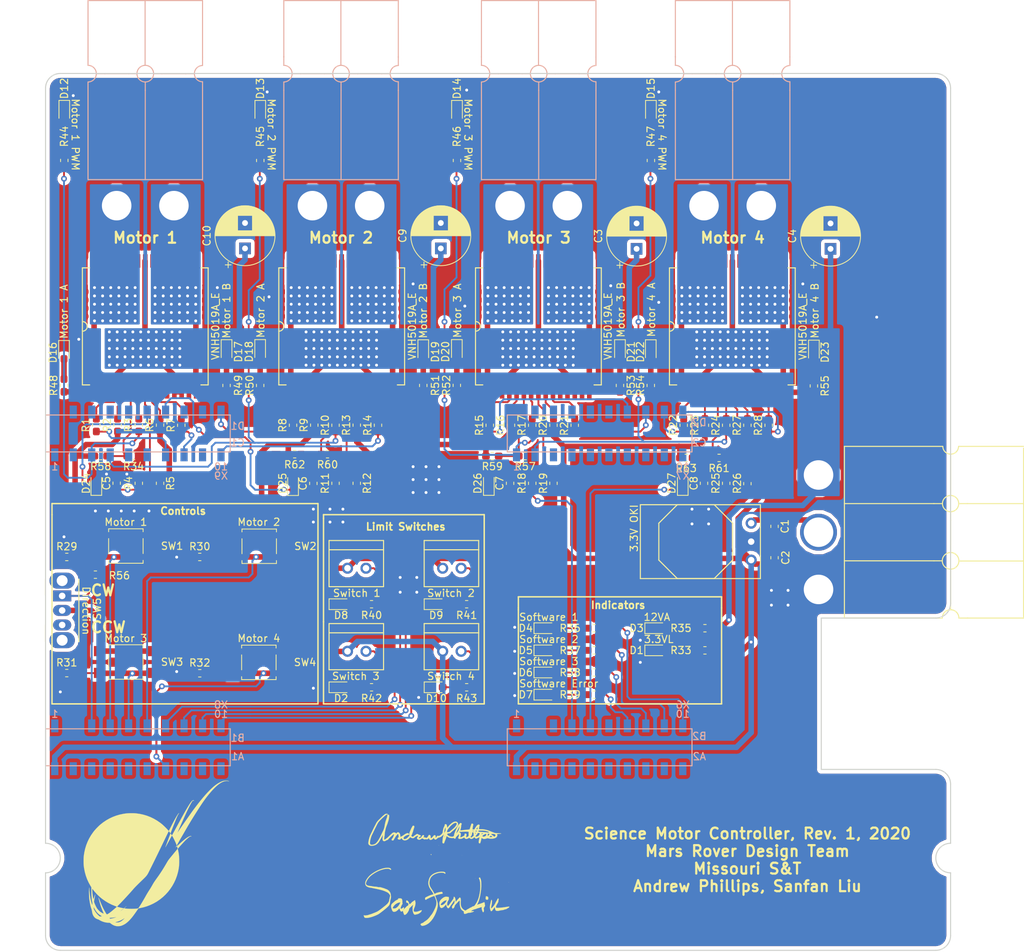
<source format=kicad_pcb>
(kicad_pcb (version 20171130) (host pcbnew "(5.0.0)")
  (layers (0 F.Cu signal) (31 B.Cu signal) (34 B.Paste user) (35 F.Paste user) (36 B.SilkS user) (37 F.SilkS user) (38 B.Mask user) (39 F.Mask user) (44 Edge.Cuts user))
  (net 0 "")
  (net 1 GND)
  (net 2 +12L)
  (net 3 +3V3)
  (net 4 M1_CS)
  (net 5 M2_CS)
  (net 6 M3_CS)
  (net 7 M4_CS)
  (net 8 +12VA)
  (net 9 M1_OUT_B)
  (net 10 M1_OUT_A)
  (net 11 M2_OUT_A)
  (net 12 M2_OUT_B)
  (net 13 M3_OUT_A)
  (net 14 M3_OUT_B)
  (net 15 M4_OUT_B)
  (net 16 M4_OUT_A)
  (net 17 LS_1)
  (net 18 LS_2)
  (net 19 "Net-(D1-Pad2)")
  (net 20 "Net-(D3-Pad2)")
  (net 21 "Net-(D4-Pad2)")
  (net 22 "Net-(D5-Pad2)")
  (net 23 "Net-(D6-Pad2)")
  (net 24 "Net-(D7-Pad2)")
  (net 25 "Net-(D8-Pad2)")
  (net 26 "Net-(D9-Pad2)")
  (net 27 "Net-(D12-Pad2)")
  (net 28 "Net-(D13-Pad2)")
  (net 29 "Net-(D14-Pad2)")
  (net 30 "Net-(D15-Pad2)")
  (net 31 "Net-(D16-Pad2)")
  (net 32 "Net-(D17-Pad2)")
  (net 33 "Net-(D18-Pad2)")
  (net 34 "Net-(D19-Pad2)")
  (net 35 "Net-(D20-Pad2)")
  (net 36 "Net-(D21-Pad2)")
  (net 37 "Net-(D22-Pad2)")
  (net 38 "Net-(D23-Pad2)")
  (net 39 M1_IN_A)
  (net 40 "Net-(R1-Pad2)")
  (net 41 "Net-(R2-Pad2)")
  (net 42 "Net-(R3-Pad2)")
  (net 43 M1_PWM)
  (net 44 "Net-(R4-Pad2)")
  (net 45 "Net-(R6-Pad2)")
  (net 46 M1_IN_B)
  (net 47 "Net-(R7-Pad2)")
  (net 48 "Net-(R8-Pad2)")
  (net 49 M2_IN_A)
  (net 50 "Net-(R9-Pad2)")
  (net 51 "Net-(R10-Pad2)")
  (net 52 M2_PWM)
  (net 53 "Net-(R11-Pad2)")
  (net 54 "Net-(R13-Pad2)")
  (net 55 M2_IN_B)
  (net 56 "Net-(R14-Pad2)")
  (net 57 "Net-(R15-Pad2)")
  (net 58 M3_IN_A)
  (net 59 "Net-(R16-Pad2)")
  (net 60 M3_PWM)
  (net 61 "Net-(R17-Pad2)")
  (net 62 "Net-(R18-Pad2)")
  (net 63 "Net-(R20-Pad2)")
  (net 64 "Net-(R21-Pad2)")
  (net 65 M3_IN_B)
  (net 66 "Net-(R22-Pad2)")
  (net 67 M4_IN_A)
  (net 68 "Net-(R23-Pad2)")
  (net 69 M4_PWM)
  (net 70 "Net-(R24-Pad2)")
  (net 71 "Net-(R25-Pad2)")
  (net 72 "Net-(R27-Pad2)")
  (net 73 M4_IN_B)
  (net 74 "Net-(R28-Pad2)")
  (net 75 MSW_1)
  (net 76 MSW_2)
  (net 77 MSW_3)
  (net 78 MSW_4)
  (net 79 SW_IND_1)
  (net 80 SW_IND_2)
  (net 81 SW_IND_3)
  (net 82 "Net-(U1-PadPQ2)")
  (net 83 "Net-(U1-PadPQ0)")
  (net 84 "Net-(U1-PadPA7)")
  (net 85 "Net-(U1-PadPN5)")
  (net 86 "Net-(U1-PadPK1)")
  (net 87 "Net-(U1-PadPB4)")
  (net 88 "Net-(U1-PadPD2)")
  (net 89 "Net-(U1-PadPP0)")
  (net 90 "Net-(U1-PadPP1)")
  (net 91 "Net-(U1-PadPD4)")
  (net 92 "Net-(U1-PadPD5)")
  (net 93 "Net-(U1-PadPP4)")
  (net 94 "Net-(U1-PadPN4)")
  (net 95 "Net-(U1-PadPK5)")
  (net 96 "Net-(U1-PadPM0)")
  (net 97 "Net-(U1-PadPM1)")
  (net 98 "Net-(U1-PadPM2)")
  (net 99 "Net-(U1-PadPH0)")
  (net 100 "Net-(U1-PadPH1)")
  (net 101 "Net-(U1-PadPK6)")
  (net 102 "Net-(U1-PadPK7)")
  (net 103 "Net-(U1-PadPM7)")
  (net 104 "Net-(U1-PadPP5)")
  (net 105 "Net-(U1-Pad+5V)")
  (net 106 "Net-(U1-PadPE4)")
  (net 107 "Net-(U1-PadPC4)")
  (net 108 "Net-(U1-PadPC5)")
  (net 109 "Net-(U1-PadPC6)")
  (net 110 "Net-(U1-PadPE5)")
  (net 111 "Net-(U1-PadRese)")
  (net 112 "Net-(U1-PadPN3)")
  (net 113 "Net-(U4-Pad2)")
  (net 114 "Net-(U4-Pad11)")
  (net 115 "Net-(U4-Pad14)")
  (net 116 "Net-(U4-Pad17)")
  (net 117 "Net-(U4-Pad22)")
  (net 118 "Net-(U4-Pad24)")
  (net 119 "Net-(U4-Pad29)")
  (net 120 "Net-(U5-Pad29)")
  (net 121 "Net-(U5-Pad24)")
  (net 122 "Net-(U5-Pad22)")
  (net 123 "Net-(U5-Pad17)")
  (net 124 "Net-(U5-Pad14)")
  (net 125 "Net-(U5-Pad11)")
  (net 126 "Net-(U5-Pad2)")
  (net 127 "Net-(U6-Pad2)")
  (net 128 "Net-(U6-Pad11)")
  (net 129 "Net-(U6-Pad14)")
  (net 130 "Net-(U6-Pad17)")
  (net 131 "Net-(U6-Pad22)")
  (net 132 "Net-(U6-Pad24)")
  (net 133 "Net-(U6-Pad29)")
  (net 134 "Net-(U7-Pad29)")
  (net 135 "Net-(U7-Pad24)")
  (net 136 "Net-(U7-Pad22)")
  (net 137 "Net-(U7-Pad17)")
  (net 138 "Net-(U7-Pad14)")
  (net 139 "Net-(U7-Pad11)")
  (net 140 "Net-(U7-Pad2)")
  (net 141 "Net-(U1-PadPN2)")
  (net 142 "Net-(U1-PadPH3)")
  (net 143 "Net-(U1-PadPH2)")
  (net 144 "Net-(U1-PadPM3)")
  (net 145 MSW_5)
  (net 146 LS_3)
  (net 147 LS_4)
  (net 148 "Net-(D2-Pad2)")
  (net 149 "Net-(D10-Pad2)")
  (net 150 SW_ERR)
  (net 151 "Net-(U1-PadPL2)")
  (net 152 "Net-(U1-PadPL5)")
  (net 153 "Net-(U1-PadPL4)")
  (net 154 "Net-(U1-PadPF2)")
  (net 155 "Net-(U1-PadPF1)")
  (net 156 "Net-(U1-PadPC7)")
  (net 157 "Net-(U1-PadPB2)")
  (net 158 "Net-(U1-PadPB3)")
  (net 159 "Net-(SW5-Pad3)")
  (net 160 "Net-(R34-Pad2)")
  (net 161 "Net-(R57-Pad2)")
  (net 162 "Net-(R60-Pad2)")
  (net 163 "Net-(R61-Pad2)")
  (net 164 "Net-(U1-PadRese')")
  (net 165 "Net-(U1-Pad+5V')")
  (module Capacitor_THT:CP_Radial_D8.0mm_P3.50mm (layer F.Cu) (at 119.888 68.326 90)
    (fp_text reference C3 (at 1.75 -5.25 90) (layer F.SilkS))
    (fp_text value "470 uF")
    (pad 2 thru_hole circle (at 3.5 0 90) (size 1.6 1.6) (drill 0.8) (layers *.Cu *.Mask) (net 1 GND))
    (pad 1 thru_hole rect (at 0 0 90) (size 1.6 1.6) (drill 0.8) (layers *.Cu *.Mask) (net 8 +12VA))
  )
  (module MRDT_ICs:MultiPowerSO_30 (layer F.Cu) (at 79.335499 78.994 90)
    (fp_text reference U5 hide)
    (fp_text value VNH5019A_E (at 0.0254 9.691501 90) (layer F.SilkS))
    (pad 33 smd rect (at 3.048 4.1656 90) (size 5.2578 6.223) (layers F.Cu F.Paste F.Mask) (net 12 M2_OUT_B))
    (pad 32 smd rect (at -3.048 0 90) (size 5.2578 10.3124) (layers F.Cu F.Paste F.Mask) (net 8 +12VA))
    (pad 31 smd rect (at 3.048 -4.1656 90) (size 5.2578 6.223) (layers F.Cu F.Paste F.Mask) (net 11 M2_OUT_A))
    (pad 30 smd rect (at 9.0043 -7.000001 90) (size 1.8542 0.635) (layers F.Cu F.Paste F.Mask) (net 11 M2_OUT_A))
    (pad 29 smd rect (at 9.0043 -6.000001 90) (size 1.8542 0.635) (layers F.Cu F.Paste F.Mask) (net 120 "Net-(U5-Pad29)"))
    (pad 28 smd rect (at 9.0043 -5 90) (size 1.8542 0.635) (layers F.Cu F.Paste F.Mask) (net 1 GND))
    (pad 27 smd rect (at 9.0043 -4 90) (size 1.8542 0.635) (layers F.Cu F.Paste F.Mask) (net 1 GND))
    (pad 26 smd rect (at 9.0043 -2.999999 90) (size 1.8542 0.635) (layers F.Cu F.Paste F.Mask) (net 1 GND))
    (pad 25 smd rect (at 9.0043 -2.000001 90) (size 1.8542 0.635) (layers F.Cu F.Paste F.Mask) (net 11 M2_OUT_A))
    (pad 24 smd rect (at 9.0043 -1.000001 90) (size 1.8542 0.635) (layers F.Cu F.Paste F.Mask) (net 121 "Net-(U5-Pad24)"))
    (pad 23 smd rect (at 9.0043 0 90) (size 1.8542 0.635) (layers F.Cu F.Paste F.Mask) (net 8 +12VA))
    (pad 22 smd rect (at 9.0043 1.000001 90) (size 1.8542 0.635) (layers F.Cu F.Paste F.Mask) (net 122 "Net-(U5-Pad22)"))
    (pad 21 smd rect (at 9.0043 2.000001 90) (size 1.8542 0.635) (layers F.Cu F.Paste F.Mask) (net 12 M2_OUT_B))
    (pad 20 smd rect (at 9.0043 2.999999 90) (size 1.8542 0.635) (layers F.Cu F.Paste F.Mask) (net 1 GND))
    (pad 19 smd rect (at 9.0043 4 90) (size 1.8542 0.635) (layers F.Cu F.Paste F.Mask) (net 1 GND))
    (pad 18 smd rect (at 9.0043 5 90) (size 1.8542 0.635) (layers F.Cu F.Paste F.Mask) (net 1 GND))
    (pad 17 smd rect (at 9.0043 6.000001 90) (size 1.8542 0.635) (layers F.Cu F.Paste F.Mask) (net 123 "Net-(U5-Pad17)"))
    (pad 16 smd rect (at 9.0043 6.999999 90) (size 1.8542 0.635) (layers F.Cu F.Paste F.Mask) (net 12 M2_OUT_B))
    (pad 15 smd rect (at -9.0043 7.000001 90) (size 1.8542 0.635) (layers F.Cu F.Paste F.Mask) (net 12 M2_OUT_B))
    (pad 14 smd rect (at -9.0043 6.000001 90) (size 1.8542 0.635) (layers F.Cu F.Paste F.Mask) (net 124 "Net-(U5-Pad14)"))
    (pad 13 smd rect (at -9.0043 5 90) (size 1.8542 0.635) (layers F.Cu F.Paste F.Mask) (net 8 +12VA))
    (pad 12 smd rect (at -9.0043 4 90) (size 1.8542 0.635) (layers F.Cu F.Paste F.Mask) (net 8 +12VA))
    (pad 11 smd rect (at -9.0043 2.999999 90) (size 1.8542 0.635) (layers F.Cu F.Paste F.Mask) (net 125 "Net-(U5-Pad11)"))
    (pad 10 smd rect (at -9.0043 2.000001 90) (size 1.8542 0.635) (layers F.Cu F.Paste F.Mask) (net 56 "Net-(R14-Pad2)"))
    (pad 9 smd rect (at -9.0043 1.000001 90) (size 1.8542 0.635) (layers F.Cu F.Paste F.Mask) (net 54 "Net-(R13-Pad2)"))
    (pad 8 smd rect (at -9.0043 0 90) (size 1.8542 0.635) (layers F.Cu F.Paste F.Mask) (net 53 "Net-(R11-Pad2)"))
    (pad 7 smd rect (at -9.0043 -1.000001 90) (size 1.8542 0.635) (layers F.Cu F.Paste F.Mask) (net 51 "Net-(R10-Pad2)"))
    (pad 6 smd rect (at -9.0043 -2.000001 90) (size 1.8542 0.635) (layers F.Cu F.Paste F.Mask) (net 162 "Net-(R60-Pad2)"))
    (pad 5 smd rect (at -9.0043 -2.999999 90) (size 1.8542 0.635) (layers F.Cu F.Paste F.Mask) (net 50 "Net-(R9-Pad2)"))
    (pad 4 smd rect (at -9.0043 -4 90) (size 1.8542 0.635) (layers F.Cu F.Paste F.Mask) (net 48 "Net-(R8-Pad2)"))
    (pad 3 smd rect (at -9.0043 -5 90) (size 1.8542 0.635) (layers F.Cu F.Paste F.Mask) (net 8 +12VA))
    (pad 2 smd rect (at -9.0043 -6.000001 90) (size 1.8542 0.635) (layers F.Cu F.Paste F.Mask) (net 126 "Net-(U5-Pad2)"))
    (pad 1 smd rect (at -9.0043 -6.999999 90) (size 1.8542 0.635) (layers F.Cu F.Paste F.Mask) (net 11 M2_OUT_A))
  )
  (module Resistor_SMD:R_0603_1608Metric_Pad1.05x0.95mm_HandSolder (layer F.Cu) (at 96.52 128.651 180)
    (fp_text reference R43 (at 0 -1.524 180) (layer F.SilkS))
    (fp_text value 330)
    (pad 1 smd roundrect (at -0.875 0 180) (size 1.05 0.95) (layers F.Cu F.Paste F.Mask) (net 147 LS_4))
    (pad 2 smd roundrect (at 0.875 0 180) (size 1.05 0.95) (layers F.Cu F.Paste F.Mask) (net 149 "Net-(D10-Pad2)"))
  )
  (module Resistor_SMD:R_0603_1608Metric_Pad1.05x0.95mm_HandSolder (layer F.Cu) (at 114.046 120.523 180)
    (fp_text reference R36 (at 3.302 0 180) (layer F.SilkS))
    (fp_text value 330)
    (pad 2 smd roundrect (at 0.875 0 180) (size 1.05 0.95) (layers F.Cu F.Paste F.Mask) (net 21 "Net-(D4-Pad2)"))
    (pad 1 smd roundrect (at -0.875 0 180) (size 1.05 0.95) (layers F.Cu F.Paste F.Mask) (net 79 SW_IND_1))
  )
  (module Resistor_SMD:R_0603_1608Metric_Pad1.05x0.95mm_HandSolder (layer F.Cu) (at 114.046 123.571 180)
    (fp_text reference R37 (at 3.302 0 180) (layer F.SilkS))
    (fp_text value 330)
    (pad 2 smd roundrect (at 0.875 0 180) (size 1.05 0.95) (layers F.Cu F.Paste F.Mask) (net 22 "Net-(D5-Pad2)"))
    (pad 1 smd roundrect (at -0.875 0 180) (size 1.05 0.95) (layers F.Cu F.Paste F.Mask) (net 80 SW_IND_2))
  )
  (module Resistor_SMD:R_0603_1608Metric_Pad1.05x0.95mm_HandSolder (layer F.Cu) (at 114.046 126.619 180)
    (fp_text reference R38 (at 3.302 0 180) (layer F.SilkS))
    (fp_text value 330)
    (pad 1 smd roundrect (at -0.875 0 180) (size 1.05 0.95) (layers F.Cu F.Paste F.Mask) (net 81 SW_IND_3))
    (pad 2 smd roundrect (at 0.875 0 180) (size 1.05 0.95) (layers F.Cu F.Paste F.Mask) (net 23 "Net-(D6-Pad2)"))
  )
  (module Resistor_SMD:R_0603_1608Metric_Pad1.05x0.95mm_HandSolder (layer F.Cu) (at 114.046 129.667 180)
    (fp_text reference R39 (at 3.302 0 180) (layer F.SilkS))
    (fp_text value 330)
    (pad 2 smd roundrect (at 0.875 0 180) (size 1.05 0.95) (layers F.Cu F.Paste F.Mask) (net 24 "Net-(D7-Pad2)"))
    (pad 1 smd roundrect (at -0.875 0 180) (size 1.05 0.95) (layers F.Cu F.Paste F.Mask) (net 150 SW_ERR))
  )
  (module Capacitor_SMD:C_0603_1608Metric_Pad1.05x0.95mm_HandSolder (layer F.Cu) (at 129.159 100.584 90)
    (fp_text reference C8 (at 0 -1.397 90) (layer F.SilkS))
    (fp_text value 33nF)
    (pad 2 smd roundrect (at 0.875 0 90) (size 1.05 0.95) (layers F.Cu F.Paste F.Mask) (net 1 GND))
    (pad 1 smd roundrect (at -0.875 0 90) (size 1.05 0.95) (layers F.Cu F.Paste F.Mask) (net 7 M4_CS))
  )
  (module Capacitor_SMD:C_0603_1608Metric_Pad1.05x0.95mm_HandSolder (layer F.Cu) (at 138.857019 106.509084 270)
    (fp_text reference C1 (at 0 -1.43 270) (layer F.SilkS))
    (fp_text value 10uF)
    (pad 2 smd roundrect (at 0.875 0 270) (size 1.05 0.95) (layers F.Cu F.Paste F.Mask) (net 1 GND))
    (pad 1 smd roundrect (at -0.875 0 270) (size 1.05 0.95) (layers F.Cu F.Paste F.Mask) (net 2 +12L))
  )
  (module Capacitor_SMD:C_0603_1608Metric_Pad1.05x0.95mm_HandSolder (layer F.Cu) (at 138.857019 110.827084 90)
    (fp_text reference C2 (at 0 1.524 90) (layer F.SilkS))
    (fp_text value 10uF)
    (pad 1 smd roundrect (at -0.875 0 90) (size 1.05 0.95) (layers F.Cu F.Paste F.Mask) (net 3 +3V3))
    (pad 2 smd roundrect (at 0.875 0 90) (size 1.05 0.95) (layers F.Cu F.Paste F.Mask) (net 1 GND))
  )
  (module Capacitor_SMD:C_0603_1608Metric_Pad1.05x0.95mm_HandSolder (layer F.Cu) (at 48.387 100.57 90)
    (fp_text reference C5 (at 0 -1.397 90) (layer F.SilkS))
    (fp_text value 33nF)
    (pad 2 smd roundrect (at 0.875 0 90) (size 1.05 0.95) (layers F.Cu F.Paste F.Mask) (net 1 GND))
    (pad 1 smd roundrect (at -0.875 0 90) (size 1.05 0.95) (layers F.Cu F.Paste F.Mask) (net 4 M1_CS))
  )
  (module Capacitor_SMD:C_0603_1608Metric_Pad1.05x0.95mm_HandSolder (layer F.Cu) (at 75.438 100.598 90)
    (fp_text reference C6 (at 0 -1.43 90) (layer F.SilkS))
    (fp_text value 33nF)
    (pad 1 smd roundrect (at -0.875 0 90) (size 1.05 0.95) (layers F.Cu F.Paste F.Mask) (net 5 M2_CS))
    (pad 2 smd roundrect (at 0.875 0 90) (size 1.05 0.95) (layers F.Cu F.Paste F.Mask) (net 1 GND))
  )
  (module Capacitor_SMD:C_0603_1608Metric_Pad1.05x0.95mm_HandSolder (layer F.Cu) (at 102.489 100.584 90)
    (fp_text reference C7 (at 0 -1.43 90) (layer F.SilkS))
    (fp_text value 33nF)
    (pad 1 smd roundrect (at -0.875 0 90) (size 1.05 0.95) (layers F.Cu F.Paste F.Mask) (net 6 M3_CS))
    (pad 2 smd roundrect (at 0.875 0 90) (size 1.05 0.95) (layers F.Cu F.Paste F.Mask) (net 1 GND))
  )
  (module MRDT_Connectors:Anderson_3_Horizontal_Side_by_Side (layer F.Cu) (at 148.463 95.504 180)
    (fp_text reference Conn1 hide)
    (fp_text value AndersonPP)
    (pad 1 thru_hole circle (at 3.556 -19.685 180) (size 5.08 5.08) (drill 4.06) (layers *.Cu *.Mask F.Paste) (net 1 GND))
    (pad 2 thru_hole circle (at 3.556 -11.811 180) (size 5.08 5.08) (drill 4.06) (layers *.Cu *.Mask F.Paste) (net 2 +12L))
    (pad 3 thru_hole circle (at 3.556 -3.937 180) (size 5.08 5.08) (drill 4.06) (layers *.Cu *.Mask F.Paste) (net 8 +12VA))
  )
  (module MRDT_Connectors:Anderson_2_Horizontal_Side_by_Side (layer B.Cu) (at 60.198 58.801 270)
    (fp_text reference Conn2 hide)
    (fp_text value AndersonPP)
    (pad 2 thru_hole circle (at 3.5814 3.937 270) (size 5.08 5.08) (drill 4.06) (layers *.Cu *.Mask B.Paste) (net 9 M1_OUT_B))
    (pad 1 thru_hole circle (at 3.5814 11.811 270) (size 5.08 5.08) (drill 4.06) (layers *.Cu *.Mask B.Paste) (net 10 M1_OUT_A))
  )
  (module MRDT_Connectors:Anderson_2_Horizontal_Side_by_Side (layer B.Cu) (at 87.122 58.801 270)
    (fp_text reference Conn3 hide)
    (fp_text value AndersonPP)
    (pad 2 thru_hole circle (at 3.5814 3.937 270) (size 5.08 5.08) (drill 4.06) (layers *.Cu *.Mask B.Paste) (net 12 M2_OUT_B))
    (pad 1 thru_hole circle (at 3.5814 11.811 270) (size 5.08 5.08) (drill 4.06) (layers *.Cu *.Mask B.Paste) (net 11 M2_OUT_A))
  )
  (module MRDT_Connectors:Anderson_2_Horizontal_Side_by_Side (layer B.Cu) (at 114.3 58.801 270)
    (fp_text reference Conn4 hide)
    (fp_text value AndersonPP)
    (pad 2 thru_hole circle (at 3.5814 3.937 270) (size 5.08 5.08) (drill 4.06) (layers *.Cu *.Mask B.Paste) (net 14 M3_OUT_B))
    (pad 1 thru_hole circle (at 3.5814 11.811 270) (size 5.08 5.08) (drill 4.06) (layers *.Cu *.Mask B.Paste) (net 13 M3_OUT_A))
  )
  (module MRDT_Connectors:Anderson_2_Horizontal_Side_by_Side (layer B.Cu) (at 140.97 58.801 270)
    (fp_text reference Conn5 hide)
    (fp_text value AndersonPP)
    (pad 1 thru_hole circle (at 3.5814 11.811 270) (size 5.08 5.08) (drill 4.06) (layers *.Cu *.Mask B.Paste) (net 16 M4_OUT_A))
    (pad 2 thru_hole circle (at 3.5814 3.937 270) (size 5.08 5.08) (drill 4.06) (layers *.Cu *.Mask B.Paste) (net 15 M4_OUT_B))
  )
  (module LED_SMD:LED_0603_1608Metric_Pad1.05x0.95mm_HandSolder (layer F.Cu) (at 122.682 123.571)
    (fp_text reference D1 (at -2.794 0) (layer F.SilkS))
    (fp_text value 3.3V_LED)
    (pad 1 smd roundrect (at -0.875 0) (size 1.05 0.95) (layers F.Cu F.Paste F.Mask) (net 1 GND))
    (pad 2 smd roundrect (at 0.875 0) (size 1.05 0.95) (layers F.Cu F.Paste F.Mask) (net 19 "Net-(D1-Pad2)"))
  )
  (module LED_SMD:LED_0603_1608Metric_Pad1.05x0.95mm_HandSolder (layer F.Cu) (at 122.682 120.523)
    (fp_text reference D3 (at -2.794 0) (layer F.SilkS))
    (fp_text value 12VA_LED)
    (pad 1 smd roundrect (at -0.875 0) (size 1.05 0.95) (layers F.Cu F.Paste F.Mask) (net 1 GND))
    (pad 2 smd roundrect (at 0.875 0) (size 1.05 0.95) (layers F.Cu F.Paste F.Mask) (net 20 "Net-(D3-Pad2)"))
  )
  (module LED_SMD:LED_0603_1608Metric_Pad1.05x0.95mm_HandSolder (layer F.Cu) (at 107.442 120.523)
    (fp_text reference D4 (at -2.794 0) (layer F.SilkS))
    (fp_text value SW_IND_1_LED)
    (pad 1 smd roundrect (at -0.875 0) (size 1.05 0.95) (layers F.Cu F.Paste F.Mask) (net 1 GND))
    (pad 2 smd roundrect (at 0.875 0) (size 1.05 0.95) (layers F.Cu F.Paste F.Mask) (net 21 "Net-(D4-Pad2)"))
  )
  (module LED_SMD:LED_0603_1608Metric_Pad1.05x0.95mm_HandSolder (layer F.Cu) (at 107.442 123.571)
    (fp_text reference D5 (at -2.794 0) (layer F.SilkS))
    (fp_text value SW_IND_2_LED)
    (pad 2 smd roundrect (at 0.875 0) (size 1.05 0.95) (layers F.Cu F.Paste F.Mask) (net 22 "Net-(D5-Pad2)"))
    (pad 1 smd roundrect (at -0.875 0) (size 1.05 0.95) (layers F.Cu F.Paste F.Mask) (net 1 GND))
  )
  (module LED_SMD:LED_0603_1608Metric_Pad1.05x0.95mm_HandSolder (layer F.Cu) (at 107.442 126.619)
    (fp_text reference D6 (at -2.794 0) (layer F.SilkS))
    (fp_text value SW_IND_3_LED)
    (pad 2 smd roundrect (at 0.875 0) (size 1.05 0.95) (layers F.Cu F.Paste F.Mask) (net 23 "Net-(D6-Pad2)"))
    (pad 1 smd roundrect (at -0.875 0) (size 1.05 0.95) (layers F.Cu F.Paste F.Mask) (net 1 GND))
  )
  (module LED_SMD:LED_0603_1608Metric_Pad1.05x0.95mm_HandSolder (layer F.Cu) (at 107.442 129.667)
    (fp_text reference D7 (at -2.794 0) (layer F.SilkS))
    (fp_text value SW_ERR_LED)
    (pad 1 smd roundrect (at -0.875 0) (size 1.05 0.95) (layers F.Cu F.Paste F.Mask) (net 1 GND))
    (pad 2 smd roundrect (at 0.875 0) (size 1.05 0.95) (layers F.Cu F.Paste F.Mask) (net 24 "Net-(D7-Pad2)"))
  )
  (module LED_SMD:LED_0603_1608Metric_Pad1.05x0.95mm_HandSolder (layer F.Cu) (at 79.262 117.221)
    (fp_text reference D8 (at -0.014 1.524) (layer F.SilkS))
    (fp_text value LS_1_LED)
    (pad 1 smd roundrect (at -0.875 0) (size 1.05 0.95) (layers F.Cu F.Paste F.Mask) (net 1 GND))
    (pad 2 smd roundrect (at 0.875 0) (size 1.05 0.95) (layers F.Cu F.Paste F.Mask) (net 25 "Net-(D8-Pad2)"))
  )
  (module LED_SMD:LED_0603_1608Metric_Pad1.05x0.95mm_HandSolder (layer F.Cu) (at 92.343 117.221)
    (fp_text reference D9 (at -0.014 1.524) (layer F.SilkS))
    (fp_text value LS_2_LED)
    (pad 2 smd roundrect (at 0.875 0) (size 1.05 0.95) (layers F.Cu F.Paste F.Mask) (net 26 "Net-(D9-Pad2)"))
    (pad 1 smd roundrect (at -0.875 0) (size 1.05 0.95) (layers F.Cu F.Paste F.Mask) (net 1 GND))
  )
  (module LED_SMD:LED_0603_1608Metric_Pad1.05x0.95mm_HandSolder (layer F.Cu) (at 41.188509 49.558516 270)
    (fp_text reference D12 (at -3.302 0 270) (layer F.SilkS))
    (fp_text value M1_PWM_LED)
    (pad 2 smd roundrect (at 0.875 0 270) (size 1.05 0.95) (layers F.Cu F.Paste F.Mask) (net 27 "Net-(D12-Pad2)"))
    (pad 1 smd roundrect (at -0.875 0 270) (size 1.05 0.95) (layers F.Cu F.Paste F.Mask) (net 1 GND))
  )
  (module LED_SMD:LED_0603_1608Metric_Pad1.05x0.95mm_HandSolder (layer F.Cu) (at 68.138424 49.567188 270)
    (fp_text reference D13 (at -3.302 0 270) (layer F.SilkS))
    (fp_text value M2_PWM_LED)
    (pad 2 smd roundrect (at 0.875 0 270) (size 1.05 0.95) (layers F.Cu F.Paste F.Mask) (net 28 "Net-(D13-Pad2)"))
    (pad 1 smd roundrect (at -0.875 0 270) (size 1.05 0.95) (layers F.Cu F.Paste F.Mask) (net 1 GND))
  )
  (module LED_SMD:LED_0603_1608Metric_Pad1.05x0.95mm_HandSolder (layer F.Cu) (at 95.189424 49.567188 270)
    (fp_text reference D14 (at -3.302 0 270) (layer F.SilkS))
    (fp_text value M3_PWM_LED)
    (pad 1 smd roundrect (at -0.875 0 270) (size 1.05 0.95) (layers F.Cu F.Paste F.Mask) (net 1 GND))
    (pad 2 smd roundrect (at 0.875 0 270) (size 1.05 0.95) (layers F.Cu F.Paste F.Mask) (net 29 "Net-(D14-Pad2)"))
  )
  (module LED_SMD:LED_0603_1608Metric_Pad1.05x0.95mm_HandSolder (layer F.Cu) (at 121.859424 49.567188 270)
    (fp_text reference D15 (at -3.302 0 270) (layer F.SilkS))
    (fp_text value M4_PWM_LED)
    (pad 1 smd roundrect (at -0.875 0 270) (size 1.05 0.95) (layers F.Cu F.Paste F.Mask) (net 1 GND))
    (pad 2 smd roundrect (at 0.875 0 270) (size 1.05 0.95) (layers F.Cu F.Paste F.Mask) (net 30 "Net-(D15-Pad2)"))
  )
  (module LED_SMD:LED_0603_1608Metric_Pad1.05x0.95mm_HandSolder (layer F.Cu) (at 41.148 82.5995 270)
    (fp_text reference D16 (at 0 1.524 270) (layer F.SilkS))
    (fp_text value M1_OUT_A_LED)
    (pad 2 smd roundrect (at 0.875 0 270) (size 1.05 0.95) (layers F.Cu F.Paste F.Mask) (net 31 "Net-(D16-Pad2)"))
    (pad 1 smd roundrect (at -0.875 0 270) (size 1.05 0.95) (layers F.Cu F.Paste F.Mask) (net 1 GND))
  )
  (module LED_SMD:LED_0603_1608Metric_Pad1.05x0.95mm_HandSolder (layer F.Cu) (at 63.5 82.4865 270)
    (fp_text reference D17 (at 0 -1.6265 270) (layer F.SilkS))
    (fp_text value M1_OUT_B_LED)
    (pad 1 smd roundrect (at -0.875 0 270) (size 1.05 0.95) (layers F.Cu F.Paste F.Mask) (net 1 GND))
    (pad 2 smd roundrect (at 0.875 0 270) (size 1.05 0.95) (layers F.Cu F.Paste F.Mask) (net 32 "Net-(D17-Pad2)"))
  )
  (module LED_SMD:LED_0603_1608Metric_Pad1.05x0.95mm_HandSolder (layer F.Cu) (at 68.12 82.4738 270)
    (fp_text reference D18 (at 0 1.524 270) (layer F.SilkS))
    (fp_text value M2_OUT_A_LED)
    (pad 1 smd roundrect (at -0.875 0 270) (size 1.05 0.95) (layers F.Cu F.Paste F.Mask) (net 1 GND))
    (pad 2 smd roundrect (at 0.875 0 270) (size 1.05 0.95) (layers F.Cu F.Paste F.Mask) (net 33 "Net-(D18-Pad2)"))
  )
  (module LED_SMD:LED_0603_1608Metric_Pad1.05x0.95mm_HandSolder (layer F.Cu) (at 90.551 82.5005 270)
    (fp_text reference D19 (at 0 -1.651 270) (layer F.SilkS))
    (fp_text value M2_OUT_B_LED)
    (pad 2 smd roundrect (at 0.875 0 270) (size 1.05 0.95) (layers F.Cu F.Paste F.Mask) (net 34 "Net-(D19-Pad2)"))
    (pad 1 smd roundrect (at -0.875 0 270) (size 1.05 0.95) (layers F.Cu F.Paste F.Mask) (net 1 GND))
  )
  (module LED_SMD:LED_0603_1608Metric_Pad1.05x0.95mm_HandSolder (layer F.Cu) (at 95.171 82.4738 270)
    (fp_text reference D20 (at 0 1.565992 270) (layer F.SilkS))
    (fp_text value M3_OUT_A_LED)
    (pad 2 smd roundrect (at 0.875 0 270) (size 1.05 0.95) (layers F.Cu F.Paste F.Mask) (net 35 "Net-(D20-Pad2)"))
    (pad 1 smd roundrect (at -0.875 0 270) (size 1.05 0.95) (layers F.Cu F.Paste F.Mask) (net 1 GND))
  )
  (module LED_SMD:LED_0603_1608Metric_Pad1.05x0.95mm_HandSolder (layer F.Cu) (at 117.602 82.4865 270)
    (fp_text reference D21 (at 0 -1.524 270) (layer F.SilkS))
    (fp_text value M3_OUT_B_LED)
    (pad 1 smd roundrect (at -0.875 0 270) (size 1.05 0.95) (layers F.Cu F.Paste F.Mask) (net 1 GND))
    (pad 2 smd roundrect (at 0.875 0 270) (size 1.05 0.95) (layers F.Cu F.Paste F.Mask) (net 36 "Net-(D21-Pad2)"))
  )
  (module LED_SMD:LED_0603_1608Metric_Pad1.05x0.95mm_HandSolder (layer F.Cu) (at 121.841 82.5005 270)
    (fp_text reference D22 (at 0 1.445 270) (layer F.SilkS))
    (fp_text value M4_OUT_A_LED)
    (pad 1 smd roundrect (at -0.875 0 270) (size 1.05 0.95) (layers F.Cu F.Paste F.Mask) (net 1 GND))
    (pad 2 smd roundrect (at 0.875 0 270) (size 1.05 0.95) (layers F.Cu F.Paste F.Mask) (net 37 "Net-(D22-Pad2)"))
  )
  (module LED_SMD:LED_0603_1608Metric_Pad1.05x0.95mm_HandSolder (layer F.Cu) (at 144.272 82.55 270)
    (fp_text reference D23 (at 0 -1.524 270) (layer F.SilkS))
    (fp_text value M4_OUT_B_LED)
    (pad 2 smd roundrect (at 0.875 0 270) (size 1.05 0.95) (layers F.Cu F.Paste F.Mask) (net 38 "Net-(D23-Pad2)"))
    (pad 1 smd roundrect (at -0.875 0 270) (size 1.05 0.95) (layers F.Cu F.Paste F.Mask) (net 1 GND))
  )
  (module Resistor_SMD:R_0603_1608Metric_Pad1.05x0.95mm_HandSolder (layer F.Cu) (at 45.593 92.583 90)
    (fp_text reference R1 (at 0 -1.43 90) (layer F.SilkS))
    (fp_text value 1K)
    (pad 1 smd roundrect (at -0.875 0 90) (size 1.05 0.95) (layers F.Cu F.Paste F.Mask) (net 39 M1_IN_A))
    (pad 2 smd roundrect (at 0.875 0 90) (size 1.05 0.95) (layers F.Cu F.Paste F.Mask) (net 40 "Net-(R1-Pad2)"))
  )
  (module Resistor_SMD:R_0603_1608Metric_Pad1.05x0.95mm_HandSolder (layer F.Cu) (at 48.514 92.583 90)
    (fp_text reference R2 (at 0 -1.43 90) (layer F.SilkS))
    (fp_text value 1K)
    (pad 2 smd roundrect (at 0.875 0 90) (size 1.05 0.95) (layers F.Cu F.Paste F.Mask) (net 41 "Net-(R2-Pad2)"))
    (pad 1 smd roundrect (at -0.875 0 90) (size 1.05 0.95) (layers F.Cu F.Paste F.Mask) (net 3 +3V3))
  )
  (module Resistor_SMD:R_0603_1608Metric_Pad1.05x0.95mm_HandSolder (layer F.Cu) (at 51.435 92.583 90)
    (fp_text reference R3 (at 0 -1.43 90) (layer F.SilkS))
    (fp_text value 1K)
    (pad 2 smd roundrect (at 0.875 0 90) (size 1.05 0.95) (layers F.Cu F.Paste F.Mask) (net 42 "Net-(R3-Pad2)"))
    (pad 1 smd roundrect (at -0.875 0 90) (size 1.05 0.95) (layers F.Cu F.Paste F.Mask) (net 43 M1_PWM))
  )
  (module Resistor_SMD:R_0603_1608Metric_Pad1.05x0.95mm_HandSolder (layer F.Cu) (at 51.435 100.584 90)
    (fp_text reference R4 (at 0 -1.43 90) (layer F.SilkS))
    (fp_text value 10K)
    (pad 1 smd roundrect (at -0.875 0 90) (size 1.05 0.95) (layers F.Cu F.Paste F.Mask) (net 4 M1_CS))
    (pad 2 smd roundrect (at 0.875 0 90) (size 1.05 0.95) (layers F.Cu F.Paste F.Mask) (net 44 "Net-(R4-Pad2)"))
  )
  (module Resistor_SMD:R_0603_1608Metric_Pad1.05x0.95mm_HandSolder (layer F.Cu) (at 54.356 100.584 270)
    (fp_text reference R5 (at 0 -1.43 270) (layer F.SilkS))
    (fp_text value 1.5K)
    (pad 2 smd roundrect (at 0.875 0 270) (size 1.05 0.95) (layers F.Cu F.Paste F.Mask) (net 1 GND))
    (pad 1 smd roundrect (at -0.875 0 270) (size 1.05 0.95) (layers F.Cu F.Paste F.Mask) (net 44 "Net-(R4-Pad2)"))
  )
  (module Resistor_SMD:R_0603_1608Metric_Pad1.05x0.95mm_HandSolder (layer F.Cu) (at 54.356 92.583 90)
    (fp_text reference R6 (at 0 -1.43 90) (layer F.SilkS))
    (fp_text value 1K)
    (pad 2 smd roundrect (at 0.875 0 90) (size 1.05 0.95) (layers F.Cu F.Paste F.Mask) (net 45 "Net-(R6-Pad2)"))
    (pad 1 smd roundrect (at -0.875 0 90) (size 1.05 0.95) (layers F.Cu F.Paste F.Mask) (net 3 +3V3))
  )
  (module Resistor_SMD:R_0603_1608Metric_Pad1.05x0.95mm_HandSolder (layer F.Cu) (at 57.277 92.597 90)
    (fp_text reference R7 (at 0 -1.43 90) (layer F.SilkS))
    (fp_text value 1K)
    (pad 1 smd roundrect (at -0.875 0 90) (size 1.05 0.95) (layers F.Cu F.Paste F.Mask) (net 46 M1_IN_B))
    (pad 2 smd roundrect (at 0.875 0 90) (size 1.05 0.95) (layers F.Cu F.Paste F.Mask) (net 47 "Net-(R7-Pad2)"))
  )
  (module Resistor_SMD:R_0603_1608Metric_Pad1.05x0.95mm_HandSolder (layer F.Cu) (at 72.644 92.597 90)
    (fp_text reference R8 (at 0 -1.43 90) (layer F.SilkS))
    (fp_text value 1K)
    (pad 2 smd roundrect (at 0.875 0 90) (size 1.05 0.95) (layers F.Cu F.Paste F.Mask) (net 48 "Net-(R8-Pad2)"))
    (pad 1 smd roundrect (at -0.875 0 90) (size 1.05 0.95) (layers F.Cu F.Paste F.Mask) (net 49 M2_IN_A))
  )
  (module Resistor_SMD:R_0603_1608Metric_Pad1.05x0.95mm_HandSolder (layer F.Cu) (at 75.565 92.583 90)
    (fp_text reference R9 (at 0 -1.43 90) (layer F.SilkS))
    (fp_text value 1K)
    (pad 1 smd roundrect (at -0.875 0 90) (size 1.05 0.95) (layers F.Cu F.Paste F.Mask) (net 3 +3V3))
    (pad 2 smd roundrect (at 0.875 0 90) (size 1.05 0.95) (layers F.Cu F.Paste F.Mask) (net 50 "Net-(R9-Pad2)"))
  )
  (module Resistor_SMD:R_0603_1608Metric_Pad1.05x0.95mm_HandSolder (layer F.Cu) (at 78.486 92.597 90)
    (fp_text reference R10 (at 0 -1.43 90) (layer F.SilkS))
    (fp_text value 1K)
    (pad 2 smd roundrect (at 0.875 0 90) (size 1.05 0.95) (layers F.Cu F.Paste F.Mask) (net 51 "Net-(R10-Pad2)"))
    (pad 1 smd roundrect (at -0.875 0 90) (size 1.05 0.95) (layers F.Cu F.Paste F.Mask) (net 52 M2_PWM))
  )
  (module Resistor_SMD:R_0603_1608Metric_Pad1.05x0.95mm_HandSolder (layer F.Cu) (at 78.486 100.584 90)
    (fp_text reference R11 (at 0 -1.43 90) (layer F.SilkS))
    (fp_text value 10K)
    (pad 1 smd roundrect (at -0.875 0 90) (size 1.05 0.95) (layers F.Cu F.Paste F.Mask) (net 5 M2_CS))
    (pad 2 smd roundrect (at 0.875 0 90) (size 1.05 0.95) (layers F.Cu F.Paste F.Mask) (net 53 "Net-(R11-Pad2)"))
  )
  (module Resistor_SMD:R_0603_1608Metric_Pad1.05x0.95mm_HandSolder (layer F.Cu) (at 81.407 100.584 270)
    (fp_text reference R12 (at 0 -1.43 270) (layer F.SilkS))
    (fp_text value 1.5K)
    (pad 2 smd roundrect (at 0.875 0 270) (size 1.05 0.95) (layers F.Cu F.Paste F.Mask) (net 1 GND))
    (pad 1 smd roundrect (at -0.875 0 270) (size 1.05 0.95) (layers F.Cu F.Paste F.Mask) (net 53 "Net-(R11-Pad2)"))
  )
  (module Resistor_SMD:R_0603_1608Metric_Pad1.05x0.95mm_HandSolder (layer F.Cu) (at 81.407 92.583 90)
    (fp_text reference R13 (at 0 -1.43 90) (layer F.SilkS))
    (fp_text value 1K)
    (pad 1 smd roundrect (at -0.875 0 90) (size 1.05 0.95) (layers F.Cu F.Paste F.Mask) (net 3 +3V3))
    (pad 2 smd roundrect (at 0.875 0 90) (size 1.05 0.95) (layers F.Cu F.Paste F.Mask) (net 54 "Net-(R13-Pad2)"))
  )
  (module Resistor_SMD:R_0603_1608Metric_Pad1.05x0.95mm_HandSolder (layer F.Cu) (at 84.328 92.597 90)
    (fp_text reference R14 (at 0 -1.43 90) (layer F.SilkS))
    (fp_text value 1K)
    (pad 1 smd roundrect (at -0.875 0 90) (size 1.05 0.95) (layers F.Cu F.Paste F.Mask) (net 55 M2_IN_B))
    (pad 2 smd roundrect (at 0.875 0 90) (size 1.05 0.95) (layers F.Cu F.Paste F.Mask) (net 56 "Net-(R14-Pad2)"))
  )
  (module Resistor_SMD:R_0603_1608Metric_Pad1.05x0.95mm_HandSolder (layer F.Cu) (at 99.695 92.597 90)
    (fp_text reference R15 (at 0 -1.43 90) (layer F.SilkS))
    (fp_text value 1K)
    (pad 1 smd roundrect (at -0.875 0 90) (size 1.05 0.95) (layers F.Cu F.Paste F.Mask) (net 58 M3_IN_A))
    (pad 2 smd roundrect (at 0.875 0 90) (size 1.05 0.95) (layers F.Cu F.Paste F.Mask) (net 57 "Net-(R15-Pad2)"))
  )
  (module Resistor_SMD:R_0603_1608Metric_Pad1.05x0.95mm_HandSolder (layer F.Cu) (at 102.616 92.597 90)
    (fp_text reference R16 (at 0 -1.43 90) (layer F.SilkS))
    (fp_text value 1K)
    (pad 2 smd roundrect (at 0.875 0 90) (size 1.05 0.95) (layers F.Cu F.Paste F.Mask) (net 59 "Net-(R16-Pad2)"))
    (pad 1 smd roundrect (at -0.875 0 90) (size 1.05 0.95) (layers F.Cu F.Paste F.Mask) (net 3 +3V3))
  )
  (module Resistor_SMD:R_0603_1608Metric_Pad1.05x0.95mm_HandSolder (layer F.Cu) (at 105.537 92.597 90)
    (fp_text reference R17 (at 0 -1.43 90) (layer F.SilkS))
    (fp_text value 1K)
    (pad 2 smd roundrect (at 0.875 0 90) (size 1.05 0.95) (layers F.Cu F.Paste F.Mask) (net 61 "Net-(R17-Pad2)"))
    (pad 1 smd roundrect (at -0.875 0 90) (size 1.05 0.95) (layers F.Cu F.Paste F.Mask) (net 60 M3_PWM))
  )
  (module Resistor_SMD:R_0603_1608Metric_Pad1.05x0.95mm_HandSolder (layer F.Cu) (at 105.537 100.584 90)
    (fp_text reference R18 (at 0 -1.43 90) (layer F.SilkS))
    (fp_text value 10K)
    (pad 2 smd roundrect (at 0.875 0 90) (size 1.05 0.95) (layers F.Cu F.Paste F.Mask) (net 62 "Net-(R18-Pad2)"))
    (pad 1 smd roundrect (at -0.875 0 90) (size 1.05 0.95) (layers F.Cu F.Paste F.Mask) (net 6 M3_CS))
  )
  (module Resistor_SMD:R_0603_1608Metric_Pad1.05x0.95mm_HandSolder (layer F.Cu) (at 108.458 100.584 270)
    (fp_text reference R19 (at 0 1.397 270) (layer F.SilkS))
    (fp_text value 1.5K)
    (pad 1 smd roundrect (at -0.875 0 270) (size 1.05 0.95) (layers F.Cu F.Paste F.Mask) (net 62 "Net-(R18-Pad2)"))
    (pad 2 smd roundrect (at 0.875 0 270) (size 1.05 0.95) (layers F.Cu F.Paste F.Mask) (net 1 GND))
  )
  (module Resistor_SMD:R_0603_1608Metric_Pad1.05x0.95mm_HandSolder (layer F.Cu) (at 108.458 92.597 90)
    (fp_text reference R20 (at 0 -1.43 90) (layer F.SilkS))
    (fp_text value 1K)
    (pad 2 smd roundrect (at 0.875 0 90) (size 1.05 0.95) (layers F.Cu F.Paste F.Mask) (net 63 "Net-(R20-Pad2)"))
    (pad 1 smd roundrect (at -0.875 0 90) (size 1.05 0.95) (layers F.Cu F.Paste F.Mask) (net 3 +3V3))
  )
  (module Resistor_SMD:R_0603_1608Metric_Pad1.05x0.95mm_HandSolder (layer F.Cu) (at 111.379 92.597 90)
    (fp_text reference R21 (at 0 -1.43 90) (layer F.SilkS))
    (fp_text value 1K)
    (pad 1 smd roundrect (at -0.875 0 90) (size 1.05 0.95) (layers F.Cu F.Paste F.Mask) (net 65 M3_IN_B))
    (pad 2 smd roundrect (at 0.875 0 90) (size 1.05 0.95) (layers F.Cu F.Paste F.Mask) (net 64 "Net-(R21-Pad2)"))
  )
  (module Resistor_SMD:R_0603_1608Metric_Pad1.05x0.95mm_HandSolder (layer F.Cu) (at 126.365 92.597 90)
    (fp_text reference R22 (at 0 -1.43 90) (layer F.SilkS))
    (fp_text value 1K)
    (pad 2 smd roundrect (at 0.875 0 90) (size 1.05 0.95) (layers F.Cu F.Paste F.Mask) (net 66 "Net-(R22-Pad2)"))
    (pad 1 smd roundrect (at -0.875 0 90) (size 1.05 0.95) (layers F.Cu F.Paste F.Mask) (net 67 M4_IN_A))
  )
  (module Resistor_SMD:R_0603_1608Metric_Pad1.05x0.95mm_HandSolder (layer F.Cu) (at 129.286 92.597 90)
    (fp_text reference R23 (at 0 -1.43 90) (layer F.SilkS))
    (fp_text value 1K)
    (pad 1 smd roundrect (at -0.875 0 90) (size 1.05 0.95) (layers F.Cu F.Paste F.Mask) (net 3 +3V3))
    (pad 2 smd roundrect (at 0.875 0 90) (size 1.05 0.95) (layers F.Cu F.Paste F.Mask) (net 68 "Net-(R23-Pad2)"))
  )
  (module Resistor_SMD:R_0603_1608Metric_Pad1.05x0.95mm_HandSolder (layer F.Cu) (at 132.207 92.597 90)
    (fp_text reference R24 (at 0 -1.43 90) (layer F.SilkS))
    (fp_text value 1K)
    (pad 1 smd roundrect (at -0.875 0 90) (size 1.05 0.95) (layers F.Cu F.Paste F.Mask) (net 69 M4_PWM))
    (pad 2 smd roundrect (at 0.875 0 90) (size 1.05 0.95) (layers F.Cu F.Paste F.Mask) (net 70 "Net-(R24-Pad2)"))
  )
  (module Resistor_SMD:R_0603_1608Metric_Pad1.05x0.95mm_HandSolder (layer F.Cu) (at 132.207 100.584 90)
    (fp_text reference R25 (at 0 -1.43 90) (layer F.SilkS))
    (fp_text value 10K)
    (pad 2 smd roundrect (at 0.875 0 90) (size 1.05 0.95) (layers F.Cu F.Paste F.Mask) (net 71 "Net-(R25-Pad2)"))
    (pad 1 smd roundrect (at -0.875 0 90) (size 1.05 0.95) (layers F.Cu F.Paste F.Mask) (net 7 M4_CS))
  )
  (module Resistor_SMD:R_0603_1608Metric_Pad1.05x0.95mm_HandSolder (layer F.Cu) (at 135.128 100.6335 270)
    (fp_text reference R26 (at -0.0495 1.397 270) (layer F.SilkS))
    (fp_text value 1.5K)
    (pad 2 smd roundrect (at 0.875 0 270) (size 1.05 0.95) (layers F.Cu F.Paste F.Mask) (net 1 GND))
    (pad 1 smd roundrect (at -0.875 0 270) (size 1.05 0.95) (layers F.Cu F.Paste F.Mask) (net 71 "Net-(R25-Pad2)"))
  )
  (module Resistor_SMD:R_0603_1608Metric_Pad1.05x0.95mm_HandSolder (layer F.Cu) (at 135.128 92.597 90)
    (fp_text reference R27 (at 0 -1.43 90) (layer F.SilkS))
    (fp_text value 1K)
    (pad 1 smd roundrect (at -0.875 0 90) (size 1.05 0.95) (layers F.Cu F.Paste F.Mask) (net 3 +3V3))
    (pad 2 smd roundrect (at 0.875 0 90) (size 1.05 0.95) (layers F.Cu F.Paste F.Mask) (net 72 "Net-(R27-Pad2)"))
  )
  (module Resistor_SMD:R_0603_1608Metric_Pad1.05x0.95mm_HandSolder (layer F.Cu) (at 138.049 92.597 90)
    (fp_text reference R28 (at 0 -1.43 90) (layer F.SilkS))
    (fp_text value 1K)
    (pad 1 smd roundrect (at -0.875 0 90) (size 1.05 0.95) (layers F.Cu F.Paste F.Mask) (net 73 M4_IN_B))
    (pad 2 smd roundrect (at 0.875 0 90) (size 1.05 0.95) (layers F.Cu F.Paste F.Mask) (net 74 "Net-(R28-Pad2)"))
  )
  (module Resistor_SMD:R_0603_1608Metric_Pad1.05x0.95mm_HandSolder (layer F.Cu) (at 41.529 110.72)
    (fp_text reference R29 (at 0 -1.43) (layer F.SilkS))
    (fp_text value 10K)
    (pad 2 smd roundrect (at 0.875 0) (size 1.05 0.95) (layers F.Cu F.Paste F.Mask) (net 75 MSW_1))
    (pad 1 smd roundrect (at -0.875 0) (size 1.05 0.95) (layers F.Cu F.Paste F.Mask) (net 1 GND))
  )
  (module Resistor_SMD:R_0603_1608Metric_Pad1.05x0.95mm_HandSolder (layer F.Cu) (at 59.817 110.72)
    (fp_text reference R30 (at 0 -1.43) (layer F.SilkS))
    (fp_text value 10K)
    (pad 2 smd roundrect (at 0.875 0) (size 1.05 0.95) (layers F.Cu F.Paste F.Mask) (net 76 MSW_2))
    (pad 1 smd roundrect (at -0.875 0) (size 1.05 0.95) (layers F.Cu F.Paste F.Mask) (net 1 GND))
  )
  (module Resistor_SMD:R_0603_1608Metric_Pad1.05x0.95mm_HandSolder (layer F.Cu) (at 41.529 126.698)
    (fp_text reference R31 (at 0 -1.43) (layer F.SilkS))
    (fp_text value 10K)
    (pad 1 smd roundrect (at -0.875 0) (size 1.05 0.95) (layers F.Cu F.Paste F.Mask) (net 1 GND))
    (pad 2 smd roundrect (at 0.875 0) (size 1.05 0.95) (layers F.Cu F.Paste F.Mask) (net 77 MSW_3))
  )
  (module Resistor_SMD:R_0603_1608Metric_Pad1.05x0.95mm_HandSolder (layer F.Cu) (at 59.817 126.722)
    (fp_text reference R32 (at 0 -1.43) (layer F.SilkS))
    (fp_text value 10K)
    (pad 2 smd roundrect (at 0.875 0) (size 1.05 0.95) (layers F.Cu F.Paste F.Mask) (net 78 MSW_4))
    (pad 1 smd roundrect (at -0.875 0) (size 1.05 0.95) (layers F.Cu F.Paste F.Mask) (net 1 GND))
  )
  (module Resistor_SMD:R_0603_1608Metric_Pad1.05x0.95mm_HandSolder (layer F.Cu) (at 129.286 123.571 180)
    (fp_text reference R33 (at 3.302 0 180) (layer F.SilkS))
    (fp_text value 500)
    (pad 2 smd roundrect (at 0.875 0 180) (size 1.05 0.95) (layers F.Cu F.Paste F.Mask) (net 19 "Net-(D1-Pad2)"))
    (pad 1 smd roundrect (at -0.875 0 180) (size 1.05 0.95) (layers F.Cu F.Paste F.Mask) (net 3 +3V3))
  )
  (module Resistor_SMD:R_0603_1608Metric_Pad1.05x0.95mm_HandSolder (layer F.Cu) (at 129.286 120.523 180)
    (fp_text reference R35 (at 3.302 0 180) (layer F.SilkS))
    (fp_text value 1.5K)
    (pad 2 smd roundrect (at 0.875 0 180) (size 1.05 0.95) (layers F.Cu F.Paste F.Mask) (net 20 "Net-(D3-Pad2)"))
    (pad 1 smd roundrect (at -0.875 0 180) (size 1.05 0.95) (layers F.Cu F.Paste F.Mask) (net 8 +12VA))
  )
  (module Resistor_SMD:R_0603_1608Metric_Pad1.05x0.95mm_HandSolder (layer F.Cu) (at 83.439 117.221 180)
    (fp_text reference R40 (at 0 -1.524 180) (layer F.SilkS))
    (fp_text value 330)
    (pad 2 smd roundrect (at 0.875 0 180) (size 1.05 0.95) (layers F.Cu F.Paste F.Mask) (net 25 "Net-(D8-Pad2)"))
    (pad 1 smd roundrect (at -0.875 0 180) (size 1.05 0.95) (layers F.Cu F.Paste F.Mask) (net 17 LS_1))
  )
  (module Resistor_SMD:R_0603_1608Metric_Pad1.05x0.95mm_HandSolder (layer F.Cu) (at 96.52 117.221 180)
    (fp_text reference R41 (at 0 -1.524 180) (layer F.SilkS))
    (fp_text value 330)
    (pad 1 smd roundrect (at -0.875 0 180) (size 1.05 0.95) (layers F.Cu F.Paste F.Mask) (net 18 LS_2))
    (pad 2 smd roundrect (at 0.875 0 180) (size 1.05 0.95) (layers F.Cu F.Paste F.Mask) (net 26 "Net-(D9-Pad2)"))
  )
  (module Resistor_SMD:R_0603_1608Metric_Pad1.05x0.95mm_HandSolder (layer F.Cu) (at 41.188509 56.162516 270)
    (fp_text reference R44 (at -3.302 0 270) (layer F.SilkS))
    (fp_text value 330)
    (pad 2 smd roundrect (at 0.875 0 270) (size 1.05 0.95) (layers F.Cu F.Paste F.Mask) (net 43 M1_PWM))
    (pad 1 smd roundrect (at -0.875 0 270) (size 1.05 0.95) (layers F.Cu F.Paste F.Mask) (net 27 "Net-(D12-Pad2)"))
  )
  (module Resistor_SMD:R_0603_1608Metric_Pad1.05x0.95mm_HandSolder (layer F.Cu) (at 68.138424 56.171188 270)
    (fp_text reference R45 (at -3.302 0 270) (layer F.SilkS))
    (fp_text value 330)
    (pad 1 smd roundrect (at -0.875 0 270) (size 1.05 0.95) (layers F.Cu F.Paste F.Mask) (net 28 "Net-(D13-Pad2)"))
    (pad 2 smd roundrect (at 0.875 0 270) (size 1.05 0.95) (layers F.Cu F.Paste F.Mask) (net 52 M2_PWM))
  )
  (module Resistor_SMD:R_0603_1608Metric_Pad1.05x0.95mm_HandSolder (layer F.Cu) (at 95.189424 56.171188 270)
    (fp_text reference R46 (at -3.302 0 270) (layer F.SilkS))
    (fp_text value 330)
    (pad 1 smd roundrect (at -0.875 0 270) (size 1.05 0.95) (layers F.Cu F.Paste F.Mask) (net 29 "Net-(D14-Pad2)"))
    (pad 2 smd roundrect (at 0.875 0 270) (size 1.05 0.95) (layers F.Cu F.Paste F.Mask) (net 60 M3_PWM))
  )
  (module Resistor_SMD:R_0603_1608Metric_Pad1.05x0.95mm_HandSolder (layer F.Cu) (at 121.859424 56.171188 270)
    (fp_text reference R47 (at -3.302 0 270) (layer F.SilkS))
    (fp_text value 330)
    (pad 2 smd roundrect (at 0.875 0 270) (size 1.05 0.95) (layers F.Cu F.Paste F.Mask) (net 69 M4_PWM))
    (pad 1 smd roundrect (at -0.875 0 270) (size 1.05 0.95) (layers F.Cu F.Paste F.Mask) (net 30 "Net-(D15-Pad2)"))
  )
  (module Resistor_SMD:R_0603_1608Metric_Pad1.05x0.95mm_HandSolder (layer F.Cu) (at 41.148 87.122 90)
    (fp_text reference R48 (at 0 -1.43 90) (layer F.SilkS))
    (fp_text value 1K)
    (pad 2 smd roundrect (at 0.875 0 90) (size 1.05 0.95) (layers F.Cu F.Paste F.Mask) (net 31 "Net-(D16-Pad2)"))
    (pad 1 smd roundrect (at -0.875 0 90) (size 1.05 0.95) (layers F.Cu F.Paste F.Mask) (net 10 M1_OUT_A))
  )
  (module Resistor_SMD:R_0603_1608Metric_Pad1.05x0.95mm_HandSolder (layer F.Cu) (at 63.5 87.1233 90)
    (fp_text reference R49 (at 0 1.6265 90) (layer F.SilkS))
    (fp_text value 1K)
    (pad 1 smd roundrect (at -0.875 0 90) (size 1.05 0.95) (layers F.Cu F.Paste F.Mask) (net 9 M1_OUT_B))
    (pad 2 smd roundrect (at 0.875 0 90) (size 1.05 0.95) (layers F.Cu F.Paste F.Mask) (net 32 "Net-(D17-Pad2)"))
  )
  (module Resistor_SMD:R_0603_1608Metric_Pad1.05x0.95mm_HandSolder (layer F.Cu) (at 68.12 87.1233 90)
    (fp_text reference R50 (at 0 -1.43 90) (layer F.SilkS))
    (fp_text value 1K)
    (pad 2 smd roundrect (at 0.875 0 90) (size 1.05 0.95) (layers F.Cu F.Paste F.Mask) (net 33 "Net-(D18-Pad2)"))
    (pad 1 smd roundrect (at -0.875 0 90) (size 1.05 0.95) (layers F.Cu F.Paste F.Mask) (net 11 M2_OUT_A))
  )
  (module Resistor_SMD:R_0603_1608Metric_Pad1.05x0.95mm_HandSolder (layer F.Cu) (at 90.551 87.1233 90)
    (fp_text reference R51 (at 0.0013 1.651 90) (layer F.SilkS))
    (fp_text value 1K)
    (pad 1 smd roundrect (at -0.875 0 90) (size 1.05 0.95) (layers F.Cu F.Paste F.Mask) (net 12 M2_OUT_B))
    (pad 2 smd roundrect (at 0.875 0 90) (size 1.05 0.95) (layers F.Cu F.Paste F.Mask) (net 34 "Net-(D19-Pad2)"))
  )
  (module Resistor_SMD:R_0603_1608Metric_Pad1.05x0.95mm_HandSolder (layer F.Cu) (at 95.171 87.1106 90)
    (fp_text reference R52 (at 0 -1.43 90) (layer F.SilkS))
    (fp_text value 1K)
    (pad 2 smd roundrect (at 0.875 0 90) (size 1.05 0.95) (layers F.Cu F.Paste F.Mask) (net 35 "Net-(D20-Pad2)"))
    (pad 1 smd roundrect (at -0.875 0 90) (size 1.05 0.95) (layers F.Cu F.Paste F.Mask) (net 13 M3_OUT_A))
  )
  (module Resistor_SMD:R_0603_1608Metric_Pad1.05x0.95mm_HandSolder (layer F.Cu) (at 117.602 87.1233 90)
    (fp_text reference R53 (at 0 1.524 90) (layer F.SilkS))
    (fp_text value 1K)
    (pad 1 smd roundrect (at -0.875 0 90) (size 1.05 0.95) (layers F.Cu F.Paste F.Mask) (net 14 M3_OUT_B))
    (pad 2 smd roundrect (at 0.875 0 90) (size 1.05 0.95) (layers F.Cu F.Paste F.Mask) (net 36 "Net-(D21-Pad2)"))
  )
  (module Resistor_SMD:R_0603_1608Metric_Pad1.05x0.95mm_HandSolder (layer F.Cu) (at 121.841 87.1233 90)
    (fp_text reference R54 (at 0 -1.43 90) (layer F.SilkS))
    (fp_text value 1K)
    (pad 2 smd roundrect (at 0.875 0 90) (size 1.05 0.95) (layers F.Cu F.Paste F.Mask) (net 37 "Net-(D22-Pad2)"))
    (pad 1 smd roundrect (at -0.875 0 90) (size 1.05 0.95) (layers F.Cu F.Paste F.Mask) (net 16 M4_OUT_A))
  )
  (module Resistor_SMD:R_0603_1608Metric_Pad1.05x0.95mm_HandSolder (layer F.Cu) (at 144.272 87.1868 90)
    (fp_text reference R55 (at 0.0013 1.524 90) (layer F.SilkS))
    (fp_text value 1K)
    (pad 1 smd roundrect (at -0.875 0 90) (size 1.05 0.95) (layers F.Cu F.Paste F.Mask) (net 15 M4_OUT_B))
    (pad 2 smd roundrect (at 0.875 0 90) (size 1.05 0.95) (layers F.Cu F.Paste F.Mask) (net 38 "Net-(D23-Pad2)"))
  )
  (module Button_Switch_SMD:SW_SPST_TL3305A (layer F.Cu) (at 49.657 109.22)
    (fp_text reference SW1 (at 6.35 0) (layer F.SilkS))
    (fp_text value SW_Push)
    (pad 2 smd rect (at -3.6 1.5) (size 1.6 1.4) (layers F.Cu F.Paste F.Mask) (net 75 MSW_1))
    (pad 2 smd rect (at 3.6 1.5) (size 1.6 1.4) (layers F.Cu F.Paste F.Mask) (net 75 MSW_1))
    (pad 1 smd rect (at -3.6 -1.5) (size 1.6 1.4) (layers F.Cu F.Paste F.Mask) (net 3 +3V3))
    (pad 1 smd rect (at 3.6 -1.5) (size 1.6 1.4) (layers F.Cu F.Paste F.Mask) (net 3 +3V3))
  )
  (module Button_Switch_SMD:SW_SPST_TL3305A (layer F.Cu) (at 67.989 109.244)
    (fp_text reference SW2 (at 6.35 0) (layer F.SilkS))
    (fp_text value SW_Push)
    (pad 1 smd rect (at 3.6 -1.5) (size 1.6 1.4) (layers F.Cu F.Paste F.Mask) (net 3 +3V3))
    (pad 1 smd rect (at -3.6 -1.5) (size 1.6 1.4) (layers F.Cu F.Paste F.Mask) (net 3 +3V3))
    (pad 2 smd rect (at 3.6 1.5) (size 1.6 1.4) (layers F.Cu F.Paste F.Mask) (net 76 MSW_2))
    (pad 2 smd rect (at -3.6 1.5) (size 1.6 1.4) (layers F.Cu F.Paste F.Mask) (net 76 MSW_2))
  )
  (module Button_Switch_SMD:SW_SPST_TL3305A (layer F.Cu) (at 49.657 125.174)
    (fp_text reference SW3 (at 6.35 0) (layer F.SilkS))
    (fp_text value SW_Push)
    (pad 1 smd rect (at 3.6 -1.5) (size 1.6 1.4) (layers F.Cu F.Paste F.Mask) (net 3 +3V3))
    (pad 1 smd rect (at -3.6 -1.5) (size 1.6 1.4) (layers F.Cu F.Paste F.Mask) (net 3 +3V3))
    (pad 2 smd rect (at 3.6 1.5) (size 1.6 1.4) (layers F.Cu F.Paste F.Mask) (net 77 MSW_3))
    (pad 2 smd rect (at -3.6 1.5) (size 1.6 1.4) (layers F.Cu F.Paste F.Mask) (net 77 MSW_3))
  )
  (module Button_Switch_SMD:SW_SPST_TL3305A (layer F.Cu) (at 67.945 125.222)
    (fp_text reference SW4 (at 6.35 0) (layer F.SilkS))
    (fp_text value SW_Push)
    (pad 2 smd rect (at -3.6 1.5) (size 1.6 1.4) (layers F.Cu F.Paste F.Mask) (net 78 MSW_4))
    (pad 2 smd rect (at 3.6 1.5) (size 1.6 1.4) (layers F.Cu F.Paste F.Mask) (net 78 MSW_4))
    (pad 1 smd rect (at -3.6 -1.5) (size 1.6 1.4) (layers F.Cu F.Paste F.Mask) (net 3 +3V3))
    (pad 1 smd rect (at 3.6 -1.5) (size 1.6 1.4) (layers F.Cu F.Paste F.Mask) (net 3 +3V3))
  )
  (module MRDT_Devices:OKI_Horizontal (layer F.Cu) (at 136.915019 103.531584 270)
    (fp_text reference U2 hide)
    (fp_text value "3.3V OKI" (at 3.2315 17.362 270) (layer F.SilkS))
    (pad 3 thru_hole circle (at 7.62 1.27 270) (size 1.524 1.524) (drill 0.889) (layers *.Cu *.Mask) (net 3 +3V3))
    (pad 2 thru_hole circle (at 5.08 1.27 270) (size 1.524 1.524) (drill 0.889) (layers *.Cu *.Mask) (net 1 GND))
    (pad 1 thru_hole circle (at 2.54 1.27 270) (size 1.524 1.524) (drill 0.889) (layers *.Cu *.Mask) (net 2 +12L))
  )
  (module MRDT_ICs:MultiPowerSO_30 (layer F.Cu) (at 52.324 78.994 90)
    (fp_text reference U4 hide)
    (fp_text value VNH5019A_E (at 0.0254 9.652 90) (layer F.SilkS))
    (pad 1 smd rect (at -9.0043 -6.999999 90) (size 1.8542 0.635) (layers F.Cu F.Paste F.Mask) (net 10 M1_OUT_A))
    (pad 2 smd rect (at -9.0043 -6.000001 90) (size 1.8542 0.635) (layers F.Cu F.Paste F.Mask) (net 113 "Net-(U4-Pad2)"))
    (pad 3 smd rect (at -9.0043 -5 90) (size 1.8542 0.635) (layers F.Cu F.Paste F.Mask) (net 8 +12VA))
    (pad 4 smd rect (at -9.0043 -4 90) (size 1.8542 0.635) (layers F.Cu F.Paste F.Mask) (net 40 "Net-(R1-Pad2)"))
    (pad 5 smd rect (at -9.0043 -2.999999 90) (size 1.8542 0.635) (layers F.Cu F.Paste F.Mask) (net 41 "Net-(R2-Pad2)"))
    (pad 6 smd rect (at -9.0043 -2.000001 90) (size 1.8542 0.635) (layers F.Cu F.Paste F.Mask) (net 160 "Net-(R34-Pad2)"))
    (pad 7 smd rect (at -9.0043 -1.000001 90) (size 1.8542 0.635) (layers F.Cu F.Paste F.Mask) (net 42 "Net-(R3-Pad2)"))
    (pad 8 smd rect (at -9.0043 0 90) (size 1.8542 0.635) (layers F.Cu F.Paste F.Mask) (net 44 "Net-(R4-Pad2)"))
    (pad 9 smd rect (at -9.0043 1.000001 90) (size 1.8542 0.635) (layers F.Cu F.Paste F.Mask) (net 45 "Net-(R6-Pad2)"))
    (pad 10 smd rect (at -9.0043 2.000001 90) (size 1.8542 0.635) (layers F.Cu F.Paste F.Mask) (net 47 "Net-(R7-Pad2)"))
    (pad 11 smd rect (at -9.0043 2.999999 90) (size 1.8542 0.635) (layers F.Cu F.Paste F.Mask) (net 114 "Net-(U4-Pad11)"))
    (pad 12 smd rect (at -9.0043 4 90) (size 1.8542 0.635) (layers F.Cu F.Paste F.Mask) (net 8 +12VA))
    (pad 13 smd rect (at -9.0043 5 90) (size 1.8542 0.635) (layers F.Cu F.Paste F.Mask) (net 8 +12VA))
    (pad 14 smd rect (at -9.0043 6.000001 90) (size 1.8542 0.635) (layers F.Cu F.Paste F.Mask) (net 115 "Net-(U4-Pad14)"))
    (pad 15 smd rect (at -9.0043 7.000001 90) (size 1.8542 0.635) (layers F.Cu F.Paste F.Mask) (net 9 M1_OUT_B))
    (pad 16 smd rect (at 9.0043 6.999999 90) (size 1.8542 0.635) (layers F.Cu F.Paste F.Mask) (net 9 M1_OUT_B))
    (pad 17 smd rect (at 9.0043 6.000001 90) (size 1.8542 0.635) (layers F.Cu F.Paste F.Mask) (net 116 "Net-(U4-Pad17)"))
    (pad 18 smd rect (at 9.0043 5 90) (size 1.8542 0.635) (layers F.Cu F.Paste F.Mask) (net 1 GND))
    (pad 19 smd rect (at 9.0043 4 90) (size 1.8542 0.635) (layers F.Cu F.Paste F.Mask) (net 1 GND))
    (pad 20 smd rect (at 9.0043 2.999999 90) (size 1.8542 0.635) (layers F.Cu F.Paste F.Mask) (net 1 GND))
    (pad 21 smd rect (at 9.0043 2.000001 90) (size 1.8542 0.635) (layers F.Cu F.Paste F.Mask) (net 9 M1_OUT_B))
    (pad 22 smd rect (at 9.0043 1.000001 90) (size 1.8542 0.635) (layers F.Cu F.Paste F.Mask) (net 117 "Net-(U4-Pad22)"))
    (pad 23 smd rect (at 9.0043 0 90) (size 1.8542 0.635) (layers F.Cu F.Paste F.Mask) (net 8 +12VA))
    (pad 24 smd rect (at 9.0043 -1.000001 90) (size 1.8542 0.635) (layers F.Cu F.Paste F.Mask) (net 118 "Net-(U4-Pad24)"))
    (pad 25 smd rect (at 9.0043 -2.000001 90) (size 1.8542 0.635) (layers F.Cu F.Paste F.Mask) (net 10 M1_OUT_A))
    (pad 26 smd rect (at 9.0043 -2.999999 90) (size 1.8542 0.635) (layers F.Cu F.Paste F.Mask) (net 1 GND))
    (pad 27 smd rect (at 9.0043 -4 90) (size 1.8542 0.635) (layers F.Cu F.Paste F.Mask) (net 1 GND))
    (pad 28 smd rect (at 9.0043 -5 90) (size 1.8542 0.635) (layers F.Cu F.Paste F.Mask) (net 1 GND))
    (pad 29 smd rect (at 9.0043 -6.000001 90) (size 1.8542 0.635) (layers F.Cu F.Paste F.Mask) (net 119 "Net-(U4-Pad29)"))
    (pad 30 smd rect (at 9.0043 -7.000001 90) (size 1.8542 0.635) (layers F.Cu F.Paste F.Mask) (net 10 M1_OUT_A))
    (pad 31 smd rect (at 3.048 -4.1656 90) (size 5.2578 6.223) (layers F.Cu F.Paste F.Mask) (net 10 M1_OUT_A))
    (pad 32 smd rect (at -3.048 0 90) (size 5.2578 10.3124) (layers F.Cu F.Paste F.Mask) (net 8 +12VA))
    (pad 33 smd rect (at 3.048 4.1656 90) (size 5.2578 6.223) (layers F.Cu F.Paste F.Mask) (net 9 M1_OUT_B))
  )
  (module MRDT_ICs:MultiPowerSO_30 (layer F.Cu) (at 106.386499 78.994 90)
    (fp_text reference U6 hide)
    (fp_text value VNH5019A_E (at 0.0254 9.564501 90) (layer F.SilkS))
    (pad 1 smd rect (at -9.0043 -6.999999 90) (size 1.8542 0.635) (layers F.Cu F.Paste F.Mask) (net 13 M3_OUT_A))
    (pad 2 smd rect (at -9.0043 -6.000001 90) (size 1.8542 0.635) (layers F.Cu F.Paste F.Mask) (net 127 "Net-(U6-Pad2)"))
    (pad 3 smd rect (at -9.0043 -5 90) (size 1.8542 0.635) (layers F.Cu F.Paste F.Mask) (net 8 +12VA))
    (pad 4 smd rect (at -9.0043 -4 90) (size 1.8542 0.635) (layers F.Cu F.Paste F.Mask) (net 57 "Net-(R15-Pad2)"))
    (pad 5 smd rect (at -9.0043 -2.999999 90) (size 1.8542 0.635) (layers F.Cu F.Paste F.Mask) (net 59 "Net-(R16-Pad2)"))
    (pad 6 smd rect (at -9.0043 -2.000001 90) (size 1.8542 0.635) (layers F.Cu F.Paste F.Mask) (net 161 "Net-(R57-Pad2)"))
    (pad 7 smd rect (at -9.0043 -1.000001 90) (size 1.8542 0.635) (layers F.Cu F.Paste F.Mask) (net 61 "Net-(R17-Pad2)"))
    (pad 8 smd rect (at -9.0043 0 90) (size 1.8542 0.635) (layers F.Cu F.Paste F.Mask) (net 62 "Net-(R18-Pad2)"))
    (pad 9 smd rect (at -9.0043 1.000001 90) (size 1.8542 0.635) (layers F.Cu F.Paste F.Mask) (net 63 "Net-(R20-Pad2)"))
    (pad 10 smd rect (at -9.0043 2.000001 90) (size 1.8542 0.635) (layers F.Cu F.Paste F.Mask) (net 64 "Net-(R21-Pad2)"))
    (pad 11 smd rect (at -9.0043 2.999999 90) (size 1.8542 0.635) (layers F.Cu F.Paste F.Mask) (net 128 "Net-(U6-Pad11)"))
    (pad 12 smd rect (at -9.0043 4 90) (size 1.8542 0.635) (layers F.Cu F.Paste F.Mask) (net 8 +12VA))
    (pad 13 smd rect (at -9.0043 5 90) (size 1.8542 0.635) (layers F.Cu F.Paste F.Mask) (net 8 +12VA))
    (pad 14 smd rect (at -9.0043 6.000001 90) (size 1.8542 0.635) (layers F.Cu F.Paste F.Mask) (net 129 "Net-(U6-Pad14)"))
    (pad 15 smd rect (at -9.0043 7.000001 90) (size 1.8542 0.635) (layers F.Cu F.Paste F.Mask) (net 14 M3_OUT_B))
    (pad 16 smd rect (at 9.0043 6.999999 90) (size 1.8542 0.635) (layers F.Cu F.Paste F.Mask) (net 14 M3_OUT_B))
    (pad 17 smd rect (at 9.0043 6.000001 90) (size 1.8542 0.635) (layers F.Cu F.Paste F.Mask) (net 130 "Net-(U6-Pad17)"))
    (pad 18 smd rect (at 9.0043 5 90) (size 1.8542 0.635) (layers F.Cu F.Paste F.Mask) (net 1 GND))
    (pad 19 smd rect (at 9.0043 4 90) (size 1.8542 0.635) (layers F.Cu F.Paste F.Mask) (net 1 GND))
    (pad 20 smd rect (at 9.0043 2.999999 90) (size 1.8542 0.635) (layers F.Cu F.Paste F.Mask) (net 1 GND))
    (pad 21 smd rect (at 9.0043 2.000001 90) (size 1.8542 0.635) (layers F.Cu F.Paste F.Mask) (net 14 M3_OUT_B))
    (pad 22 smd rect (at 9.0043 1.000001 90) (size 1.8542 0.635) (layers F.Cu F.Paste F.Mask) (net 131 "Net-(U6-Pad22)"))
    (pad 23 smd rect (at 9.0043 0 90) (size 1.8542 0.635) (layers F.Cu F.Paste F.Mask) (net 8 +12VA))
    (pad 24 smd rect (at 9.0043 -1.000001 90) (size 1.8542 0.635) (layers F.Cu F.Paste F.Mask) (net 132 "Net-(U6-Pad24)"))
    (pad 25 smd rect (at 9.0043 -2.000001 90) (size 1.8542 0.635) (layers F.Cu F.Paste F.Mask) (net 13 M3_OUT_A))
    (pad 26 smd rect (at 9.0043 -2.999999 90) (size 1.8542 0.635) (layers F.Cu F.Paste F.Mask) (net 1 GND))
    (pad 27 smd rect (at 9.0043 -4 90) (size 1.8542 0.635) (layers F.Cu F.Paste F.Mask) (net 1 GND))
    (pad 28 smd rect (at 9.0043 -5 90) (size 1.8542 0.635) (layers F.Cu F.Paste F.Mask) (net 1 GND))
    (pad 29 smd rect (at 9.0043 -6.000001 90) (size 1.8542 0.635) (layers F.Cu F.Paste F.Mask) (net 133 "Net-(U6-Pad29)"))
    (pad 30 smd rect (at 9.0043 -7.000001 90) (size 1.8542 0.635) (layers F.Cu F.Paste F.Mask) (net 13 M3_OUT_A))
    (pad 31 smd rect (at 3.048 -4.1656 90) (size 5.2578 6.223) (layers F.Cu F.Paste F.Mask) (net 13 M3_OUT_A))
    (pad 32 smd rect (at -3.048 0 90) (size 5.2578 10.3124) (layers F.Cu F.Paste F.Mask) (net 8 +12VA))
    (pad 33 smd rect (at 3.048 4.1656 90) (size 5.2578 6.223) (layers F.Cu F.Paste F.Mask) (net 14 M3_OUT_B))
  )
  (module MRDT_ICs:MultiPowerSO_30 (layer F.Cu) (at 133.056499 78.996996 90)
    (fp_text reference U7 hide)
    (fp_text value VNH5019A_E (at 0.0254 9.691501 90) (layer F.SilkS))
    (pad 33 smd rect (at 3.048 4.1656 90) (size 5.2578 6.223) (layers F.Cu F.Paste F.Mask) (net 15 M4_OUT_B))
    (pad 32 smd rect (at -3.048 0 90) (size 5.2578 10.3124) (layers F.Cu F.Paste F.Mask) (net 8 +12VA))
    (pad 31 smd rect (at 3.048 -4.1656 90) (size 5.2578 6.223) (layers F.Cu F.Paste F.Mask) (net 16 M4_OUT_A))
    (pad 30 smd rect (at 9.0043 -7.000001 90) (size 1.8542 0.635) (layers F.Cu F.Paste F.Mask) (net 16 M4_OUT_A))
    (pad 29 smd rect (at 9.0043 -6.000001 90) (size 1.8542 0.635) (layers F.Cu F.Paste F.Mask) (net 134 "Net-(U7-Pad29)"))
    (pad 28 smd rect (at 9.0043 -5 90) (size 1.8542 0.635) (layers F.Cu F.Paste F.Mask) (net 1 GND))
    (pad 27 smd rect (at 9.0043 -4 90) (size 1.8542 0.635) (layers F.Cu F.Paste F.Mask) (net 1 GND))
    (pad 26 smd rect (at 9.0043 -2.999999 90) (size 1.8542 0.635) (layers F.Cu F.Paste F.Mask) (net 1 GND))
    (pad 25 smd rect (at 9.0043 -2.000001 90) (size 1.8542 0.635) (layers F.Cu F.Paste F.Mask) (net 16 M4_OUT_A))
    (pad 24 smd rect (at 9.0043 -1.000001 90) (size 1.8542 0.635) (layers F.Cu F.Paste F.Mask) (net 135 "Net-(U7-Pad24)"))
    (pad 23 smd rect (at 9.0043 0 90) (size 1.8542 0.635) (layers F.Cu F.Paste F.Mask) (net 8 +12VA))
    (pad 22 smd rect (at 9.0043 1.000001 90) (size 1.8542 0.635) (layers F.Cu F.Paste F.Mask) (net 136 "Net-(U7-Pad22)"))
    (pad 21 smd rect (at 9.0043 2.000001 90) (size 1.8542 0.635) (layers F.Cu F.Paste F.Mask) (net 15 M4_OUT_B))
    (pad 20 smd rect (at 9.0043 2.999999 90) (size 1.8542 0.635) (layers F.Cu F.Paste F.Mask) (net 1 GND))
    (pad 19 smd rect (at 9.0043 4 90) (size 1.8542 0.635) (layers F.Cu F.Paste F.Mask) (net 1 GND))
    (pad 18 smd rect (at 9.0043 5 90) (size 1.8542 0.635) (layers F.Cu F.Paste F.Mask) (net 1 GND))
    (pad 17 smd rect (at 9.0043 6.000001 90) (size 1.8542 0.635) (layers F.Cu F.Paste F.Mask) (net 137 "Net-(U7-Pad17)"))
    (pad 16 smd rect (at 9.0043 6.999999 90) (size 1.8542 0.635) (layers F.Cu F.Paste F.Mask) (net 15 M4_OUT_B))
    (pad 15 smd rect (at -9.0043 7.000001 90) (size 1.8542 0.635) (layers F.Cu F.Paste F.Mask) (net 15 M4_OUT_B))
    (pad 14 smd rect (at -9.0043 6.000001 90) (size 1.8542 0.635) (layers F.Cu F.Paste F.Mask) (net 138 "Net-(U7-Pad14)"))
    (pad 13 smd rect (at -9.0043 5 90) (size 1.8542 0.635) (layers F.Cu F.Paste F.Mask) (net 8 +12VA))
    (pad 12 smd rect (at -9.0043 4 90) (size 1.8542 0.635) (layers F.Cu F.Paste F.Mask) (net 8 +12VA))
    (pad 11 smd rect (at -9.0043 2.999999 90) (size 1.8542 0.635) (layers F.Cu F.Paste F.Mask) (net 139 "Net-(U7-Pad11)"))
    (pad 10 smd rect (at -9.0043 2.000001 90) (size 1.8542 0.635) (layers F.Cu F.Paste F.Mask) (net 74 "Net-(R28-Pad2)"))
    (pad 9 smd rect (at -9.0043 1.000001 90) (size 1.8542 0.635) (layers F.Cu F.Paste F.Mask) (net 72 "Net-(R27-Pad2)"))
    (pad 8 smd rect (at -9.0043 0 90) (size 1.8542 0.635) (layers F.Cu F.Paste F.Mask) (net 71 "Net-(R25-Pad2)"))
    (pad 7 smd rect (at -9.0043 -1.000001 90) (size 1.8542 0.635) (layers F.Cu F.Paste F.Mask) (net 70 "Net-(R24-Pad2)"))
    (pad 6 smd rect (at -9.0043 -2.000001 90) (size 1.8542 0.635) (layers F.Cu F.Paste F.Mask) (net 163 "Net-(R61-Pad2)"))
    (pad 5 smd rect (at -9.0043 -2.999999 90) (size 1.8542 0.635) (layers F.Cu F.Paste F.Mask) (net 68 "Net-(R23-Pad2)"))
    (pad 4 smd rect (at -9.0043 -4 90) (size 1.8542 0.635) (layers F.Cu F.Paste F.Mask) (net 66 "Net-(R22-Pad2)"))
    (pad 3 smd rect (at -9.0043 -5 90) (size 1.8542 0.635) (layers F.Cu F.Paste F.Mask) (net 8 +12VA))
    (pad 2 smd rect (at -9.0043 -6.000001 90) (size 1.8542 0.635) (layers F.Cu F.Paste F.Mask) (net 140 "Net-(U7-Pad2)"))
    (pad 1 smd rect (at -9.0043 -6.999999 90) (size 1.8542 0.635) (layers F.Cu F.Paste F.Mask) (net 16 M4_OUT_A))
  )
  (module MRDT_Silkscreens:z_sig_SanfanLiu_sig21.8mmx12.3mm1 (layer F.Cu) (at 92.075 157.48)
    (fp_text reference G*** hide)
    (fp_text value LOGO hide)
  )
  (module MRDT_Silkscreens:z_sig_Andrew_Phillips_Sig_19.7mmx7.7mm (layer F.Cu) (at 91.948 148.59)
    (fp_text reference G*** hide)
    (fp_text value LOGO hide)
  )
  (module MRDT_Silkscreens:0_MRDT_Logo_20mm (layer F.Cu) (at 53.848 151.511)
    (fp_text reference G*** hide)
    (fp_text value LOGO hide)
  )
  (module Resistor_SMD:R_0603_1608Metric_Pad1.05x0.95mm_HandSolder (layer F.Cu) (at 45.466 113.157 180)
    (fp_text reference R56 (at -3.302 -0.127 180) (layer F.SilkS))
    (fp_text value 10K)
    (pad 2 smd roundrect (at 0.875 0 180) (size 1.05 0.95) (layers F.Cu F.Paste F.Mask) (net 145 MSW_5))
    (pad 1 smd roundrect (at -0.875 0 180) (size 1.05 0.95) (layers F.Cu F.Paste F.Mask) (net 1 GND))
  )
  (module LED_SMD:LED_0603_1608Metric_Pad1.05x0.95mm_HandSolder (layer F.Cu) (at 79.262 128.651)
    (fp_text reference D2 (at -0.014 1.524) (layer F.SilkS))
    (fp_text value LS_3_LED)
    (pad 2 smd roundrect (at 0.875 0) (size 1.05 0.95) (layers F.Cu F.Paste F.Mask) (net 148 "Net-(D2-Pad2)"))
    (pad 1 smd roundrect (at -0.875 0) (size 1.05 0.95) (layers F.Cu F.Paste F.Mask) (net 1 GND))
  )
  (module LED_SMD:LED_0603_1608Metric_Pad1.05x0.95mm_HandSolder (layer F.Cu) (at 92.343 128.651)
    (fp_text reference D10 (at 0 1.524) (layer F.SilkS))
    (fp_text value LS_4_LED)
    (pad 1 smd roundrect (at -0.875 0) (size 1.05 0.95) (layers F.Cu F.Paste F.Mask) (net 1 GND))
    (pad 2 smd roundrect (at 0.875 0) (size 1.05 0.95) (layers F.Cu F.Paste F.Mask) (net 149 "Net-(D10-Pad2)"))
  )
  (module Resistor_SMD:R_0603_1608Metric_Pad1.05x0.95mm_HandSolder (layer F.Cu) (at 83.439 128.651 180)
    (fp_text reference R42 (at 0 -1.524 180) (layer F.SilkS))
    (fp_text value 330)
    (pad 2 smd roundrect (at 0.875 0 180) (size 1.05 0.95) (layers F.Cu F.Paste F.Mask) (net 148 "Net-(D2-Pad2)"))
    (pad 1 smd roundrect (at -0.875 0 180) (size 1.05 0.95) (layers F.Cu F.Paste F.Mask) (net 146 LS_3))
  )
  (module MRDT_Connectors:MOLEX_SL_02_Vertical (layer F.Cu) (at 81.407 123.698)
    (fp_text reference Conn8 hide)
    (fp_text value Molex_SL_02)
    (pad 2 thru_hole circle (at 1.27 0) (size 1.524 1.524) (drill 0.9) (layers *.Cu *.Mask) (net 146 LS_3))
    (pad 1 thru_hole circle (at -1.27 0) (size 1.524 1.524) (drill 0.9) (layers *.Cu *.Mask) (net 3 +3V3))
  )
  (module MRDT_Connectors:MOLEX_SL_02_Vertical (layer F.Cu) (at 94.488 123.698)
    (fp_text reference Conn9 hide)
    (fp_text value Molex_SL_02)
    (pad 1 thru_hole circle (at -1.27 0) (size 1.524 1.524) (drill 0.9) (layers *.Cu *.Mask) (net 3 +3V3))
    (pad 2 thru_hole circle (at 1.27 0) (size 1.524 1.524) (drill 0.9) (layers *.Cu *.Mask) (net 147 LS_4))
  )
  (module Diode_SMD:D_0603_1608Metric_Pad1.05x0.95mm_HandSolder (layer F.Cu) (at 45.593 100.584 90)
    (fp_text reference D24 (at 0 -1.397 90) (layer F.SilkS))
    (fp_text value "3.3 Zener")
    (pad 1 smd roundrect (at -0.875 0 90) (size 1.05 0.95) (layers F.Cu F.Paste F.Mask) (net 4 M1_CS))
    (pad 2 smd roundrect (at 0.875 0 90) (size 1.05 0.95) (layers F.Cu F.Paste F.Mask) (net 1 GND))
  )
  (module Diode_SMD:D_0603_1608Metric_Pad1.05x0.95mm_HandSolder (layer F.Cu) (at 72.644 100.598 90)
    (fp_text reference D25 (at 0 -1.43 90) (layer F.SilkS))
    (fp_text value "3.3 Zener")
    (pad 2 smd roundrect (at 0.875 0 90) (size 1.05 0.95) (layers F.Cu F.Paste F.Mask) (net 1 GND))
    (pad 1 smd roundrect (at -0.875 0 90) (size 1.05 0.95) (layers F.Cu F.Paste F.Mask) (net 5 M2_CS))
  )
  (module Diode_SMD:D_0603_1608Metric_Pad1.05x0.95mm_HandSolder (layer F.Cu) (at 99.568 100.584 90)
    (fp_text reference D26 (at 0 -1.524 90) (layer F.SilkS))
    (fp_text value "3.3 Zener")
    (pad 2 smd roundrect (at 0.875 0 90) (size 1.05 0.95) (layers F.Cu F.Paste F.Mask) (net 1 GND))
    (pad 1 smd roundrect (at -0.875 0 90) (size 1.05 0.95) (layers F.Cu F.Paste F.Mask) (net 6 M3_CS))
  )
  (module Diode_SMD:D_0603_1608Metric_Pad1.05x0.95mm_HandSolder (layer F.Cu) (at 126.238 100.584 90)
    (fp_text reference D27 (at 0 -1.524 270) (layer F.SilkS))
    (fp_text value "3.3 Zener")
    (pad 1 smd roundrect (at -0.875 0 90) (size 1.05 0.95) (layers F.Cu F.Paste F.Mask) (net 7 M4_CS))
    (pad 2 smd roundrect (at 0.875 0 90) (size 1.05 0.95) (layers F.Cu F.Paste F.Mask) (net 1 GND))
  )
  (module MRDT_Connectors:MOLEX_SL_02_Vertical (layer F.Cu) (at 81.407 112.268)
    (fp_text reference Conn6 hide)
    (fp_text value Molex_SL_02)
    (pad 1 thru_hole circle (at -1.27 0) (size 1.524 1.524) (drill 0.9) (layers *.Cu *.Mask) (net 3 +3V3))
    (pad 2 thru_hole circle (at 1.27 0) (size 1.524 1.524) (drill 0.9) (layers *.Cu *.Mask) (net 17 LS_1))
  )
  (module MRDT_Connectors:MOLEX_SL_02_Vertical (layer F.Cu) (at 94.488 112.268)
    (fp_text reference Conn7 hide)
    (fp_text value Molex_SL_02)
    (pad 2 thru_hole circle (at 1.27 0) (size 1.524 1.524) (drill 0.9) (layers *.Cu *.Mask) (net 18 LS_2))
    (pad 1 thru_hole circle (at -1.27 0) (size 1.524 1.524) (drill 0.9) (layers *.Cu *.Mask) (net 3 +3V3))
  )
  (module MRDT_Shields:TM4C129E_Launchpad_FULL_SMD_BOTTOM (layer F.Cu) (at 38.608 139.446)
    (fp_text reference U1 hide)
    (fp_text value TM4C129E_Launchpad hide)
    (fp_text user 10 (at 24.13 -41.148 180) (layer B.SilkS) (effects (justify mirror)))
    (fp_text user 10 (at 24.13 -7.112 180) (layer B.SilkS) (effects (justify mirror)))
    (fp_text user 10 (at 87.63 -41.148 180) (layer B.SilkS) (effects (justify mirror)))
    (fp_text user 10 (at 87.63 -7.112 180) (layer B.SilkS) (effects (justify mirror)))
    (fp_text user 1 (at 64.77 -7.112 180) (layer B.SilkS) (effects (justify mirror)))
    (fp_text user X9 (at 24.13 -39.878 180) (layer B.SilkS) (effects (justify mirror)))
    (fp_text user X8 (at 24.13 -8.382 180) (layer B.SilkS) (effects (justify mirror)))
    (fp_text user X7 (at 87.63 -39.878 180) (layer B.SilkS) (effects (justify mirror)))
    (fp_text user X6 (at 87.63 -8.382) (layer B.SilkS) (effects (justify mirror)))
    (fp_text user C1 (at 26.416 -44.45 180) (layer B.SilkS) (effects (justify mirror)))
    (fp_text user D1 (at 26.416 -46.736 180) (layer B.SilkS) (effects (justify mirror)))
    (fp_text user C2 (at 89.916 -44.45 180) (layer B.SilkS) (effects (justify mirror)))
    (fp_text user D2 (at 89.916 -47.244) (layer B.SilkS) (effects (justify mirror)))
    (fp_text user B1 (at 26.416 -3.81 180) (layer B.SilkS) (effects (justify mirror)))
    (fp_text user A1 (at 26.416 -1.27 180) (layer B.SilkS) (effects (justify mirror)))
    (fp_text user B2 (at 89.916 -4.064 180) (layer B.SilkS) (effects (justify mirror)))
    (fp_text user A2 (at 89.916 -1.27 180) (layer B.SilkS) (effects (justify mirror)))
    (fp_text user 1 (at 64.77 -41.148 180) (layer B.SilkS) (effects (justify mirror)))
    (fp_text user 1 (at 1.27 -41.148 180) (layer B.SilkS) (effects (justify mirror)))
    (fp_text user 1 (at 1.27 -7.112 180) (layer B.SilkS) (effects (justify mirror)))
    (pad +3V3' smd rect (at 64.77 0.4064 180) (size 0.9906 1.778) (layers B.Cu B.Paste B.Mask) (net 3 +3V3))
    (pad PM6 smd rect (at 87.63 -48.6664 180) (size 0.9906 1.778) (layers B.Cu B.Paste B.Mask) (net 73 M4_IN_B))
    (pad PQ1 smd rect (at 85.09 -48.6664 180) (size 0.9906 1.778) (layers B.Cu B.Paste B.Mask) (net 67 M4_IN_A))
    (pad PQ2 smd rect (at 77.47 -48.6664 180) (size 0.9906 1.778) (layers B.Cu B.Paste B.Mask) (net 82 "Net-(U1-PadPQ2)"))
    (pad PK0 smd rect (at 74.93 -5.4864 180) (size 0.9906 1.778) (layers B.Cu B.Paste B.Mask) (net 7 M4_CS))
    (pad PQ3 smd rect (at 80.01 -48.6664 180) (size 0.9906 1.778) (layers B.Cu B.Paste B.Mask) (net 58 M3_IN_A))
    (pad PP3 smd rect (at 82.55 -48.6664 180) (size 0.9906 1.778) (layers B.Cu B.Paste B.Mask) (net 65 M3_IN_B))
    (pad PQ0 smd rect (at 80.01 0.4064 180) (size 0.9906 1.778) (layers B.Cu B.Paste B.Mask) (net 83 "Net-(U1-PadPQ0)"))
    (pad PA4 smd rect (at 85.09 -5.4864 180) (size 0.9906 1.778) (layers B.Cu B.Paste B.Mask) (net 80 SW_IND_2))
    (pad Rese' smd rect (at 74.93 -48.6664 180) (size 0.9906 1.778) (layers B.Cu B.Paste B.Mask) (net 164 "Net-(U1-PadRese')"))
    (pad PA7 smd rect (at 72.39 -48.6664 180) (size 0.9906 1.778) (layers B.Cu B.Paste B.Mask) (net 84 "Net-(U1-PadPA7)"))
    (pad PN5 smd rect (at 85.09 0.4064 180) (size 0.9906 1.778) (layers B.Cu B.Paste B.Mask) (net 85 "Net-(U1-PadPN5)"))
    (pad PK2 smd rect (at 80.01 -5.4864 180) (size 0.9906 1.778) (layers B.Cu B.Paste B.Mask) (net 150 SW_ERR))
    (pad PK1 smd rect (at 77.47 -5.4864 180) (size 0.9906 1.778) (layers B.Cu B.Paste B.Mask) (net 86 "Net-(U1-PadPK1)"))
    (pad +5V' smd rect (at 64.77 -5.4864 180) (size 0.9906 1.778) (layers B.Cu B.Paste B.Mask) (net 165 "Net-(U1-Pad+5V')"))
    (pad GND smd rect (at 67.31 -5.4864 180) (size 0.9906 1.778) (layers B.Cu B.Paste B.Mask) (net 1 GND))
    (pad PB4 smd rect (at 69.85 -5.4864 180) (size 0.9906 1.778) (layers B.Cu B.Paste B.Mask) (net 87 "Net-(U1-PadPB4)"))
    (pad PB5 smd rect (at 72.39 -5.4864 180) (size 0.9906 1.778) (layers B.Cu B.Paste B.Mask) (net 6 M3_CS))
    (pad PK3 smd rect (at 82.55 -5.4864 180) (size 0.9906 1.778) (layers B.Cu B.Paste B.Mask) (net 81 SW_IND_3))
    (pad PA5 smd rect (at 87.63 -5.4864 180) (size 0.9906 1.778) (layers B.Cu B.Paste B.Mask) (net 79 SW_IND_1))
    (pad PD2 smd rect (at 67.31 0.4064 180) (size 0.9906 1.778) (layers B.Cu B.Paste B.Mask) (net 88 "Net-(U1-PadPD2)"))
    (pad PP0 smd rect (at 69.85 0.4064 180) (size 0.9906 1.778) (layers B.Cu B.Paste B.Mask) (net 89 "Net-(U1-PadPP0)"))
    (pad PP1 smd rect (at 72.39 0.4064 180) (size 0.9906 1.778) (layers B.Cu B.Paste B.Mask) (net 90 "Net-(U1-PadPP1)"))
    (pad PD4 smd rect (at 74.93 0.4064 180) (size 0.9906 1.778) (layers B.Cu B.Paste B.Mask) (net 91 "Net-(U1-PadPD4)"))
    (pad PD5 smd rect (at 77.47 0.4064 180) (size 0.9906 1.778) (layers B.Cu B.Paste B.Mask) (net 92 "Net-(U1-PadPD5)"))
    (pad PP4 smd rect (at 82.55 0.4064 180) (size 0.9906 1.778) (layers B.Cu B.Paste B.Mask) (net 93 "Net-(U1-PadPP4)"))
    (pad PN4 smd rect (at 87.63 0.4064 180) (size 0.9906 1.778) (layers B.Cu B.Paste B.Mask) (net 94 "Net-(U1-PadPN4)"))
    (pad PG1 smd rect (at 64.77 -42.7736 180) (size 0.9906 1.778) (layers B.Cu B.Paste B.Mask) (net 60 M3_PWM))
    (pad PK4 smd rect (at 67.31 -42.7736 180) (size 0.9906 1.778) (layers B.Cu B.Paste B.Mask) (net 69 M4_PWM))
    (pad PK5 smd rect (at 69.85 -42.7736 180) (size 0.9906 1.778) (layers B.Cu B.Paste B.Mask) (net 95 "Net-(U1-PadPK5)"))
    (pad PM0 smd rect (at 72.39 -42.7736 180) (size 0.9906 1.778) (layers B.Cu B.Paste B.Mask) (net 96 "Net-(U1-PadPM0)"))
    (pad PM1 smd rect (at 74.93 -42.7736 180) (size 0.9906 1.778) (layers B.Cu B.Paste B.Mask) (net 97 "Net-(U1-PadPM1)"))
    (pad PM2 smd rect (at 77.47 -42.7736 180) (size 0.9906 1.778) (layers B.Cu B.Paste B.Mask) (net 98 "Net-(U1-PadPM2)"))
    (pad PH0 smd rect (at 80.01 -42.7736 180) (size 0.9906 1.778) (layers B.Cu B.Paste B.Mask) (net 99 "Net-(U1-PadPH0)"))
    (pad PH1 smd rect (at 82.55 -42.7736 180) (size 0.9906 1.778) (layers B.Cu B.Paste B.Mask) (net 100 "Net-(U1-PadPH1)"))
    (pad PK6 smd rect (at 85.09 -42.7736 180) (size 0.9906 1.778) (layers B.Cu B.Paste B.Mask) (net 101 "Net-(U1-PadPK6)"))
    (pad PK7 smd rect (at 87.63 -42.7736 180) (size 0.9906 1.778) (layers B.Cu B.Paste B.Mask) (net 102 "Net-(U1-PadPK7)"))
    (pad GND smd rect (at 64.77 -48.6664 180) (size 0.9906 1.778) (layers B.Cu B.Paste B.Mask) (net 1 GND))
    (pad PM7 smd rect (at 67.31 -48.6664 180) (size 0.9906 1.778) (layers B.Cu B.Paste B.Mask) (net 103 "Net-(U1-PadPM7)"))
    (pad PP5 smd rect (at 69.85 -48.6664 180) (size 0.9906 1.778) (layers B.Cu B.Paste B.Mask) (net 104 "Net-(U1-PadPP5)"))
    (pad +5V smd rect (at 1.27 -5.4864 180) (size 0.9906 1.778) (layers B.Cu B.Paste B.Mask) (net 105 "Net-(U1-Pad+5V)"))
    (pad GND smd rect (at 3.81 -5.4864 180) (size 0.9906 1.778) (layers B.Cu B.Paste B.Mask) (net 1 GND))
    (pad PE0 smd rect (at 6.35 -5.4864 180) (size 0.9906 1.778) (layers B.Cu B.Paste B.Mask) (net 145 MSW_5))
    (pad PE1 smd rect (at 8.89 -5.4864 180) (size 0.9906 1.778) (layers B.Cu B.Paste B.Mask) (net 75 MSW_1))
    (pad PE2 smd rect (at 11.43 -5.4864 180) (size 0.9906 1.778) (layers B.Cu B.Paste B.Mask) (net 77 MSW_3))
    (pad PE3 smd rect (at 13.97 -5.4864 180) (size 0.9906 1.778) (layers B.Cu B.Paste B.Mask) (net 76 MSW_2))
    (pad PD7 smd rect (at 16.51 -5.4864 180) (size 0.9906 1.778) (layers B.Cu B.Paste B.Mask) (net 146 LS_3))
    (pad PA6 smd rect (at 19.05 -5.4864 180) (size 0.9906 1.778) (layers B.Cu B.Paste B.Mask) (net 17 LS_1))
    (pad PM4 smd rect (at 21.59 -5.4864 180) (size 0.9906 1.778) (layers B.Cu B.Paste B.Mask) (net 18 LS_2))
    (pad PM5 smd rect (at 24.13 -5.4864 180) (size 0.9906 1.778) (layers B.Cu B.Paste B.Mask) (net 147 LS_4))
    (pad +3V3 smd rect (at 1.27 0.4064 180) (size 0.9906 1.778) (layers B.Cu B.Paste B.Mask) (net 3 +3V3))
    (pad PE4 smd rect (at 3.81 0.4064 180) (size 0.9906 1.778) (layers B.Cu B.Paste B.Mask) (net 106 "Net-(U1-PadPE4)"))
    (pad PC4 smd rect (at 6.35 0.4064 180) (size 0.9906 1.778) (layers B.Cu B.Paste B.Mask) (net 107 "Net-(U1-PadPC4)"))
    (pad PC5 smd rect (at 8.89 0.4064 180) (size 0.9906 1.778) (layers B.Cu B.Paste B.Mask) (net 108 "Net-(U1-PadPC5)"))
    (pad PC6 smd rect (at 11.43 0.4064 180) (size 0.9906 1.778) (layers B.Cu B.Paste B.Mask) (net 109 "Net-(U1-PadPC6)"))
    (pad PE5 smd rect (at 13.97 0.4064 180) (size 0.9906 1.778) (layers B.Cu B.Paste B.Mask) (net 110 "Net-(U1-PadPE5)"))
    (pad PD3 smd rect (at 16.51 0.4064 180) (size 0.9906 1.778) (layers B.Cu B.Paste B.Mask) (net 78 MSW_4))
    (pad PC7 smd rect (at 19.05 0.4064 180) (size 0.9906 1.778) (layers B.Cu B.Paste B.Mask) (net 156 "Net-(U1-PadPC7)"))
    (pad PB2 smd rect (at 21.59 0.4064 180) (size 0.9906 1.778) (layers B.Cu B.Paste B.Mask) (net 157 "Net-(U1-PadPB2)"))
    (pad PB3 smd rect (at 24.13 0.4064 180) (size 0.9906 1.778) (layers B.Cu B.Paste B.Mask) (net 158 "Net-(U1-PadPB3)"))
    (pad PF1 smd rect (at 1.27 -42.7736 180) (size 0.9906 1.778) (layers B.Cu B.Paste B.Mask) (net 155 "Net-(U1-PadPF1)"))
    (pad PF2 smd rect (at 3.81 -42.7736 180) (size 0.9906 1.778) (layers B.Cu B.Paste B.Mask) (net 154 "Net-(U1-PadPF2)"))
    (pad PF3 smd rect (at 6.35 -42.7736 180) (size 0.9906 1.778) (layers B.Cu B.Paste B.Mask) (net 43 M1_PWM))
    (pad PG0 smd rect (at 8.89 -42.7736 180) (size 0.9906 1.778) (layers B.Cu B.Paste B.Mask) (net 52 M2_PWM))
    (pad PL4 smd rect (at 11.43 -42.7736 180) (size 0.9906 1.778) (layers B.Cu B.Paste B.Mask) (net 153 "Net-(U1-PadPL4)"))
    (pad PL5 smd rect (at 13.97 -42.7736 180) (size 0.9906 1.778) (layers B.Cu B.Paste B.Mask) (net 152 "Net-(U1-PadPL5)"))
    (pad PL0 smd rect (at 16.51 -42.7736 180) (size 0.9906 1.778) (layers B.Cu B.Paste B.Mask) (net 39 M1_IN_A))
    (pad PL1 smd rect (at 19.05 -42.7736 180) (size 0.9906 1.778) (layers B.Cu B.Paste B.Mask) (net 46 M1_IN_B))
    (pad PL2 smd rect (at 21.59 -42.7736 180) (size 0.9906 1.778) (layers B.Cu B.Paste B.Mask) (net 151 "Net-(U1-PadPL2)"))
    (pad PL3 smd rect (at 24.13 -42.7736 180) (size 0.9906 1.778) (layers B.Cu B.Paste B.Mask) (net 55 M2_IN_B))
    (pad GND smd rect (at 1.27 -48.6664 180) (size 0.9906 1.778) (layers B.Cu B.Paste B.Mask) (net 1 GND))
    (pad PM3 smd rect (at 3.81 -48.6664 180) (size 0.9906 1.778) (layers B.Cu B.Paste B.Mask) (net 144 "Net-(U1-PadPM3)"))
    (pad PH2 smd rect (at 6.35 -48.6664 180) (size 0.9906 1.778) (layers B.Cu B.Paste B.Mask) (net 143 "Net-(U1-PadPH2)"))
    (pad PH3 smd rect (at 8.89 -48.6664 180) (size 0.9906 1.778) (layers B.Cu B.Paste B.Mask) (net 142 "Net-(U1-PadPH3)"))
    (pad Rese smd rect (at 11.43 -48.6664 180) (size 0.9906 1.778) (layers B.Cu B.Paste B.Mask) (net 111 "Net-(U1-PadRese)"))
    (pad PD1 smd rect (at 13.97 -48.6664 180) (size 0.9906 1.778) (layers B.Cu B.Paste B.Mask) (net 4 M1_CS))
    (pad PD0 smd rect (at 16.51 -48.6664 180) (size 0.9906 1.778) (layers B.Cu B.Paste B.Mask) (net 5 M2_CS))
    (pad PN2 smd rect (at 19.05 -48.6664 180) (size 0.9906 1.778) (layers B.Cu B.Paste B.Mask) (net 141 "Net-(U1-PadPN2)"))
    (pad PN3 smd rect (at 21.59 -48.6664 180) (size 0.9906 1.778) (layers B.Cu B.Paste B.Mask) (net 112 "Net-(U1-PadPN3)"))
    (pad PP2 smd rect (at 24.13 -48.6664 180) (size 0.9906 1.778) (layers B.Cu B.Paste B.Mask) (net 49 M2_IN_A))
  )
  (module Capacitor_THT:CP_Radial_D8.0mm_P3.50mm (layer F.Cu) (at 146.558 68.326 90)
    (fp_text reference C4 (at 1.75 -5.25 90) (layer F.SilkS))
    (fp_text value "470 uF")
    (pad 1 thru_hole rect (at 0 0 90) (size 1.6 1.6) (drill 0.8) (layers *.Cu *.Mask) (net 8 +12VA))
    (pad 2 thru_hole circle (at 3.5 0 90) (size 1.6 1.6) (drill 0.8) (layers *.Cu *.Mask) (net 1 GND))
  )
  (module Capacitor_THT:CP_Radial_D8.0mm_P3.50mm (layer F.Cu) (at 92.964 68.27 90)
    (fp_text reference C9 (at 1.75 -5.25 90) (layer F.SilkS))
    (fp_text value "470 uF")
    (pad 2 thru_hole circle (at 3.5 0 90) (size 1.6 1.6) (drill 0.8) (layers *.Cu *.Mask) (net 1 GND))
    (pad 1 thru_hole rect (at 0 0 90) (size 1.6 1.6) (drill 0.8) (layers *.Cu *.Mask) (net 8 +12VA))
  )
  (module Capacitor_THT:CP_Radial_D8.0mm_P3.50mm (layer F.Cu) (at 66.04 68.27 90)
    (fp_text reference C10 (at 1.75 -5.25 90) (layer F.SilkS))
    (fp_text value "470 uF")
    (pad 1 thru_hole rect (at 0 0 90) (size 1.6 1.6) (drill 0.8) (layers *.Cu *.Mask) (net 8 +12VA))
    (pad 2 thru_hole circle (at 3.5 0 90) (size 1.6 1.6) (drill 0.8) (layers *.Cu *.Mask) (net 1 GND))
  )
  (module Button_Switch_THT:SW_CuK_OS102011MA1QN1_SPDT_Angled (layer F.Cu) (at 40.894 116.078 270)
    (fp_text reference SW5 (at 1.778 -4.826 270) (layer F.SilkS))
    (fp_text value SW_SPDT)
    (pad 1 thru_hole rect (at 0 0 270) (size 1.5 2.5) (drill 0.9) (layers *.Cu *.Mask) (net 145 MSW_5))
    (pad 2 thru_hole oval (at 2 0 270) (size 1.5 2.5) (drill 0.9) (layers *.Cu *.Mask) (net 3 +3V3))
    (pad 3 thru_hole oval (at 4 0 270) (size 1.5 2.5) (drill 0.9) (layers *.Cu *.Mask) (net 159 "Net-(SW5-Pad3)"))
    (pad "" thru_hole oval (at -2.1 0 270) (size 2.2 3.5) (drill 1.5) (layers *.Cu *.Mask))
    (pad "" thru_hole oval (at 6.1 0 270) (size 2.2 3.5) (drill 1.5) (layers *.Cu *.Mask))
  )
  (module Resistor_SMD:R_0603_1608Metric_Pad1.05x0.95mm_HandSolder (layer F.Cu) (at 50.713902 96.838504 180)
    (fp_text reference R34 (at 0 -1.43 180) (layer F.SilkS))
    (fp_text value 0)
    (pad 2 smd roundrect (at 0.875 0 180) (size 1.05 0.95) (layers F.Cu F.Paste F.Mask) (net 160 "Net-(R34-Pad2)"))
    (pad 1 smd roundrect (at -0.875 0 180) (size 1.05 0.95) (layers F.Cu F.Paste F.Mask) (net 1 GND))
  )
  (module Resistor_SMD:R_0603_1608Metric_Pad1.05x0.95mm_HandSolder (layer F.Cu) (at 104.561902 96.838504 180)
    (fp_text reference R57 (at 0 -1.43 180) (layer F.SilkS))
    (fp_text value 0)
    (pad 2 smd roundrect (at 0.875 0 180) (size 1.05 0.95) (layers F.Cu F.Paste F.Mask) (net 161 "Net-(R57-Pad2)"))
    (pad 1 smd roundrect (at -0.875 0 180) (size 1.05 0.95) (layers F.Cu F.Paste F.Mask) (net 1 GND))
  )
  (module Resistor_SMD:R_0603_1608Metric_Pad1.05x0.95mm_HandSolder (layer F.Cu) (at 46.196901 96.838504 180)
    (fp_text reference R58 (at 0 -1.43 180) (layer F.SilkS))
    (fp_text value 0)
    (pad 1 smd roundrect (at -0.875 0 180) (size 1.05 0.95) (layers F.Cu F.Paste F.Mask) (net 160 "Net-(R34-Pad2)"))
    (pad 2 smd roundrect (at 0.875 0 180) (size 1.05 0.95) (layers F.Cu F.Paste F.Mask) (net 3 +3V3))
  )
  (module Resistor_SMD:R_0603_1608Metric_Pad1.05x0.95mm_HandSolder (layer F.Cu) (at 100.044901 96.838504 180)
    (fp_text reference R59 (at 0 -1.43 180) (layer F.SilkS))
    (fp_text value 0)
    (pad 1 smd roundrect (at -0.875 0 180) (size 1.05 0.95) (layers F.Cu F.Paste F.Mask) (net 161 "Net-(R57-Pad2)"))
    (pad 2 smd roundrect (at 0.875 0 180) (size 1.05 0.95) (layers F.Cu F.Paste F.Mask) (net 3 +3V3))
  )
  (module Resistor_SMD:R_0603_1608Metric_Pad1.05x0.95mm_HandSolder (layer F.Cu) (at 77.383902 96.584504 180)
    (fp_text reference R60 (at 0 -1.43 180) (layer F.SilkS))
    (fp_text value 0)
    (pad 2 smd roundrect (at 0.875 0 180) (size 1.05 0.95) (layers F.Cu F.Paste F.Mask) (net 162 "Net-(R60-Pad2)"))
    (pad 1 smd roundrect (at -0.875 0 180) (size 1.05 0.95) (layers F.Cu F.Paste F.Mask) (net 1 GND))
  )
  (module Resistor_SMD:R_0603_1608Metric_Pad1.05x0.95mm_HandSolder (layer F.Cu) (at 131.231902 97.092504 180)
    (fp_text reference R61 (at 0 -1.43 180) (layer F.SilkS))
    (fp_text value 0)
    (pad 2 smd roundrect (at 0.875 0 180) (size 1.05 0.95) (layers F.Cu F.Paste F.Mask) (net 163 "Net-(R61-Pad2)"))
    (pad 1 smd roundrect (at -0.875 0 180) (size 1.05 0.95) (layers F.Cu F.Paste F.Mask) (net 1 GND))
  )
  (module Resistor_SMD:R_0603_1608Metric_Pad1.05x0.95mm_HandSolder (layer F.Cu) (at 72.866901 96.584504 180)
    (fp_text reference R62 (at 0 -1.43 180) (layer F.SilkS))
    (fp_text value 0)
    (pad 1 smd roundrect (at -0.875 0 180) (size 1.05 0.95) (layers F.Cu F.Paste F.Mask) (net 162 "Net-(R60-Pad2)"))
    (pad 2 smd roundrect (at 0.875 0 180) (size 1.05 0.95) (layers F.Cu F.Paste F.Mask) (net 3 +3V3))
  )
  (module Resistor_SMD:R_0603_1608Metric_Pad1.05x0.95mm_HandSolder (layer F.Cu) (at 126.714901 97.092504 180)
    (fp_text reference R63 (at 0 -1.43 180) (layer F.SilkS))
    (fp_text value 0)
    (pad 1 smd roundrect (at -0.875 0 180) (size 1.05 0.95) (layers F.Cu F.Paste F.Mask) (net 163 "Net-(R61-Pad2)"))
    (pad 2 smd roundrect (at 0.875 0 180) (size 1.05 0.95) (layers F.Cu F.Paste F.Mask) (net 3 +3V3))
  )
  (gr_line (start 38.608 46.228) (end 38.608 150.114) (layer Edge.Cuts) (width 0.15))
  (gr_line (start 163.068 46.228) (end 163.068 117.094) (layer Edge.Cuts) (width 0.15))
  (gr_line (start 40.64 44.196) (end 161.036 44.196) (layer Edge.Cuts) (width 0.15))
  (gr_arc (start 40.64 46.228) (end 40.64 44.196) (angle -90) (layer Edge.Cuts) (width 0.15))
  (gr_arc (start 161.036 46.228) (end 163.068 46.228) (angle -90) (layer Edge.Cuts) (width 0.15))
  (gr_text CCW (at 47.244 120.396) (layer F.SilkS) (effects (font (size 1.5 1.5) (thickness 0.3))))
  (gr_text CW (at 46.482 115.316) (layer F.SilkS) (effects (font (size 1.5 1.5) (thickness 0.3))))
  (gr_text "Motor 3" (at 106.426 66.802) (layer F.SilkS) (effects (font (size 1.5 1.5) (thickness 0.3))))
  (gr_text "Motor 4" (at 133.096 66.802) (layer F.SilkS) (effects (font (size 1.5 1.5) (thickness 0.3))))
  (gr_text "Motor 2" (at 79.248 66.802) (layer F.SilkS) (effects (font (size 1.5 1.5) (thickness 0.3))))
  (gr_text "Motor 1" (at 52.324 66.802) (layer F.SilkS) (effects (font (size 1.5 1.5) (thickness 0.3))))
  (gr_line (start 131.572 130.937) (end 103.632 130.937) (layer F.SilkS) (width 0.2))
  (gr_line (start 131.572 116.205) (end 103.632 116.205) (layer F.SilkS) (width 0.2))
  (gr_line (start 76.073 130.937) (end 76.073 103.378) (layer F.SilkS) (width 0.2))
  (gr_line (start 39.497 122.682) (end 39.497 130.937) (layer F.SilkS) (width 0.2))
  (gr_line (start 76.073 130.937) (end 39.497 130.937) (layer F.SilkS) (width 0.2))
  (gr_line (start 98.933 130.937) (end 98.933 119.634) (layer F.SilkS) (width 0.2))
  (gr_line (start 76.835 119.634) (end 76.835 130.937) (layer F.SilkS) (width 0.2))
  (gr_text "Switch 3" (at 81.28 127.127) (layer F.SilkS) (effects (font (size 1 1))))
  (gr_text "Switch 4" (at 94.361 127.127) (layer F.SilkS) (effects (font (size 1 1))))
  (gr_text Direction (at 44.196 118.11 270) (layer F.SilkS) (effects (font (size 1 1))))
  (gr_line (start 76.835 105.41) (end 76.835 104.902) (layer F.SilkS) (width 0.2))
  (gr_line (start 98.933 104.902) (end 98.933 105.41) (layer F.SilkS) (width 0.2))
  (gr_line (start 76.835 104.902) (end 98.933 104.902) (layer F.SilkS) (width 0.2))
  (gr_line (start 76.835 130.937) (end 98.933 130.937) (layer F.SilkS) (width 0.2))
  (gr_line (start 98.933 119.634) (end 98.933 105.41) (layer F.SilkS) (width 0.2))
  (gr_line (start 76.835 119.634) (end 76.835 105.41) (layer F.SilkS) (width 0.2))
  (gr_text "Limit Switches" (at 88.138 106.553) (layer F.SilkS) (effects (font (size 1 1) (thickness 0.22206))))
  (gr_text "Switch 1" (at 81.407 115.697) (layer F.SilkS) (effects (font (size 1 1))))
  (gr_text "Switch 2" (at 94.361 115.697) (layer F.SilkS) (effects (font (size 1 1))))
  (gr_text "Motor 4 B" (at 144.399 76.835 90) (layer F.SilkS) (effects (font (size 1 1))))
  (gr_text "Motor 4 A" (at 121.92 76.708 90) (layer F.SilkS) (effects (font (size 1 1))))
  (gr_text "Motor 3 B" (at 117.729 76.708 90) (layer F.SilkS) (effects (font (size 1 1))))
  (gr_text "Motor 3 A" (at 95.25 76.835 90) (layer F.SilkS) (effects (font (size 1 1))))
  (gr_text "Motor 2 B" (at 90.551 76.835 90) (layer F.SilkS) (effects (font (size 1 1))))
  (gr_text "Motor 2 A" (at 68.199 76.835 90) (layer F.SilkS) (effects (font (size 1 1))))
  (gr_text "Motor 1 B" (at 63.5 76.835 90) (layer F.SilkS) (effects (font (size 1 1))))
  (gr_text "Motor 1 A" (at 41.148 76.962 90) (layer F.SilkS) (effects (font (size 1 1))))
  (gr_line (start 39.497 103.378) (end 39.497 104.902) (layer F.SilkS) (width 0.2))
  (gr_line (start 39.497 103.378) (end 76.073 103.378) (layer F.SilkS) (width 0.2))
  (gr_text Controls (at 57.531 104.394) (layer F.SilkS) (effects (font (size 1 1) (thickness 0.22206))))
  (gr_line (start 39.497 122.682) (end 39.497 104.902) (layer F.SilkS) (width 0.2))
  (gr_text "Motor 4" (at 67.945 121.92) (layer F.SilkS) (effects (font (size 1 1))))
  (gr_text "Motor 3" (at 49.657 121.92) (layer F.SilkS) (effects (font (size 1 1))))
  (gr_text "Motor 2" (at 67.945 105.918) (layer F.SilkS) (effects (font (size 1 1))))
  (gr_text "Motor 1" (at 49.657 105.918) (layer F.SilkS) (effects (font (size 1 1))))
  (gr_line (start 103.632 116.205) (end 103.632 117.729) (layer F.SilkS) (width 0.2))
  (gr_line (start 131.572 116.205) (end 131.572 117.729) (layer F.SilkS) (width 0.2))
  (gr_text Indicators (at 117.348 117.348) (layer F.SilkS) (effects (font (size 1 1) (thickness 0.22206))))
  (gr_text 12VA (at 122.682 118.999) (layer F.SilkS) (effects (font (size 1 1))))
  (gr_text 3.3VL (at 122.936 122.047) (layer F.SilkS) (effects (font (size 1 1))))
  (gr_line (start 103.632 117.729) (end 103.632 117.983) (layer F.SilkS) (width 0.2))
  (gr_line (start 131.572 130.937) (end 131.572 117.729) (layer F.SilkS) (width 0.2))
  (gr_line (start 103.632 117.983) (end 103.632 130.937) (layer F.SilkS) (width 0.2))
  (gr_text "Science Motor Controller, Rev. 1, 2020\nMars Rover Design Team\nMissouri S&T\nAndrew Phillips, Sanfan Liu" (at 135.128 152.4) (layer F.SilkS) (effects (font (size 1.5 1.5) (thickness 0.3))))
  (gr_text "Motor 4 PWM" (at 123.383424 52.615188 270) (layer F.SilkS) (effects (font (size 1 1))))
  (gr_text "Motor 3 PWM" (at 96.713424 52.615188 270) (layer F.SilkS) (effects (font (size 1 1))))
  (gr_text "Motor 2 PWM" (at 69.662424 52.615188 270) (layer F.SilkS) (effects (font (size 1 1))))
  (gr_text "Motor 1 PWM" (at 42.712509 52.606516 270) (layer F.SilkS) (effects (font (size 1 1))))
  (gr_text "Software Error" (at 109.1819 128.143) (layer F.SilkS) (effects (font (size 1 1))))
  (gr_text "Software 3" (at 107.823 125.095) (layer F.SilkS) (effects (font (size 1 1))))
  (gr_text "Software 2" (at 107.823 122.047) (layer F.SilkS) (effects (font (size 1 1))))
  (gr_text "Software 1" (at 107.823 118.999) (layer F.SilkS) (effects (font (size 1 1))))
  (gr_line (start 145.288 119.126) (end 161.036 119.126) (layer Edge.Cuts) (width 0.15))
  (gr_line (start 145.288 139.954) (end 145.288 119.126) (layer Edge.Cuts) (width 0.15))
  (gr_line (start 161.036 139.954) (end 145.288 139.954) (layer Edge.Cuts) (width 0.15))
  (gr_line (start 163.068 150.114) (end 163.068 141.986) (layer Edge.Cuts) (width 0.15))
  (gr_line (start 163.068 162.814) (end 163.068 154.178) (layer Edge.Cuts) (width 0.15))
  (gr_line (start 40.64 164.846) (end 161.036 164.846) (layer Edge.Cuts) (width 0.15))
  (gr_line (start 38.608 162.814) (end 38.608 154.178) (layer Edge.Cuts) (width 0.15))
  (gr_arc (start 40.64 162.814) (end 38.608 162.814) (angle -90) (layer Edge.Cuts) (width 0.15))
  (gr_arc (start 38.608 152.146) (end 38.608 154.178) (angle -180) (layer Edge.Cuts) (width 0.15))
  (gr_arc (start 161.036 162.814) (end 161.036 164.846) (angle -90) (layer Edge.Cuts) (width 0.15))
  (gr_arc (start 161.036 117.094) (end 161.036 119.126) (angle -90) (layer Edge.Cuts) (width 0.15))
  (gr_arc (start 163.068 152.146) (end 163.068 150.114) (angle -180) (layer Edge.Cuts) (width 0.15))
  (gr_arc (start 161.036 141.986) (end 163.068 141.986) (angle -90) (layer Edge.Cuts) (width 0.15))
  (segment (start 54.356 101.459) (end 54.088 101.459) (width 0.254) (layer F.Cu) (net 1))
  (segment (start 54.088 101.459) (end 53.975 101.346) (width 0.254) (layer F.Cu) (net 1))
  (segment (start 108.458 101.459) (end 108.19 101.459) (width 0.254) (layer F.Cu) (net 1))
  (segment (start 108.19 101.459) (end 108.077 101.346) (width 0.254) (layer F.Cu) (net 1))
  (segment (start 95.1443 81.6255) (end 95.171 81.5988) (width 0.762) (layer F.Cu) (net 1))
  (segment (start 68.1073 81.6115) (end 68.12 81.5988) (width 0.762) (layer F.Cu) (net 1))
  (segment (start 121.827 81.6115) (end 121.841 81.6255) (width 0.762) (layer F.Cu) (net 1))
  (via (at 87.376 113.538) (size 0.8) (drill 0.4) (layers F.Cu B.Cu) (net 1))
  (via (at 89.662 113.538) (size 0.8) (drill 0.4) (layers F.Cu B.Cu) (net 1))
  (via (at 87.376 115.57) (size 0.8) (drill 0.4) (layers F.Cu B.Cu) (net 1))
  (via (at 89.662 115.57) (size 0.8) (drill 0.4) (layers F.Cu B.Cu) (net 1))
  (via (at 46.99 99.314) (size 0.8) (drill 0.4) (layers F.Cu B.Cu) (net 1))
  (via (at 49.784 99.314) (size 0.8) (drill 0.4) (layers F.Cu B.Cu) (net 1))
  (via (at 45.466 104.394) (size 0.8) (drill 0.4) (layers F.Cu B.Cu) (net 1))
  (via (at 47.244 104.394) (size 0.8) (drill 0.4) (layers F.Cu B.Cu) (net 1))
  (via (at 49.022 104.394) (size 0.8) (drill 0.4) (layers F.Cu B.Cu) (net 1))
  (via (at 89.154 98.298) (size 0.8) (drill 0.4) (layers F.Cu B.Cu) (net 1))
  (via (at 90.932 98.298) (size 0.8) (drill 0.4) (layers F.Cu B.Cu) (net 1))
  (via (at 89.154 100.076) (size 0.8) (drill 0.4) (layers F.Cu B.Cu) (net 1))
  (via (at 90.932 100.076) (size 0.8) (drill 0.4) (layers F.Cu B.Cu) (net 1))
  (via (at 92.71 100.076) (size 0.8) (drill 0.4) (layers F.Cu B.Cu) (net 1))
  (via (at 92.71 98.298) (size 0.8) (drill 0.4) (layers F.Cu B.Cu) (net 1))
  (via (at 89.154 101.854) (size 0.8) (drill 0.4) (layers F.Cu B.Cu) (net 1))
  (via (at 90.932 101.854) (size 0.8) (drill 0.4) (layers F.Cu B.Cu) (net 1))
  (via (at 92.71 101.854) (size 0.8) (drill 0.4) (layers F.Cu B.Cu) (net 1))
  (via (at 77.724 104.14) (size 0.8) (drill 0.4) (layers F.Cu B.Cu) (net 1))
  (via (at 79.502 104.14) (size 0.8) (drill 0.4) (layers F.Cu B.Cu) (net 1))
  (via (at 77.724 105.918) (size 0.8) (drill 0.4) (layers F.Cu B.Cu) (net 1))
  (via (at 79.502 105.918) (size 0.8) (drill 0.4) (layers F.Cu B.Cu) (net 1))
  (via (at 127.508 104.14) (size 0.8) (drill 0.4) (layers F.Cu B.Cu) (net 1))
  (via (at 129.794 104.14) (size 0.8) (drill 0.4) (layers F.Cu B.Cu) (net 1))
  (via (at 127.508 106.172) (size 0.8) (drill 0.4) (layers F.Cu B.Cu) (net 1))
  (via (at 129.794 106.172) (size 0.8) (drill 0.4) (layers F.Cu B.Cu) (net 1))
  (via (at 138.43 115.316) (size 0.8) (drill 0.4) (layers F.Cu B.Cu) (net 1))
  (via (at 140.716 115.316) (size 0.8) (drill 0.4) (layers F.Cu B.Cu) (net 1))
  (via (at 138.43 117.348) (size 0.8) (drill 0.4) (layers F.Cu B.Cu) (net 1))
  (via (at 140.716 117.348) (size 0.8) (drill 0.4) (layers F.Cu B.Cu) (net 1))
  (via (at 103.124 120.396) (size 0.8) (drill 0.4) (layers F.Cu B.Cu) (net 1))
  (via (at 103.124 123.698) (size 0.8) (drill 0.4) (layers F.Cu B.Cu) (net 1))
  (via (at 103.124 126.746) (size 0.8) (drill 0.4) (layers F.Cu B.Cu) (net 1))
  (via (at 103.124 129.794) (size 0.8) (drill 0.4) (layers F.Cu B.Cu) (net 1))
  (via (at 120.396 122.174) (size 0.8) (drill 0.4) (layers F.Cu B.Cu) (net 1))
  (via (at 120.396 125.222) (size 0.8) (drill 0.4) (layers F.Cu B.Cu) (net 1))
  (via (at 89.916 130.048) (size 0.8) (drill 0.4) (layers F.Cu B.Cu) (net 1))
  (via (at 75.438 128.778) (size 0.8) (drill 0.4) (layers F.Cu B.Cu) (net 1))
  (via (at 56.642 126.492) (size 0.8) (drill 0.4) (layers F.Cu B.Cu) (net 1))
  (via (at 40.64 129.286) (size 0.8) (drill 0.4) (layers F.Cu B.Cu) (net 1))
  (via (at 41.148 107.95) (size 0.8) (drill 0.4) (layers F.Cu B.Cu) (net 1))
  (via (at 56.642 110.744) (size 0.8) (drill 0.4) (layers F.Cu B.Cu) (net 1))
  (via (at 50.8 104.394) (size 0.8) (drill 0.4) (layers F.Cu B.Cu) (net 1))
  (via (at 52.832 104.394) (size 0.8) (drill 0.4) (layers F.Cu B.Cu) (net 1))
  (via (at 75.438 104.14) (size 0.8) (drill 0.4) (layers F.Cu B.Cu) (net 1))
  (via (at 75.438 105.918) (size 0.8) (drill 0.4) (layers F.Cu B.Cu) (net 1))
  (via (at 43.18 80.772) (size 0.8) (drill 0.4) (layers F.Cu B.Cu) (net 1))
  (via (at 42.418 47.244) (size 0.8) (drill 0.4) (layers F.Cu B.Cu) (net 1))
  (via (at 69.088 46.736) (size 0.8) (drill 0.4) (layers F.Cu B.Cu) (net 1))
  (via (at 96.52 46.482) (size 0.8) (drill 0.4) (layers F.Cu B.Cu) (net 1))
  (via (at 122.936 46.736) (size 0.8) (drill 0.4) (layers F.Cu B.Cu) (net 1))
  (via (at 62.23 73.66) (size 0.8) (drill 0.4) (layers F.Cu B.Cu) (net 1))
  (via (at 69.342 74.93) (size 0.8) (drill 0.4) (layers F.Cu B.Cu) (net 1))
  (via (at 96.266 76.2) (size 0.8) (drill 0.4) (layers F.Cu B.Cu) (net 1))
  (via (at 116.332 73.406) (size 0.8) (drill 0.4) (layers F.Cu B.Cu) (net 1))
  (via (at 122.936 75.692) (size 0.8) (drill 0.4) (layers F.Cu B.Cu) (net 1))
  (via (at 142.748 73.152) (size 0.8) (drill 0.4) (layers F.Cu B.Cu) (net 1))
  (via (at 152.908 77.724) (size 0.8) (drill 0.4) (layers F.Cu B.Cu) (net 1))
  (via (at 89.154 73.152) (size 0.8) (drill 0.4) (layers F.Cu B.Cu) (net 1))
  (segment (start 138.857019 105.634084) (end 136.082519 105.634084) (width 0.762) (layer F.Cu) (net 2))
  (segment (start 135.645019 106.071584) (end 136.082519 105.634084) (width 0.762) (layer F.Cu) (net 2))
  (segment (start 143.226084 105.634084) (end 144.907 107.315) (width 0.762) (layer F.Cu) (net 2))
  (segment (start 138.857019 105.634084) (end 143.226084 105.634084) (width 0.762) (layer F.Cu) (net 2))
  (segment (start 76.029 112.268) (end 74.759 110.998) (width 0.762) (layer F.Cu) (net 3))
  (segment (start 73.767 107.696) (end 71.628 107.696) (width 0.762) (layer F.Cu) (net 3))
  (segment (start 74.759 108.688) (end 73.767 107.696) (width 0.762) (layer F.Cu) (net 3))
  (segment (start 138.857019 111.702084) (end 136.195519 111.702084) (width 0.762) (layer F.Cu) (net 3))
  (segment (start 39.878 139.8524) (end 39.878 139.4587) (width 0.762) (layer B.Cu) (net 3))
  (segment (start 135.645019 111.151584) (end 136.195519 111.702084) (width 0.762) (layer F.Cu) (net 3))
  (segment (start 64.345 123.722) (end 71.545 123.722) (width 0.762) (layer F.Cu) (net 3))
  (segment (start 46.057 123.674) (end 53.257 123.674) (width 0.762) (layer F.Cu) (net 3))
  (segment (start 46.057 107.72) (end 53.257 107.72) (width 0.762) (layer F.Cu) (net 3))
  (segment (start 92.456001 111.506001) (end 93.218 112.268) (width 0.762) (layer F.Cu) (net 3))
  (segment (start 91.874999 110.924999) (end 92.456001 111.506001) (width 0.762) (layer F.Cu) (net 3))
  (segment (start 80.137 112.268) (end 81.480001 110.924999) (width 0.762) (layer F.Cu) (net 3))
  (segment (start 64.365 107.72) (end 64.389 107.744) (width 0.762) (layer F.Cu) (net 3))
  (segment (start 64.297 123.674) (end 64.345 123.722) (width 0.762) (layer F.Cu) (net 3))
  (segment (start 53.257 123.674) (end 64.297 123.674) (width 0.762) (layer F.Cu) (net 3))
  (segment (start 93.218 135.636) (end 93.218 123.698) (width 0.762) (layer B.Cu) (net 3))
  (segment (start 94.488 136.906) (end 93.218 135.636) (width 0.762) (layer B.Cu) (net 3))
  (segment (start 101.854 136.906) (end 94.488 136.906) (width 0.762) (layer B.Cu) (net 3))
  (segment (start 39.878 138.2014) (end 39.878 139.8524) (width 0.762) (layer B.Cu) (net 3))
  (segment (start 94.488 136.906) (end 41.1734 136.906) (width 0.762) (layer B.Cu) (net 3))
  (segment (start 41.1734 136.906) (end 39.878 138.2014) (width 0.762) (layer B.Cu) (net 3))
  (segment (start 103.378 138.176) (end 104.648 136.906) (width 0.762) (layer B.Cu) (net 3))
  (segment (start 103.378 139.8524) (end 103.378 138.176) (width 0.762) (layer B.Cu) (net 3))
  (segment (start 101.854 136.906) (end 104.648 136.906) (width 0.762) (layer B.Cu) (net 3))
  (segment (start 80.137 112.268) (end 76.029 112.268) (width 0.762) (layer F.Cu) (net 3))
  (segment (start 74.759 110.998) (end 74.759 108.688) (width 0.762) (layer F.Cu) (net 3))
  (segment (start 54.356 93.458) (end 54.356 94.742) (width 0.762) (layer F.Cu) (net 3))
  (segment (start 55.626 96.012) (end 55.626 107.72) (width 0.762) (layer F.Cu) (net 3))
  (segment (start 54.356 94.742) (end 55.626 96.012) (width 0.762) (layer F.Cu) (net 3))
  (segment (start 53.257 107.72) (end 55.626 107.72) (width 0.762) (layer F.Cu) (net 3))
  (segment (start 55.626 107.72) (end 64.365 107.72) (width 0.762) (layer F.Cu) (net 3))
  (segment (start 44.495 107.72) (end 42.672 105.897) (width 0.762) (layer F.Cu) (net 3))
  (segment (start 46.057 107.72) (end 44.495 107.72) (width 0.762) (layer F.Cu) (net 3))
  (segment (start 42.672 105.897) (end 42.672 96.774) (width 0.762) (layer F.Cu) (net 3))
  (segment (start 42.672 96.774) (end 44.196 95.25) (width 0.762) (layer F.Cu) (net 3))
  (segment (start 44.196 95.25) (end 47.752 95.25) (width 0.762) (layer F.Cu) (net 3))
  (segment (start 48.514 94.488) (end 48.514 93.458) (width 0.762) (layer F.Cu) (net 3))
  (segment (start 47.752 95.25) (end 48.514 94.488) (width 0.762) (layer F.Cu) (net 3))
  (segment (start 92.456001 122.936001) (end 93.218 123.698) (width 0.762) (layer B.Cu) (net 3))
  (segment (start 91.874999 122.354999) (end 92.456001 122.936001) (width 0.762) (layer B.Cu) (net 3))
  (segment (start 81.480001 122.354999) (end 91.874999 122.354999) (width 0.762) (layer B.Cu) (net 3))
  (segment (start 80.137 123.698) (end 81.480001 122.354999) (width 0.762) (layer B.Cu) (net 3))
  (segment (start 81.407 93.458) (end 81.407 94.869) (width 0.762) (layer F.Cu) (net 3))
  (segment (start 81.480001 110.924999) (end 83.312 110.924999) (width 0.762) (layer F.Cu) (net 3))
  (segment (start 83.312 110.924999) (end 91.874999 110.924999) (width 0.762) (layer F.Cu) (net 3))
  (segment (start 102.616 93.472) (end 100.838 95.25) (width 0.762) (layer F.Cu) (net 3))
  (segment (start 85.598 95.25) (end 83.312 97.536) (width 0.762) (layer F.Cu) (net 3))
  (segment (start 83.312 97.536) (end 83.312 110.924999) (width 0.762) (layer F.Cu) (net 3))
  (segment (start 83.312 96.774) (end 81.407 94.869) (width 0.762) (layer F.Cu) (net 3))
  (segment (start 83.312 97.536) (end 83.312 96.774) (width 0.762) (layer F.Cu) (net 3))
  (segment (start 134.864499 110.924999) (end 132.153001 110.924999) (width 0.762) (layer F.Cu) (net 3))
  (segment (start 135.645019 111.151584) (end 135.091084 111.151584) (width 0.762) (layer F.Cu) (net 3))
  (segment (start 135.091084 111.151584) (end 134.864499 110.924999) (width 0.762) (layer F.Cu) (net 3))
  (segment (start 133.613019 136.906) (end 135.645019 134.874) (width 0.762) (layer B.Cu) (net 3))
  (segment (start 133.604 136.906) (end 133.613019 136.906) (width 0.762) (layer B.Cu) (net 3))
  (segment (start 135.645019 134.874) (end 135.645019 111.151584) (width 0.762) (layer B.Cu) (net 3))
  (segment (start 104.648 136.906) (end 133.604 136.906) (width 0.762) (layer B.Cu) (net 3))
  (segment (start 133.858 109.364565) (end 135.645019 111.151584) (width 0.762) (layer F.Cu) (net 3))
  (segment (start 133.858 105.41) (end 133.858 109.364565) (width 0.762) (layer F.Cu) (net 3))
  (segment (start 136.652 102.616) (end 133.858 105.41) (width 0.762) (layer F.Cu) (net 3))
  (segment (start 136.652 96.012) (end 136.652 102.616) (width 0.762) (layer F.Cu) (net 3))
  (segment (start 135.128 93.472) (end 135.128 94.488) (width 0.762) (layer F.Cu) (net 3))
  (segment (start 135.128 94.488) (end 136.652 96.012) (width 0.762) (layer F.Cu) (net 3))
  (segment (start 108.458 94.097) (end 109.865 95.504) (width 0.762) (layer F.Cu) (net 3))
  (segment (start 108.458 93.472) (end 108.458 94.097) (width 0.762) (layer F.Cu) (net 3))
  (segment (start 109.865 109.537999) (end 111.252 110.924999) (width 0.762) (layer F.Cu) (net 3))
  (segment (start 109.865 95.504) (end 109.865 109.537999) (width 0.762) (layer F.Cu) (net 3))
  (segment (start 132.153001 110.924999) (end 111.252 110.924999) (width 0.762) (layer F.Cu) (net 3))
  (segment (start 111.252 110.924999) (end 91.874999 110.924999) (width 0.762) (layer F.Cu) (net 3))
  (segment (start 129.286 94.488) (end 129.286 93.472) (width 0.762) (layer F.Cu) (net 3))
  (segment (start 128.27 95.504) (end 129.286 94.488) (width 0.762) (layer F.Cu) (net 3))
  (segment (start 64.389 107.744) (end 69.596 107.744) (width 0.762) (layer F.Cu) (net 3))
  (segment (start 69.596 107.744) (end 71.589 107.744) (width 0.762) (layer F.Cu) (net 3))
  (segment (start 73.773 95.25) (end 75.565 93.458) (width 0.762) (layer F.Cu) (net 3))
  (segment (start 68.326 107.744) (end 68.326 96.266) (width 0.762) (layer F.Cu) (net 3))
  (segment (start 68.326 96.266) (end 69.342 95.25) (width 0.762) (layer F.Cu) (net 3))
  (segment (start 130.161 123.571) (end 134.493 123.571) (width 0.762) (layer F.Cu) (net 3))
  (segment (start 134.493 123.571) (end 135.636 122.428) (width 0.762) (layer F.Cu) (net 3))
  (via (at 135.636 122.428) (size 0.8) (drill 0.4) (layers F.Cu B.Cu) (net 3))
  (segment (start 80.113 123.722) (end 80.137 123.698) (width 0.762) (layer F.Cu) (net 3))
  (segment (start 71.545 123.722) (end 80.113 123.722) (width 0.762) (layer F.Cu) (net 3))
  (segment (start 46.057 122.212) (end 46.057 123.674) (width 0.762) (layer F.Cu) (net 3))
  (segment (start 46.057 119.209) (end 46.057 122.212) (width 0.762) (layer F.Cu) (net 3))
  (segment (start 40.894 118.078) (end 44.926 118.078) (width 0.762) (layer F.Cu) (net 3))
  (segment (start 44.926 118.078) (end 46.057 119.209) (width 0.762) (layer F.Cu) (net 3))
  (segment (start 42.736504 96.838504) (end 42.672 96.774) (width 0.762) (layer F.Cu) (net 3))
  (segment (start 45.321901 96.838504) (end 42.736504 96.838504) (width 0.762) (layer F.Cu) (net 3))
  (segment (start 125.839901 95.613901) (end 125.73 95.504) (width 0.762) (layer F.Cu) (net 3))
  (segment (start 125.839901 97.092504) (end 125.839901 95.613901) (width 0.762) (layer F.Cu) (net 3))
  (segment (start 109.865 95.504) (end 125.73 95.504) (width 0.762) (layer F.Cu) (net 3))
  (segment (start 125.73 95.504) (end 128.27 95.504) (width 0.762) (layer F.Cu) (net 3))
  (segment (start 99.169901 95.359901) (end 99.06 95.25) (width 0.762) (layer F.Cu) (net 3))
  (segment (start 99.169901 96.838504) (end 99.169901 95.359901) (width 0.762) (layer F.Cu) (net 3))
  (segment (start 100.838 95.25) (end 99.06 95.25) (width 0.762) (layer F.Cu) (net 3))
  (segment (start 99.06 95.25) (end 85.598 95.25) (width 0.762) (layer F.Cu) (net 3))
  (segment (start 71.991901 95.359901) (end 71.882 95.25) (width 0.762) (layer F.Cu) (net 3))
  (segment (start 71.991901 96.584504) (end 71.991901 95.359901) (width 0.762) (layer F.Cu) (net 3))
  (segment (start 69.342 95.25) (end 71.882 95.25) (width 0.762) (layer F.Cu) (net 3))
  (segment (start 71.882 95.25) (end 73.773 95.25) (width 0.762) (layer F.Cu) (net 3))
  (segment (start 50.86 101.459) (end 48.387 101.459) (width 0.254) (layer F.Cu) (net 4))
  (segment (start 51.435 101.459) (end 50.86 101.459) (width 0.254) (layer F.Cu) (net 4))
  (segment (start 52.578 90.7796) (end 52.578 91.9226) (width 0.254) (layer B.Cu) (net 4))
  (via (at 49.911 101.473) (size 0.8) (drill 0.4) (layers F.Cu B.Cu) (net 4))
  (segment (start 48.373 101.459) (end 48.387 101.445) (width 0.254) (layer F.Cu) (net 4))
  (segment (start 45.593 101.459) (end 48.373 101.459) (width 0.254) (layer F.Cu) (net 4))
  (segment (start 52.578 91.9226) (end 52.578 92.202) (width 0.254) (layer B.Cu) (net 4))
  (segment (start 52.578 92.202) (end 52.324 92.456) (width 0.254) (layer B.Cu) (net 4))
  (segment (start 45.593 101.459) (end 45.018 101.459) (width 0.254) (layer F.Cu) (net 4))
  (segment (start 45.018 101.459) (end 44.309 101.459) (width 0.254) (layer F.Cu) (net 4))
  (segment (start 44.309 101.459) (end 43.688 100.838) (width 0.254) (layer F.Cu) (net 4))
  (segment (start 43.688 100.838) (end 43.688 98.298) (width 0.254) (layer F.Cu) (net 4))
  (via (at 43.688 98.298) (size 0.8) (drill 0.4) (layers F.Cu B.Cu) (net 4))
  (segment (start 43.688 92.964) (end 44.196 92.456) (width 0.254) (layer B.Cu) (net 4))
  (segment (start 43.688 98.298) (end 43.688 92.964) (width 0.254) (layer B.Cu) (net 4))
  (segment (start 52.324 92.456) (end 44.196 92.456) (width 0.254) (layer B.Cu) (net 4))
  (segment (start 77.911 101.459) (end 75.438 101.459) (width 0.254) (layer F.Cu) (net 5))
  (segment (start 78.486 101.459) (end 77.911 101.459) (width 0.254) (layer F.Cu) (net 5))
  (segment (start 55.118 90.7796) (end 55.118 89.6366) (width 0.254) (layer B.Cu) (net 5))
  (segment (start 72.644 101.473) (end 75.438 101.473) (width 0.254) (layer F.Cu) (net 5))
  (via (at 71.374 101.473) (size 0.8) (drill 0.4) (layers F.Cu B.Cu) (net 5))
  (segment (start 72.644 101.473) (end 71.374 101.473) (width 0.254) (layer F.Cu) (net 5))
  (segment (start 71.374 101.473) (end 67.691 101.473) (width 0.254) (layer B.Cu) (net 5))
  (segment (start 67.691 101.473) (end 67.437 101.473) (width 0.254) (layer B.Cu) (net 5))
  (segment (start 67.437 101.473) (end 66.802 100.838) (width 0.254) (layer B.Cu) (net 5))
  (via (at 66.802 96.231) (size 0.8) (drill 0.4) (layers F.Cu B.Cu) (net 5))
  (segment (start 66.802 100.838) (end 66.802 96.231) (width 0.254) (layer B.Cu) (net 5))
  (segment (start 66.802 96.231) (end 66.802 94.996) (width 0.254) (layer F.Cu) (net 5))
  (segment (start 66.802 94.996) (end 66.04 94.234) (width 0.254) (layer F.Cu) (net 5))
  (segment (start 66.04 94.234) (end 60.706 94.234) (width 0.254) (layer F.Cu) (net 5))
  (segment (start 60.706 94.234) (end 59.69 93.218) (width 0.254) (layer F.Cu) (net 5))
  (via (at 59.69 93.218) (size 0.8) (drill 0.4) (layers F.Cu B.Cu) (net 5))
  (segment (start 58.3946 88.8746) (end 55.88 88.8746) (width 0.254) (layer B.Cu) (net 5))
  (segment (start 58.928 89.408) (end 58.3946 88.8746) (width 0.254) (layer B.Cu) (net 5))
  (segment (start 58.928 92.456) (end 58.928 89.408) (width 0.254) (layer B.Cu) (net 5))
  (segment (start 59.69 93.218) (end 58.928 92.456) (width 0.254) (layer B.Cu) (net 5))
  (segment (start 55.118 89.6366) (end 55.88 88.8746) (width 0.254) (layer B.Cu) (net 5))
  (segment (start 104.962 101.459) (end 102.489 101.459) (width 0.254) (layer F.Cu) (net 6))
  (segment (start 105.537 101.459) (end 104.962 101.459) (width 0.254) (layer F.Cu) (net 6))
  (segment (start 110.998 133.9596) (end 110.998 132.8166) (width 0.254) (layer B.Cu) (net 6))
  (segment (start 110.998 132.8166) (end 110.998 126.238) (width 0.254) (layer B.Cu) (net 6))
  (segment (start 110.998 126.238) (end 110.998 125.222) (width 0.254) (layer B.Cu) (net 6))
  (segment (start 110.998 125.222) (end 110.998 103.759) (width 0.254) (layer B.Cu) (net 6))
  (segment (start 110.998 103.759) (end 110.236 102.997) (width 0.254) (layer B.Cu) (net 6))
  (via (at 106.299 102.997) (size 0.8) (drill 0.4) (layers F.Cu B.Cu) (net 6))
  (segment (start 100.27 101.459) (end 102.489 101.459) (width 0.254) (layer F.Cu) (net 6))
  (segment (start 110.236 102.997) (end 106.299 102.997) (width 0.254) (layer B.Cu) (net 6))
  (segment (start 105.537 102.235) (end 105.537 101.459) (width 0.254) (layer F.Cu) (net 6))
  (segment (start 106.299 102.997) (end 105.537 102.235) (width 0.254) (layer F.Cu) (net 6))
  (segment (start 99.568 101.459) (end 100.143 101.459) (width 0.254) (layer F.Cu) (net 6))
  (segment (start 131.632 101.459) (end 129.159 101.459) (width 0.254) (layer F.Cu) (net 7))
  (segment (start 132.207 101.459) (end 131.632 101.459) (width 0.254) (layer F.Cu) (net 7))
  (segment (start 126.492 101.459) (end 129.159 101.459) (width 0.254) (layer F.Cu) (net 7))
  (segment (start 114.06 101.459) (end 117.362 101.459) (width 0.254) (layer B.Cu) (net 7))
  (segment (start 113.538 133.9596) (end 113.538 101.981) (width 0.254) (layer B.Cu) (net 7))
  (segment (start 113.538 101.981) (end 114.06 101.459) (width 0.254) (layer B.Cu) (net 7))
  (segment (start 117.362 101.459) (end 123.684 101.459) (width 0.254) (layer B.Cu) (net 7))
  (via (at 123.684 101.459) (size 0.8) (drill 0.4) (layers F.Cu B.Cu) (net 7))
  (segment (start 126.238 101.459) (end 123.684 101.459) (width 0.254) (layer F.Cu) (net 7))
  (segment (start 57.284499 87.9983) (end 57.284499 86.707898) (width 0.762) (layer F.Cu) (net 8))
  (segment (start 52.618601 82.042) (end 52.284499 82.042) (width 0.762) (layer F.Cu) (net 8))
  (segment (start 57.284499 86.707898) (end 52.618601 82.042) (width 0.762) (layer F.Cu) (net 8))
  (segment (start 47.284499 86.707898) (end 51.950397 82.042) (width 0.762) (layer F.Cu) (net 8))
  (segment (start 47.284499 87.9983) (end 47.284499 86.707898) (width 0.762) (layer F.Cu) (net 8))
  (segment (start 51.950397 82.042) (end 52.284499 82.042) (width 0.762) (layer F.Cu) (net 8))
  (segment (start 52.284499 69.9897) (end 52.284499 82.042) (width 0.762) (layer F.Cu) (net 8))
  (via (at 55.997277 79.756) (size 0.8) (drill 0.4) (layers F.Cu B.Cu) (net 8))
  (via (at 49.538145 79.756) (size 0.8) (drill 0.4) (layers F.Cu B.Cu) (net 8))
  (via (at 47.385101 83.185) (size 0.8) (drill 0.4) (layers F.Cu B.Cu) (net 8))
  (via (at 47.385101 79.756) (size 0.8) (drill 0.4) (layers F.Cu B.Cu) (net 8))
  (via (at 49.538145 83.185) (size 0.8) (drill 0.4) (layers F.Cu B.Cu) (net 8))
  (via (at 49.538145 82.042) (size 0.8) (drill 0.4) (layers F.Cu B.Cu) (net 8))
  (via (at 49.538145 80.899) (size 0.8) (drill 0.4) (layers F.Cu B.Cu) (net 8))
  (via (at 48.461623 83.185) (size 0.8) (drill 0.4) (layers F.Cu B.Cu) (net 8))
  (via (at 48.461623 80.899) (size 0.8) (drill 0.4) (layers F.Cu B.Cu) (net 8))
  (via (at 51.691189 84.328) (size 0.8) (drill 0.4) (layers F.Cu B.Cu) (net 8))
  (via (at 52.767711 80.899) (size 0.8) (drill 0.4) (layers F.Cu B.Cu) (net 8))
  (via (at 52.767711 82.042) (size 0.8) (drill 0.4) (layers F.Cu B.Cu) (net 8))
  (via (at 52.767711 83.185) (size 0.8) (drill 0.4) (layers F.Cu B.Cu) (net 8))
  (via (at 52.767711 84.328) (size 0.8) (drill 0.4) (layers F.Cu B.Cu) (net 8))
  (via (at 50.614667 84.328) (size 0.8) (drill 0.4) (layers F.Cu B.Cu) (net 8))
  (via (at 49.538145 84.328) (size 0.8) (drill 0.4) (layers F.Cu B.Cu) (net 8))
  (via (at 48.461623 82.042) (size 0.8) (drill 0.4) (layers F.Cu B.Cu) (net 8))
  (via (at 48.461623 84.328) (size 0.8) (drill 0.4) (layers F.Cu B.Cu) (net 8))
  (via (at 47.385101 84.328) (size 0.8) (drill 0.4) (layers F.Cu B.Cu) (net 8))
  (via (at 47.385101 82.042) (size 0.8) (drill 0.4) (layers F.Cu B.Cu) (net 8))
  (via (at 50.614667 79.756) (size 0.8) (drill 0.4) (layers F.Cu B.Cu) (net 8))
  (via (at 47.385101 80.899) (size 0.8) (drill 0.4) (layers F.Cu B.Cu) (net 8))
  (via (at 48.461623 79.756) (size 0.8) (drill 0.4) (layers F.Cu B.Cu) (net 8))
  (via (at 52.767711 79.756) (size 0.8) (drill 0.4) (layers F.Cu B.Cu) (net 8))
  (via (at 50.614667 82.042) (size 0.8) (drill 0.4) (layers F.Cu B.Cu) (net 8))
  (via (at 50.614667 80.899) (size 0.8) (drill 0.4) (layers F.Cu B.Cu) (net 8))
  (via (at 50.614667 83.185) (size 0.8) (drill 0.4) (layers F.Cu B.Cu) (net 8))
  (via (at 51.691189 80.899) (size 0.8) (drill 0.4) (layers F.Cu B.Cu) (net 8))
  (via (at 51.691189 82.042) (size 0.8) (drill 0.4) (layers F.Cu B.Cu) (net 8))
  (via (at 51.691189 83.185) (size 0.8) (drill 0.4) (layers F.Cu B.Cu) (net 8))
  (via (at 51.691189 79.756) (size 0.8) (drill 0.4) (layers F.Cu B.Cu) (net 8))
  (via (at 53.844233 83.185) (size 0.8) (drill 0.4) (layers F.Cu B.Cu) (net 8))
  (via (at 53.844233 79.756) (size 0.8) (drill 0.4) (layers F.Cu B.Cu) (net 8))
  (via (at 55.997277 83.185) (size 0.8) (drill 0.4) (layers F.Cu B.Cu) (net 8))
  (via (at 55.997277 82.042) (size 0.8) (drill 0.4) (layers F.Cu B.Cu) (net 8))
  (via (at 55.997277 80.899) (size 0.8) (drill 0.4) (layers F.Cu B.Cu) (net 8))
  (via (at 54.920755 83.185) (size 0.8) (drill 0.4) (layers F.Cu B.Cu) (net 8))
  (via (at 54.920755 80.899) (size 0.8) (drill 0.4) (layers F.Cu B.Cu) (net 8))
  (via (at 57.0738 84.328) (size 0.8) (drill 0.4) (layers F.Cu B.Cu) (net 8))
  (via (at 55.997277 84.328) (size 0.8) (drill 0.4) (layers F.Cu B.Cu) (net 8))
  (via (at 54.920755 82.042) (size 0.8) (drill 0.4) (layers F.Cu B.Cu) (net 8))
  (via (at 54.920755 84.328) (size 0.8) (drill 0.4) (layers F.Cu B.Cu) (net 8))
  (via (at 53.844233 84.328) (size 0.8) (drill 0.4) (layers F.Cu B.Cu) (net 8))
  (via (at 53.844233 82.042) (size 0.8) (drill 0.4) (layers F.Cu B.Cu) (net 8))
  (via (at 57.0738 79.756) (size 0.8) (drill 0.4) (layers F.Cu B.Cu) (net 8))
  (via (at 53.844233 80.899) (size 0.8) (drill 0.4) (layers F.Cu B.Cu) (net 8))
  (via (at 54.920755 79.756) (size 0.8) (drill 0.4) (layers F.Cu B.Cu) (net 8))
  (via (at 57.0738 82.042) (size 0.8) (drill 0.4) (layers F.Cu B.Cu) (net 8))
  (via (at 57.0738 80.899) (size 0.8) (drill 0.4) (layers F.Cu B.Cu) (net 8))
  (via (at 57.0738 83.185) (size 0.8) (drill 0.4) (layers F.Cu B.Cu) (net 8))
  (segment (start 84.335499 87.9983) (end 84.335499 86.707898) (width 0.762) (layer F.Cu) (net 8))
  (segment (start 79.669601 82.042) (end 79.335499 82.042) (width 0.762) (layer F.Cu) (net 8))
  (segment (start 84.335499 86.707898) (end 79.669601 82.042) (width 0.762) (layer F.Cu) (net 8))
  (segment (start 74.335499 86.707898) (end 79.001397 82.042) (width 0.762) (layer F.Cu) (net 8))
  (segment (start 74.335499 87.9983) (end 74.335499 86.707898) (width 0.762) (layer F.Cu) (net 8))
  (segment (start 79.001397 82.042) (end 79.335499 82.042) (width 0.762) (layer F.Cu) (net 8))
  (segment (start 79.335499 69.9897) (end 79.335499 82.042) (width 0.762) (layer F.Cu) (net 8))
  (via (at 83.048277 79.756) (size 0.8) (drill 0.4) (layers F.Cu B.Cu) (net 8))
  (via (at 76.589145 79.756) (size 0.8) (drill 0.4) (layers F.Cu B.Cu) (net 8))
  (via (at 74.436101 83.185) (size 0.8) (drill 0.4) (layers F.Cu B.Cu) (net 8))
  (via (at 74.436101 79.756) (size 0.8) (drill 0.4) (layers F.Cu B.Cu) (net 8))
  (via (at 76.589145 83.185) (size 0.8) (drill 0.4) (layers F.Cu B.Cu) (net 8))
  (via (at 76.589145 82.042) (size 0.8) (drill 0.4) (layers F.Cu B.Cu) (net 8))
  (via (at 76.589145 80.899) (size 0.8) (drill 0.4) (layers F.Cu B.Cu) (net 8))
  (via (at 75.512623 83.185) (size 0.8) (drill 0.4) (layers F.Cu B.Cu) (net 8))
  (via (at 75.512623 80.899) (size 0.8) (drill 0.4) (layers F.Cu B.Cu) (net 8))
  (via (at 78.742189 84.328) (size 0.8) (drill 0.4) (layers F.Cu B.Cu) (net 8))
  (via (at 79.818711 80.899) (size 0.8) (drill 0.4) (layers F.Cu B.Cu) (net 8))
  (via (at 79.818711 82.042) (size 0.8) (drill 0.4) (layers F.Cu B.Cu) (net 8))
  (via (at 79.818711 83.185) (size 0.8) (drill 0.4) (layers F.Cu B.Cu) (net 8))
  (via (at 79.818711 84.328) (size 0.8) (drill 0.4) (layers F.Cu B.Cu) (net 8))
  (via (at 77.665667 84.328) (size 0.8) (drill 0.4) (layers F.Cu B.Cu) (net 8))
  (via (at 76.589145 84.328) (size 0.8) (drill 0.4) (layers F.Cu B.Cu) (net 8))
  (via (at 75.512623 82.042) (size 0.8) (drill 0.4) (layers F.Cu B.Cu) (net 8))
  (via (at 75.512623 84.328) (size 0.8) (drill 0.4) (layers F.Cu B.Cu) (net 8))
  (via (at 74.436101 84.328) (size 0.8) (drill 0.4) (layers F.Cu B.Cu) (net 8))
  (via (at 74.436101 82.042) (size 0.8) (drill 0.4) (layers F.Cu B.Cu) (net 8))
  (via (at 77.665667 79.756) (size 0.8) (drill 0.4) (layers F.Cu B.Cu) (net 8))
  (via (at 74.436101 80.899) (size 0.8) (drill 0.4) (layers F.Cu B.Cu) (net 8))
  (via (at 75.512623 79.756) (size 0.8) (drill 0.4) (layers F.Cu B.Cu) (net 8))
  (via (at 79.818711 79.756) (size 0.8) (drill 0.4) (layers F.Cu B.Cu) (net 8))
  (via (at 77.665667 82.042) (size 0.8) (drill 0.4) (layers F.Cu B.Cu) (net 8))
  (via (at 77.665667 80.899) (size 0.8) (drill 0.4) (layers F.Cu B.Cu) (net 8))
  (via (at 77.665667 83.185) (size 0.8) (drill 0.4) (layers F.Cu B.Cu) (net 8))
  (via (at 78.742189 80.899) (size 0.8) (drill 0.4) (layers F.Cu B.Cu) (net 8))
  (via (at 78.742189 82.042) (size 0.8) (drill 0.4) (layers F.Cu B.Cu) (net 8))
  (via (at 78.742189 83.185) (size 0.8) (drill 0.4) (layers F.Cu B.Cu) (net 8))
  (via (at 78.742189 79.756) (size 0.8) (drill 0.4) (layers F.Cu B.Cu) (net 8))
  (via (at 80.895233 83.185) (size 0.8) (drill 0.4) (layers F.Cu B.Cu) (net 8))
  (via (at 80.895233 79.756) (size 0.8) (drill 0.4) (layers F.Cu B.Cu) (net 8))
  (via (at 83.048277 83.185) (size 0.8) (drill 0.4) (layers F.Cu B.Cu) (net 8))
  (via (at 83.048277 82.042) (size 0.8) (drill 0.4) (layers F.Cu B.Cu) (net 8))
  (via (at 83.048277 80.899) (size 0.8) (drill 0.4) (layers F.Cu B.Cu) (net 8))
  (via (at 81.971755 83.185) (size 0.8) (drill 0.4) (layers F.Cu B.Cu) (net 8))
  (via (at 81.971755 80.899) (size 0.8) (drill 0.4) (layers F.Cu B.Cu) (net 8))
  (via (at 84.1248 84.328) (size 0.8) (drill 0.4) (layers F.Cu B.Cu) (net 8))
  (via (at 83.048277 84.328) (size 0.8) (drill 0.4) (layers F.Cu B.Cu) (net 8))
  (via (at 81.971755 82.042) (size 0.8) (drill 0.4) (layers F.Cu B.Cu) (net 8))
  (via (at 81.971755 84.328) (size 0.8) (drill 0.4) (layers F.Cu B.Cu) (net 8))
  (via (at 80.895233 84.328) (size 0.8) (drill 0.4) (layers F.Cu B.Cu) (net 8))
  (via (at 80.895233 82.042) (size 0.8) (drill 0.4) (layers F.Cu B.Cu) (net 8))
  (via (at 84.1248 79.756) (size 0.8) (drill 0.4) (layers F.Cu B.Cu) (net 8))
  (via (at 80.895233 80.899) (size 0.8) (drill 0.4) (layers F.Cu B.Cu) (net 8))
  (via (at 81.971755 79.756) (size 0.8) (drill 0.4) (layers F.Cu B.Cu) (net 8))
  (via (at 84.1248 82.042) (size 0.8) (drill 0.4) (layers F.Cu B.Cu) (net 8))
  (via (at 84.1248 80.899) (size 0.8) (drill 0.4) (layers F.Cu B.Cu) (net 8))
  (via (at 84.1248 83.185) (size 0.8) (drill 0.4) (layers F.Cu B.Cu) (net 8))
  (segment (start 138.056499 87.9983) (end 138.056499 86.707898) (width 0.762) (layer F.Cu) (net 8))
  (segment (start 133.390601 82.042) (end 133.056499 82.042) (width 0.762) (layer F.Cu) (net 8))
  (segment (start 138.056499 86.707898) (end 133.390601 82.042) (width 0.762) (layer F.Cu) (net 8))
  (segment (start 128.056499 86.707898) (end 132.722397 82.042) (width 0.762) (layer F.Cu) (net 8))
  (segment (start 128.056499 87.9983) (end 128.056499 86.707898) (width 0.762) (layer F.Cu) (net 8))
  (segment (start 132.722397 82.042) (end 133.056499 82.042) (width 0.762) (layer F.Cu) (net 8))
  (segment (start 133.056499 69.9897) (end 133.056499 82.042) (width 0.762) (layer F.Cu) (net 8))
  (via (at 136.769277 79.756) (size 0.8) (drill 0.4) (layers F.Cu B.Cu) (net 8))
  (via (at 130.310145 79.756) (size 0.8) (drill 0.4) (layers F.Cu B.Cu) (net 8))
  (via (at 128.157101 83.185) (size 0.8) (drill 0.4) (layers F.Cu B.Cu) (net 8))
  (via (at 128.157101 79.756) (size 0.8) (drill 0.4) (layers F.Cu B.Cu) (net 8))
  (via (at 130.310145 83.185) (size 0.8) (drill 0.4) (layers F.Cu B.Cu) (net 8))
  (via (at 130.310145 82.042) (size 0.8) (drill 0.4) (layers F.Cu B.Cu) (net 8))
  (via (at 130.310145 80.899) (size 0.8) (drill 0.4) (layers F.Cu B.Cu) (net 8))
  (via (at 129.233623 83.185) (size 0.8) (drill 0.4) (layers F.Cu B.Cu) (net 8))
  (via (at 129.233623 80.899) (size 0.8) (drill 0.4) (layers F.Cu B.Cu) (net 8))
  (via (at 132.463189 84.328) (size 0.8) (drill 0.4) (layers F.Cu B.Cu) (net 8))
  (via (at 133.539711 80.899) (size 0.8) (drill 0.4) (layers F.Cu B.Cu) (net 8))
  (via (at 133.539711 82.042) (size 0.8) (drill 0.4) (layers F.Cu B.Cu) (net 8))
  (via (at 133.539711 83.185) (size 0.8) (drill 0.4) (layers F.Cu B.Cu) (net 8))
  (via (at 133.539711 84.328) (size 0.8) (drill 0.4) (layers F.Cu B.Cu) (net 8))
  (via (at 131.386667 84.328) (size 0.8) (drill 0.4) (layers F.Cu B.Cu) (net 8))
  (via (at 130.310145 84.328) (size 0.8) (drill 0.4) (layers F.Cu B.Cu) (net 8))
  (via (at 129.233623 82.042) (size 0.8) (drill 0.4) (layers F.Cu B.Cu) (net 8))
  (via (at 129.233623 84.328) (size 0.8) (drill 0.4) (layers F.Cu B.Cu) (net 8))
  (via (at 128.157101 84.328) (size 0.8) (drill 0.4) (layers F.Cu B.Cu) (net 8))
  (via (at 128.157101 82.042) (size 0.8) (drill 0.4) (layers F.Cu B.Cu) (net 8))
  (via (at 131.386667 79.756) (size 0.8) (drill 0.4) (layers F.Cu B.Cu) (net 8))
  (via (at 128.157101 80.899) (size 0.8) (drill 0.4) (layers F.Cu B.Cu) (net 8))
  (via (at 129.233623 79.756) (size 0.8) (drill 0.4) (layers F.Cu B.Cu) (net 8))
  (via (at 133.539711 79.756) (size 0.8) (drill 0.4) (layers F.Cu B.Cu) (net 8))
  (via (at 131.386667 82.042) (size 0.8) (drill 0.4) (layers F.Cu B.Cu) (net 8))
  (via (at 131.386667 80.899) (size 0.8) (drill 0.4) (layers F.Cu B.Cu) (net 8))
  (via (at 131.386667 83.185) (size 0.8) (drill 0.4) (layers F.Cu B.Cu) (net 8))
  (via (at 132.463189 80.899) (size 0.8) (drill 0.4) (layers F.Cu B.Cu) (net 8))
  (via (at 132.463189 82.042) (size 0.8) (drill 0.4) (layers F.Cu B.Cu) (net 8))
  (via (at 132.463189 83.185) (size 0.8) (drill 0.4) (layers F.Cu B.Cu) (net 8))
  (via (at 132.463189 79.756) (size 0.8) (drill 0.4) (layers F.Cu B.Cu) (net 8))
  (via (at 134.616233 83.185) (size 0.8) (drill 0.4) (layers F.Cu B.Cu) (net 8))
  (via (at 134.616233 79.756) (size 0.8) (drill 0.4) (layers F.Cu B.Cu) (net 8))
  (via (at 136.769277 83.185) (size 0.8) (drill 0.4) (layers F.Cu B.Cu) (net 8))
  (via (at 136.769277 82.042) (size 0.8) (drill 0.4) (layers F.Cu B.Cu) (net 8))
  (via (at 136.769277 80.899) (size 0.8) (drill 0.4) (layers F.Cu B.Cu) (net 8))
  (via (at 135.692755 83.185) (size 0.8) (drill 0.4) (layers F.Cu B.Cu) (net 8))
  (via (at 135.692755 80.899) (size 0.8) (drill 0.4) (layers F.Cu B.Cu) (net 8))
  (via (at 137.8458 84.328) (size 0.8) (drill 0.4) (layers F.Cu B.Cu) (net 8))
  (via (at 136.769277 84.328) (size 0.8) (drill 0.4) (layers F.Cu B.Cu) (net 8))
  (via (at 135.692755 82.042) (size 0.8) (drill 0.4) (layers F.Cu B.Cu) (net 8))
  (via (at 135.692755 84.328) (size 0.8) (drill 0.4) (layers F.Cu B.Cu) (net 8))
  (via (at 134.616233 84.328) (size 0.8) (drill 0.4) (layers F.Cu B.Cu) (net 8))
  (via (at 134.616233 82.042) (size 0.8) (drill 0.4) (layers F.Cu B.Cu) (net 8))
  (via (at 137.8458 79.756) (size 0.8) (drill 0.4) (layers F.Cu B.Cu) (net 8))
  (via (at 134.616233 80.899) (size 0.8) (drill 0.4) (layers F.Cu B.Cu) (net 8))
  (via (at 135.692755 79.756) (size 0.8) (drill 0.4) (layers F.Cu B.Cu) (net 8))
  (via (at 137.8458 82.042) (size 0.8) (drill 0.4) (layers F.Cu B.Cu) (net 8))
  (via (at 137.8458 80.899) (size 0.8) (drill 0.4) (layers F.Cu B.Cu) (net 8))
  (via (at 137.8458 83.185) (size 0.8) (drill 0.4) (layers F.Cu B.Cu) (net 8))
  (via (at 110.099277 79.756) (size 0.8) (drill 0.4) (layers F.Cu B.Cu) (net 8))
  (via (at 107.946233 83.185) (size 0.8) (drill 0.4) (layers F.Cu B.Cu) (net 8))
  (via (at 107.946233 79.756) (size 0.8) (drill 0.4) (layers F.Cu B.Cu) (net 8))
  (via (at 110.099277 83.185) (size 0.8) (drill 0.4) (layers F.Cu B.Cu) (net 8))
  (via (at 110.099277 82.042) (size 0.8) (drill 0.4) (layers F.Cu B.Cu) (net 8))
  (via (at 110.099277 80.899) (size 0.8) (drill 0.4) (layers F.Cu B.Cu) (net 8))
  (via (at 109.022755 83.185) (size 0.8) (drill 0.4) (layers F.Cu B.Cu) (net 8))
  (via (at 109.022755 80.899) (size 0.8) (drill 0.4) (layers F.Cu B.Cu) (net 8))
  (via (at 111.1758 84.328) (size 0.8) (drill 0.4) (layers F.Cu B.Cu) (net 8))
  (via (at 110.099277 84.328) (size 0.8) (drill 0.4) (layers F.Cu B.Cu) (net 8))
  (via (at 109.022755 82.042) (size 0.8) (drill 0.4) (layers F.Cu B.Cu) (net 8))
  (via (at 109.022755 84.328) (size 0.8) (drill 0.4) (layers F.Cu B.Cu) (net 8))
  (via (at 107.946233 84.328) (size 0.8) (drill 0.4) (layers F.Cu B.Cu) (net 8))
  (via (at 107.946233 82.042) (size 0.8) (drill 0.4) (layers F.Cu B.Cu) (net 8))
  (via (at 111.1758 79.756) (size 0.8) (drill 0.4) (layers F.Cu B.Cu) (net 8))
  (via (at 107.946233 80.899) (size 0.8) (drill 0.4) (layers F.Cu B.Cu) (net 8))
  (via (at 109.022755 79.756) (size 0.8) (drill 0.4) (layers F.Cu B.Cu) (net 8))
  (via (at 111.1758 82.042) (size 0.8) (drill 0.4) (layers F.Cu B.Cu) (net 8))
  (via (at 111.1758 80.899) (size 0.8) (drill 0.4) (layers F.Cu B.Cu) (net 8))
  (via (at 111.1758 83.185) (size 0.8) (drill 0.4) (layers F.Cu B.Cu) (net 8))
  (via (at 101.487101 83.185) (size 0.8) (drill 0.4) (layers F.Cu B.Cu) (net 8))
  (via (at 103.640145 79.756) (size 0.8) (drill 0.4) (layers F.Cu B.Cu) (net 8))
  (via (at 101.487101 79.756) (size 0.8) (drill 0.4) (layers F.Cu B.Cu) (net 8))
  (via (at 103.640145 83.185) (size 0.8) (drill 0.4) (layers F.Cu B.Cu) (net 8))
  (via (at 103.640145 82.042) (size 0.8) (drill 0.4) (layers F.Cu B.Cu) (net 8))
  (via (at 103.640145 80.899) (size 0.8) (drill 0.4) (layers F.Cu B.Cu) (net 8))
  (via (at 102.563623 83.185) (size 0.8) (drill 0.4) (layers F.Cu B.Cu) (net 8))
  (via (at 102.563623 80.899) (size 0.8) (drill 0.4) (layers F.Cu B.Cu) (net 8))
  (via (at 105.793189 84.328) (size 0.8) (drill 0.4) (layers F.Cu B.Cu) (net 8))
  (via (at 106.869711 80.899) (size 0.8) (drill 0.4) (layers F.Cu B.Cu) (net 8))
  (via (at 106.869711 82.042) (size 0.8) (drill 0.4) (layers F.Cu B.Cu) (net 8))
  (via (at 106.869711 83.185) (size 0.8) (drill 0.4) (layers F.Cu B.Cu) (net 8))
  (via (at 106.869711 84.328) (size 0.8) (drill 0.4) (layers F.Cu B.Cu) (net 8))
  (via (at 104.716667 84.328) (size 0.8) (drill 0.4) (layers F.Cu B.Cu) (net 8))
  (via (at 103.640145 84.328) (size 0.8) (drill 0.4) (layers F.Cu B.Cu) (net 8))
  (via (at 102.563623 82.042) (size 0.8) (drill 0.4) (layers F.Cu B.Cu) (net 8))
  (via (at 102.563623 84.328) (size 0.8) (drill 0.4) (layers F.Cu B.Cu) (net 8))
  (via (at 101.487101 84.328) (size 0.8) (drill 0.4) (layers F.Cu B.Cu) (net 8))
  (via (at 101.487101 82.042) (size 0.8) (drill 0.4) (layers F.Cu B.Cu) (net 8))
  (via (at 104.716667 79.756) (size 0.8) (drill 0.4) (layers F.Cu B.Cu) (net 8))
  (via (at 101.487101 80.899) (size 0.8) (drill 0.4) (layers F.Cu B.Cu) (net 8))
  (via (at 102.563623 79.756) (size 0.8) (drill 0.4) (layers F.Cu B.Cu) (net 8))
  (via (at 106.869711 79.756) (size 0.8) (drill 0.4) (layers F.Cu B.Cu) (net 8))
  (via (at 104.716667 82.042) (size 0.8) (drill 0.4) (layers F.Cu B.Cu) (net 8))
  (via (at 104.716667 80.899) (size 0.8) (drill 0.4) (layers F.Cu B.Cu) (net 8))
  (via (at 104.716667 83.185) (size 0.8) (drill 0.4) (layers F.Cu B.Cu) (net 8))
  (via (at 105.793189 80.899) (size 0.8) (drill 0.4) (layers F.Cu B.Cu) (net 8))
  (via (at 105.793189 82.042) (size 0.8) (drill 0.4) (layers F.Cu B.Cu) (net 8))
  (via (at 105.793189 83.185) (size 0.8) (drill 0.4) (layers F.Cu B.Cu) (net 8))
  (via (at 105.793189 79.756) (size 0.8) (drill 0.4) (layers F.Cu B.Cu) (net 8))
  (segment (start 106.720601 82.042) (end 106.386499 82.042) (width 0.762) (layer F.Cu) (net 8))
  (segment (start 111.386499 87.9983) (end 111.386499 86.707898) (width 0.762) (layer F.Cu) (net 8))
  (segment (start 106.052397 82.042) (end 106.386499 82.042) (width 0.762) (layer F.Cu) (net 8))
  (segment (start 101.386499 86.707898) (end 106.052397 82.042) (width 0.762) (layer F.Cu) (net 8))
  (segment (start 101.386499 87.9983) (end 101.386499 86.707898) (width 0.762) (layer F.Cu) (net 8))
  (segment (start 106.386499 69.9897) (end 106.386499 82.042) (width 0.762) (layer F.Cu) (net 8))
  (segment (start 110.386499 87.9983) (end 111.386499 87.9983) (width 0.762) (layer F.Cu) (net 8))
  (segment (start 83.335499 87.9983) (end 84.335499 87.9983) (width 0.762) (layer F.Cu) (net 8))
  (segment (start 56.324 87.9983) (end 57.324 87.9983) (width 0.762) (layer F.Cu) (net 8))
  (segment (start 137.056499 88.001296) (end 138.056499 88.001296) (width 0.762) (layer F.Cu) (net 8))
  (segment (start 111.386499 86.707898) (end 106.720601 82.042) (width 0.762) (layer F.Cu) (net 8))
  (segment (start 130.161 120.523) (end 131.445 120.523) (width 0.762) (layer F.Cu) (net 8))
  (segment (start 131.445 120.523) (end 132.588 119.38) (width 0.762) (layer F.Cu) (net 8))
  (via (at 132.588 119.38) (size 0.8) (drill 0.4) (layers F.Cu B.Cu) (net 8))
  (segment (start 144.907 101.473) (end 144.907 99.441) (width 0.762) (layer B.Cu) (net 8))
  (segment (start 142.748 103.632) (end 144.907 101.473) (width 0.762) (layer B.Cu) (net 8))
  (segment (start 134.112 103.632) (end 142.748 103.632) (width 0.762) (layer B.Cu) (net 8))
  (segment (start 132.588 119.38) (end 132.588 105.156) (width 0.762) (layer B.Cu) (net 8))
  (segment (start 132.588 105.156) (end 134.112 103.632) (width 0.762) (layer B.Cu) (net 8))
  (segment (start 146.558 68.326) (end 146.558 80.01) (width 0.762) (layer B.Cu) (net 8))
  (segment (start 119.888 69.888) (end 118.872 70.904) (width 0.762) (layer B.Cu) (net 8))
  (segment (start 119.888 68.326) (end 119.888 69.888) (width 0.762) (layer B.Cu) (net 8))
  (segment (start 118.872 70.904) (end 118.872 80.01) (width 0.762) (layer B.Cu) (net 8))
  (segment (start 92.964 69.832) (end 91.948 70.848) (width 0.762) (layer B.Cu) (net 8))
  (segment (start 92.964 68.27) (end 92.964 69.832) (width 0.762) (layer B.Cu) (net 8))
  (segment (start 91.948 70.848) (end 91.948 80.01) (width 0.762) (layer B.Cu) (net 8))
  (segment (start 66.04 69.832) (end 65.278 70.594) (width 0.762) (layer B.Cu) (net 8))
  (segment (start 66.04 68.27) (end 66.04 69.832) (width 0.762) (layer B.Cu) (net 8))
  (segment (start 65.278 70.594) (end 65.278 80.264) (width 0.762) (layer B.Cu) (net 8))
  (segment (start 54.2845 69.9897) (end 54.2845 73.780401) (width 0.762) (layer F.Cu) (net 9))
  (segment (start 54.2845 73.780401) (end 56.450099 75.946) (width 0.762) (layer F.Cu) (net 9))
  (segment (start 59.284498 69.9897) (end 59.284498 73.111601) (width 0.762) (layer F.Cu) (net 9))
  (segment (start 57.023 75.946) (end 56.450099 75.946) (width 0.762) (layer F.Cu) (net 9))
  (segment (start 59.2845 78.2075) (end 57.023 75.946) (width 0.762) (layer F.Cu) (net 9))
  (segment (start 59.2845 87.9983) (end 59.2845 78.2075) (width 0.762) (layer F.Cu) (net 9))
  (segment (start 59.284498 73.111601) (end 56.450099 75.946) (width 0.762) (layer F.Cu) (net 9))
  (via (at 55.9054 74.803) (size 0.8) (drill 0.4) (layers F.Cu B.Cu) (net 9))
  (via (at 55.9054 75.946) (size 0.8) (drill 0.4) (layers F.Cu B.Cu) (net 9))
  (via (at 55.9054 77.089) (size 0.8) (drill 0.4) (layers F.Cu B.Cu) (net 9))
  (via (at 53.6702 73.66) (size 0.8) (drill 0.4) (layers F.Cu B.Cu) (net 9))
  (via (at 53.6702 77.089) (size 0.8) (drill 0.4) (layers F.Cu B.Cu) (net 9))
  (via (at 55.9054 73.66) (size 0.8) (drill 0.4) (layers F.Cu B.Cu) (net 9))
  (via (at 54.7878 74.803) (size 0.8) (drill 0.4) (layers F.Cu B.Cu) (net 9))
  (via (at 54.7878 77.089) (size 0.8) (drill 0.4) (layers F.Cu B.Cu) (net 9))
  (via (at 58.1406 73.66) (size 0.8) (drill 0.4) (layers F.Cu B.Cu) (net 9))
  (via (at 58.1406 77.089) (size 0.8) (drill 0.4) (layers F.Cu B.Cu) (net 9))
  (via (at 58.1406 75.946) (size 0.8) (drill 0.4) (layers F.Cu B.Cu) (net 9))
  (via (at 58.1406 74.803) (size 0.8) (drill 0.4) (layers F.Cu B.Cu) (net 9))
  (via (at 57.023 77.089) (size 0.8) (drill 0.4) (layers F.Cu B.Cu) (net 9))
  (via (at 57.023 74.803) (size 0.8) (drill 0.4) (layers F.Cu B.Cu) (net 9))
  (via (at 57.023 75.946) (size 0.8) (drill 0.4) (layers F.Cu B.Cu) (net 9))
  (via (at 59.2582 73.66) (size 0.8) (drill 0.4) (layers F.Cu B.Cu) (net 9))
  (via (at 54.7878 73.66) (size 0.8) (drill 0.4) (layers F.Cu B.Cu) (net 9))
  (via (at 53.6702 74.803) (size 0.8) (drill 0.4) (layers F.Cu B.Cu) (net 9))
  (via (at 57.023 73.66) (size 0.8) (drill 0.4) (layers F.Cu B.Cu) (net 9))
  (via (at 53.6702 75.946) (size 0.8) (drill 0.4) (layers F.Cu B.Cu) (net 9))
  (via (at 53.6702 78.232) (size 0.8) (drill 0.4) (layers F.Cu B.Cu) (net 9))
  (via (at 54.7878 78.232) (size 0.8) (drill 0.4) (layers F.Cu B.Cu) (net 9))
  (via (at 54.7878 75.946) (size 0.8) (drill 0.4) (layers F.Cu B.Cu) (net 9))
  (via (at 55.9054 78.232) (size 0.8) (drill 0.4) (layers F.Cu B.Cu) (net 9))
  (via (at 57.023 78.232) (size 0.8) (drill 0.4) (layers F.Cu B.Cu) (net 9))
  (via (at 59.2582 78.232) (size 0.8) (drill 0.4) (layers F.Cu B.Cu) (net 9))
  (via (at 59.2582 77.089) (size 0.8) (drill 0.4) (layers F.Cu B.Cu) (net 9))
  (via (at 59.2582 75.946) (size 0.8) (drill 0.4) (layers F.Cu B.Cu) (net 9))
  (via (at 59.2582 74.803) (size 0.8) (drill 0.4) (layers F.Cu B.Cu) (net 9))
  (via (at 58.1406 78.232) (size 0.8) (drill 0.4) (layers F.Cu B.Cu) (net 9))
  (segment (start 59.2845 87.9983) (end 63.5 87.9983) (width 0.762) (layer F.Cu) (net 9))
  (segment (start 45.2845 87.9983) (end 45.2845 78.2357) (width 0.762) (layer F.Cu) (net 10))
  (segment (start 45.2845 78.2357) (end 47.5742 75.946) (width 0.762) (layer F.Cu) (net 10))
  (segment (start 47.5742 75.946) (end 48.118899 75.946) (width 0.762) (layer F.Cu) (net 10))
  (segment (start 50.284498 73.780401) (end 48.118899 75.946) (width 0.762) (layer F.Cu) (net 10))
  (segment (start 50.284498 69.9897) (end 50.284498 73.780401) (width 0.762) (layer F.Cu) (net 10))
  (via (at 45.339 77.089) (size 0.8) (drill 0.4) (layers F.Cu B.Cu) (net 10))
  (via (at 47.5742 73.66) (size 0.8) (drill 0.4) (layers F.Cu B.Cu) (net 10))
  (via (at 45.339 73.66) (size 0.8) (drill 0.4) (layers F.Cu B.Cu) (net 10))
  (via (at 47.5742 77.089) (size 0.8) (drill 0.4) (layers F.Cu B.Cu) (net 10))
  (via (at 47.5742 75.946) (size 0.8) (drill 0.4) (layers F.Cu B.Cu) (net 10))
  (via (at 47.5742 74.803) (size 0.8) (drill 0.4) (layers F.Cu B.Cu) (net 10))
  (via (at 46.4566 77.089) (size 0.8) (drill 0.4) (layers F.Cu B.Cu) (net 10))
  (via (at 46.4566 74.803) (size 0.8) (drill 0.4) (layers F.Cu B.Cu) (net 10))
  (via (at 49.8094 78.232) (size 0.8) (drill 0.4) (layers F.Cu B.Cu) (net 10))
  (via (at 50.927 74.803) (size 0.8) (drill 0.4) (layers F.Cu B.Cu) (net 10))
  (via (at 50.927 75.946) (size 0.8) (drill 0.4) (layers F.Cu B.Cu) (net 10))
  (via (at 50.927 77.089) (size 0.8) (drill 0.4) (layers F.Cu B.Cu) (net 10))
  (via (at 50.927 78.232) (size 0.8) (drill 0.4) (layers F.Cu B.Cu) (net 10))
  (via (at 48.6918 78.232) (size 0.8) (drill 0.4) (layers F.Cu B.Cu) (net 10))
  (via (at 47.5742 78.232) (size 0.8) (drill 0.4) (layers F.Cu B.Cu) (net 10))
  (via (at 46.4566 75.946) (size 0.8) (drill 0.4) (layers F.Cu B.Cu) (net 10))
  (via (at 46.4566 78.232) (size 0.8) (drill 0.4) (layers F.Cu B.Cu) (net 10))
  (via (at 45.339 78.232) (size 0.8) (drill 0.4) (layers F.Cu B.Cu) (net 10))
  (via (at 45.339 75.946) (size 0.8) (drill 0.4) (layers F.Cu B.Cu) (net 10))
  (via (at 48.6918 73.66) (size 0.8) (drill 0.4) (layers F.Cu B.Cu) (net 10))
  (via (at 45.339 74.803) (size 0.8) (drill 0.4) (layers F.Cu B.Cu) (net 10))
  (via (at 46.4566 73.66) (size 0.8) (drill 0.4) (layers F.Cu B.Cu) (net 10))
  (via (at 50.927 73.66) (size 0.8) (drill 0.4) (layers F.Cu B.Cu) (net 10))
  (via (at 48.6918 75.946) (size 0.8) (drill 0.4) (layers F.Cu B.Cu) (net 10))
  (via (at 48.6918 74.803) (size 0.8) (drill 0.4) (layers F.Cu B.Cu) (net 10))
  (via (at 48.6918 77.089) (size 0.8) (drill 0.4) (layers F.Cu B.Cu) (net 10))
  (via (at 49.8094 74.803) (size 0.8) (drill 0.4) (layers F.Cu B.Cu) (net 10))
  (via (at 49.8094 75.946) (size 0.8) (drill 0.4) (layers F.Cu B.Cu) (net 10))
  (via (at 49.8094 77.089) (size 0.8) (drill 0.4) (layers F.Cu B.Cu) (net 10))
  (via (at 49.8094 73.66) (size 0.8) (drill 0.4) (layers F.Cu B.Cu) (net 10))
  (segment (start 45.284498 73.111599) (end 48.118899 75.946) (width 0.762) (layer F.Cu) (net 10))
  (segment (start 45.284498 69.9897) (end 45.284498 73.111599) (width 0.762) (layer F.Cu) (net 10))
  (segment (start 41.069 87.9983) (end 45.2845 87.9983) (width 0.762) (layer F.Cu) (net 10))
  (segment (start 72.3355 87.9983) (end 72.3355 78.2357) (width 0.762) (layer F.Cu) (net 11))
  (segment (start 72.3355 78.2357) (end 74.6252 75.946) (width 0.762) (layer F.Cu) (net 11))
  (segment (start 74.6252 75.946) (end 75.169899 75.946) (width 0.762) (layer F.Cu) (net 11))
  (segment (start 77.335498 73.780401) (end 75.169899 75.946) (width 0.762) (layer F.Cu) (net 11))
  (segment (start 77.335498 69.9897) (end 77.335498 73.780401) (width 0.762) (layer F.Cu) (net 11))
  (via (at 72.39 77.089) (size 0.8) (drill 0.4) (layers F.Cu B.Cu) (net 11))
  (via (at 74.6252 73.66) (size 0.8) (drill 0.4) (layers F.Cu B.Cu) (net 11))
  (via (at 72.39 73.66) (size 0.8) (drill 0.4) (layers F.Cu B.Cu) (net 11))
  (via (at 74.6252 77.089) (size 0.8) (drill 0.4) (layers F.Cu B.Cu) (net 11))
  (via (at 74.6252 75.946) (size 0.8) (drill 0.4) (layers F.Cu B.Cu) (net 11))
  (via (at 74.6252 74.803) (size 0.8) (drill 0.4) (layers F.Cu B.Cu) (net 11))
  (via (at 73.5076 77.089) (size 0.8) (drill 0.4) (layers F.Cu B.Cu) (net 11))
  (via (at 73.5076 74.803) (size 0.8) (drill 0.4) (layers F.Cu B.Cu) (net 11))
  (via (at 76.8604 78.232) (size 0.8) (drill 0.4) (layers F.Cu B.Cu) (net 11))
  (via (at 77.978 74.803) (size 0.8) (drill 0.4) (layers F.Cu B.Cu) (net 11))
  (via (at 77.978 75.946) (size 0.8) (drill 0.4) (layers F.Cu B.Cu) (net 11))
  (via (at 77.978 77.089) (size 0.8) (drill 0.4) (layers F.Cu B.Cu) (net 11))
  (via (at 77.978 78.232) (size 0.8) (drill 0.4) (layers F.Cu B.Cu) (net 11))
  (via (at 75.7428 78.232) (size 0.8) (drill 0.4) (layers F.Cu B.Cu) (net 11))
  (via (at 74.6252 78.232) (size 0.8) (drill 0.4) (layers F.Cu B.Cu) (net 11))
  (via (at 73.5076 75.946) (size 0.8) (drill 0.4) (layers F.Cu B.Cu) (net 11))
  (via (at 73.5076 78.232) (size 0.8) (drill 0.4) (layers F.Cu B.Cu) (net 11))
  (via (at 72.39 78.232) (size 0.8) (drill 0.4) (layers F.Cu B.Cu) (net 11))
  (via (at 72.39 75.946) (size 0.8) (drill 0.4) (layers F.Cu B.Cu) (net 11))
  (via (at 75.7428 73.66) (size 0.8) (drill 0.4) (layers F.Cu B.Cu) (net 11))
  (via (at 72.39 74.803) (size 0.8) (drill 0.4) (layers F.Cu B.Cu) (net 11))
  (via (at 73.5076 73.66) (size 0.8) (drill 0.4) (layers F.Cu B.Cu) (net 11))
  (via (at 77.978 73.66) (size 0.8) (drill 0.4) (layers F.Cu B.Cu) (net 11))
  (via (at 75.7428 75.946) (size 0.8) (drill 0.4) (layers F.Cu B.Cu) (net 11))
  (via (at 75.7428 74.803) (size 0.8) (drill 0.4) (layers F.Cu B.Cu) (net 11))
  (via (at 75.7428 77.089) (size 0.8) (drill 0.4) (layers F.Cu B.Cu) (net 11))
  (via (at 76.8604 74.803) (size 0.8) (drill 0.4) (layers F.Cu B.Cu) (net 11))
  (via (at 76.8604 75.946) (size 0.8) (drill 0.4) (layers F.Cu B.Cu) (net 11))
  (via (at 76.8604 77.089) (size 0.8) (drill 0.4) (layers F.Cu B.Cu) (net 11))
  (via (at 76.8604 73.66) (size 0.8) (drill 0.4) (layers F.Cu B.Cu) (net 11))
  (segment (start 72.335498 73.111599) (end 75.169899 75.946) (width 0.762) (layer F.Cu) (net 11))
  (segment (start 72.335498 69.9897) (end 72.335498 73.111599) (width 0.762) (layer F.Cu) (net 11))
  (segment (start 68.12 87.9983) (end 72.3355 87.9983) (width 0.762) (layer F.Cu) (net 11))
  (segment (start 81.3355 69.9897) (end 81.3355 73.780401) (width 0.762) (layer F.Cu) (net 12))
  (segment (start 81.3355 73.780401) (end 83.501099 75.946) (width 0.762) (layer F.Cu) (net 12))
  (segment (start 86.335498 69.9897) (end 86.335498 73.111601) (width 0.762) (layer F.Cu) (net 12))
  (segment (start 84.074 75.946) (end 83.501099 75.946) (width 0.762) (layer F.Cu) (net 12))
  (segment (start 86.3355 78.2075) (end 84.074 75.946) (width 0.762) (layer F.Cu) (net 12))
  (segment (start 86.3355 87.9983) (end 86.3355 78.2075) (width 0.762) (layer F.Cu) (net 12))
  (segment (start 86.335498 73.111601) (end 83.501099 75.946) (width 0.762) (layer F.Cu) (net 12))
  (via (at 82.9564 74.803) (size 0.8) (drill 0.4) (layers F.Cu B.Cu) (net 12))
  (via (at 82.9564 75.946) (size 0.8) (drill 0.4) (layers F.Cu B.Cu) (net 12))
  (via (at 82.9564 77.089) (size 0.8) (drill 0.4) (layers F.Cu B.Cu) (net 12))
  (via (at 80.7212 73.66) (size 0.8) (drill 0.4) (layers F.Cu B.Cu) (net 12))
  (via (at 80.7212 77.089) (size 0.8) (drill 0.4) (layers F.Cu B.Cu) (net 12))
  (via (at 82.9564 73.66) (size 0.8) (drill 0.4) (layers F.Cu B.Cu) (net 12))
  (via (at 81.8388 74.803) (size 0.8) (drill 0.4) (layers F.Cu B.Cu) (net 12))
  (via (at 81.8388 77.089) (size 0.8) (drill 0.4) (layers F.Cu B.Cu) (net 12))
  (via (at 85.1916 73.66) (size 0.8) (drill 0.4) (layers F.Cu B.Cu) (net 12))
  (via (at 85.1916 77.089) (size 0.8) (drill 0.4) (layers F.Cu B.Cu) (net 12))
  (via (at 85.1916 75.946) (size 0.8) (drill 0.4) (layers F.Cu B.Cu) (net 12))
  (via (at 85.1916 74.803) (size 0.8) (drill 0.4) (layers F.Cu B.Cu) (net 12))
  (via (at 84.074 77.089) (size 0.8) (drill 0.4) (layers F.Cu B.Cu) (net 12))
  (via (at 84.074 74.803) (size 0.8) (drill 0.4) (layers F.Cu B.Cu) (net 12))
  (via (at 84.074 75.946) (size 0.8) (drill 0.4) (layers F.Cu B.Cu) (net 12))
  (via (at 86.3092 73.66) (size 0.8) (drill 0.4) (layers F.Cu B.Cu) (net 12))
  (via (at 81.8388 73.66) (size 0.8) (drill 0.4) (layers F.Cu B.Cu) (net 12))
  (via (at 80.7212 74.803) (size 0.8) (drill 0.4) (layers F.Cu B.Cu) (net 12))
  (via (at 84.074 73.66) (size 0.8) (drill 0.4) (layers F.Cu B.Cu) (net 12))
  (via (at 80.7212 75.946) (size 0.8) (drill 0.4) (layers F.Cu B.Cu) (net 12))
  (via (at 80.7212 78.232) (size 0.8) (drill 0.4) (layers F.Cu B.Cu) (net 12))
  (via (at 81.8388 78.232) (size 0.8) (drill 0.4) (layers F.Cu B.Cu) (net 12))
  (via (at 81.8388 75.946) (size 0.8) (drill 0.4) (layers F.Cu B.Cu) (net 12))
  (via (at 82.9564 78.232) (size 0.8) (drill 0.4) (layers F.Cu B.Cu) (net 12))
  (via (at 84.074 78.232) (size 0.8) (drill 0.4) (layers F.Cu B.Cu) (net 12))
  (via (at 86.3092 78.232) (size 0.8) (drill 0.4) (layers F.Cu B.Cu) (net 12))
  (via (at 86.3092 77.089) (size 0.8) (drill 0.4) (layers F.Cu B.Cu) (net 12))
  (via (at 86.3092 75.946) (size 0.8) (drill 0.4) (layers F.Cu B.Cu) (net 12))
  (via (at 86.3092 74.803) (size 0.8) (drill 0.4) (layers F.Cu B.Cu) (net 12))
  (via (at 85.1916 78.232) (size 0.8) (drill 0.4) (layers F.Cu B.Cu) (net 12))
  (segment (start 86.3355 87.9983) (end 90.551 87.9983) (width 0.762) (layer F.Cu) (net 12))
  (segment (start 95.171 87.9983) (end 99.3865 87.9983) (width 0.762) (layer F.Cu) (net 13))
  (via (at 103.9114 73.66) (size 0.8) (drill 0.4) (layers F.Cu B.Cu) (net 13))
  (via (at 102.7938 74.803) (size 0.8) (drill 0.4) (layers F.Cu B.Cu) (net 13))
  (via (at 102.7938 75.946) (size 0.8) (drill 0.4) (layers F.Cu B.Cu) (net 13))
  (via (at 102.7938 77.089) (size 0.8) (drill 0.4) (layers F.Cu B.Cu) (net 13))
  (via (at 103.9114 74.803) (size 0.8) (drill 0.4) (layers F.Cu B.Cu) (net 13))
  (via (at 103.9114 75.946) (size 0.8) (drill 0.4) (layers F.Cu B.Cu) (net 13))
  (via (at 103.9114 77.089) (size 0.8) (drill 0.4) (layers F.Cu B.Cu) (net 13))
  (via (at 100.5586 74.803) (size 0.8) (drill 0.4) (layers F.Cu B.Cu) (net 13))
  (via (at 100.5586 75.946) (size 0.8) (drill 0.4) (layers F.Cu B.Cu) (net 13))
  (via (at 100.5586 77.089) (size 0.8) (drill 0.4) (layers F.Cu B.Cu) (net 13))
  (via (at 101.6762 74.803) (size 0.8) (drill 0.4) (layers F.Cu B.Cu) (net 13))
  (via (at 101.6762 75.946) (size 0.8) (drill 0.4) (layers F.Cu B.Cu) (net 13))
  (via (at 101.6762 77.089) (size 0.8) (drill 0.4) (layers F.Cu B.Cu) (net 13))
  (via (at 103.9114 78.232) (size 0.8) (drill 0.4) (layers F.Cu B.Cu) (net 13))
  (via (at 105.029 74.803) (size 0.8) (drill 0.4) (layers F.Cu B.Cu) (net 13))
  (via (at 105.029 75.946) (size 0.8) (drill 0.4) (layers F.Cu B.Cu) (net 13))
  (via (at 105.029 77.089) (size 0.8) (drill 0.4) (layers F.Cu B.Cu) (net 13))
  (via (at 105.029 78.232) (size 0.8) (drill 0.4) (layers F.Cu B.Cu) (net 13))
  (via (at 102.7938 78.232) (size 0.8) (drill 0.4) (layers F.Cu B.Cu) (net 13))
  (via (at 101.6762 78.232) (size 0.8) (drill 0.4) (layers F.Cu B.Cu) (net 13))
  (via (at 100.5586 78.232) (size 0.8) (drill 0.4) (layers F.Cu B.Cu) (net 13))
  (via (at 99.441 78.232) (size 0.8) (drill 0.4) (layers F.Cu B.Cu) (net 13))
  (via (at 99.441 77.089) (size 0.8) (drill 0.4) (layers F.Cu B.Cu) (net 13))
  (via (at 99.441 75.946) (size 0.8) (drill 0.4) (layers F.Cu B.Cu) (net 13))
  (via (at 99.441 74.803) (size 0.8) (drill 0.4) (layers F.Cu B.Cu) (net 13))
  (via (at 105.029 73.66) (size 0.8) (drill 0.4) (layers F.Cu B.Cu) (net 13))
  (via (at 102.7938 73.66) (size 0.8) (drill 0.4) (layers F.Cu B.Cu) (net 13))
  (via (at 101.6762 73.66) (size 0.8) (drill 0.4) (layers F.Cu B.Cu) (net 13))
  (via (at 99.441 73.66) (size 0.8) (drill 0.4) (layers F.Cu B.Cu) (net 13))
  (via (at 100.5586 73.66) (size 0.8) (drill 0.4) (layers F.Cu B.Cu) (net 13))
  (segment (start 99.386498 73.111599) (end 102.220899 75.946) (width 0.762) (layer F.Cu) (net 13))
  (segment (start 99.386498 69.9897) (end 99.386498 73.111599) (width 0.762) (layer F.Cu) (net 13))
  (segment (start 101.6762 75.946) (end 102.220899 75.946) (width 0.762) (layer F.Cu) (net 13))
  (segment (start 99.3865 78.2357) (end 101.6762 75.946) (width 0.762) (layer F.Cu) (net 13))
  (segment (start 99.3865 87.9983) (end 99.3865 78.2357) (width 0.762) (layer F.Cu) (net 13))
  (segment (start 104.386498 73.780401) (end 102.220899 75.946) (width 0.762) (layer F.Cu) (net 13))
  (segment (start 104.386498 69.9897) (end 104.386498 73.780401) (width 0.762) (layer F.Cu) (net 13))
  (via (at 107.7722 77.089) (size 0.8) (drill 0.4) (layers F.Cu B.Cu) (net 14))
  (via (at 110.0074 73.66) (size 0.8) (drill 0.4) (layers F.Cu B.Cu) (net 14))
  (via (at 107.7722 73.66) (size 0.8) (drill 0.4) (layers F.Cu B.Cu) (net 14))
  (via (at 110.0074 77.089) (size 0.8) (drill 0.4) (layers F.Cu B.Cu) (net 14))
  (via (at 110.0074 75.946) (size 0.8) (drill 0.4) (layers F.Cu B.Cu) (net 14))
  (via (at 110.0074 74.803) (size 0.8) (drill 0.4) (layers F.Cu B.Cu) (net 14))
  (via (at 108.8898 77.089) (size 0.8) (drill 0.4) (layers F.Cu B.Cu) (net 14))
  (via (at 108.8898 74.803) (size 0.8) (drill 0.4) (layers F.Cu B.Cu) (net 14))
  (via (at 112.2426 78.232) (size 0.8) (drill 0.4) (layers F.Cu B.Cu) (net 14))
  (via (at 113.3602 74.803) (size 0.8) (drill 0.4) (layers F.Cu B.Cu) (net 14))
  (via (at 113.3602 75.946) (size 0.8) (drill 0.4) (layers F.Cu B.Cu) (net 14))
  (via (at 113.3602 77.089) (size 0.8) (drill 0.4) (layers F.Cu B.Cu) (net 14))
  (via (at 113.3602 78.232) (size 0.8) (drill 0.4) (layers F.Cu B.Cu) (net 14))
  (via (at 111.125 78.232) (size 0.8) (drill 0.4) (layers F.Cu B.Cu) (net 14))
  (via (at 110.0074 78.232) (size 0.8) (drill 0.4) (layers F.Cu B.Cu) (net 14))
  (via (at 108.8898 75.946) (size 0.8) (drill 0.4) (layers F.Cu B.Cu) (net 14))
  (via (at 108.8898 78.232) (size 0.8) (drill 0.4) (layers F.Cu B.Cu) (net 14))
  (via (at 107.7722 78.232) (size 0.8) (drill 0.4) (layers F.Cu B.Cu) (net 14))
  (via (at 107.7722 75.946) (size 0.8) (drill 0.4) (layers F.Cu B.Cu) (net 14))
  (via (at 111.125 73.66) (size 0.8) (drill 0.4) (layers F.Cu B.Cu) (net 14))
  (via (at 107.7722 74.803) (size 0.8) (drill 0.4) (layers F.Cu B.Cu) (net 14))
  (via (at 108.8898 73.66) (size 0.8) (drill 0.4) (layers F.Cu B.Cu) (net 14))
  (via (at 113.3602 73.66) (size 0.8) (drill 0.4) (layers F.Cu B.Cu) (net 14))
  (via (at 111.125 75.946) (size 0.8) (drill 0.4) (layers F.Cu B.Cu) (net 14))
  (via (at 111.125 74.803) (size 0.8) (drill 0.4) (layers F.Cu B.Cu) (net 14))
  (via (at 111.125 77.089) (size 0.8) (drill 0.4) (layers F.Cu B.Cu) (net 14))
  (via (at 112.2426 74.803) (size 0.8) (drill 0.4) (layers F.Cu B.Cu) (net 14))
  (via (at 112.2426 75.946) (size 0.8) (drill 0.4) (layers F.Cu B.Cu) (net 14))
  (via (at 112.2426 77.089) (size 0.8) (drill 0.4) (layers F.Cu B.Cu) (net 14))
  (via (at 112.2426 73.66) (size 0.8) (drill 0.4) (layers F.Cu B.Cu) (net 14))
  (segment (start 113.386498 73.111601) (end 110.552099 75.946) (width 0.762) (layer F.Cu) (net 14))
  (segment (start 113.386498 69.9897) (end 113.386498 73.111601) (width 0.762) (layer F.Cu) (net 14))
  (segment (start 108.3865 73.780401) (end 110.552099 75.946) (width 0.762) (layer F.Cu) (net 14))
  (segment (start 108.3865 69.9897) (end 108.3865 73.780401) (width 0.762) (layer F.Cu) (net 14))
  (segment (start 111.125 75.946) (end 110.552099 75.946) (width 0.762) (layer F.Cu) (net 14))
  (segment (start 113.3865 78.2075) (end 111.125 75.946) (width 0.762) (layer F.Cu) (net 14))
  (segment (start 113.3865 87.9983) (end 113.3865 78.2075) (width 0.762) (layer F.Cu) (net 14))
  (segment (start 113.3865 87.9983) (end 117.602 87.9983) (width 0.762) (layer F.Cu) (net 14))
  (segment (start 135.0565 69.9897) (end 135.0565 73.780401) (width 0.762) (layer F.Cu) (net 15))
  (segment (start 135.0565 73.780401) (end 137.222099 75.946) (width 0.762) (layer F.Cu) (net 15))
  (segment (start 140.056498 69.9897) (end 140.056498 73.111601) (width 0.762) (layer F.Cu) (net 15))
  (segment (start 137.795 75.946) (end 137.222099 75.946) (width 0.762) (layer F.Cu) (net 15))
  (segment (start 140.0565 78.2075) (end 137.795 75.946) (width 0.762) (layer F.Cu) (net 15))
  (segment (start 140.0565 87.9983) (end 140.0565 78.2075) (width 0.762) (layer F.Cu) (net 15))
  (segment (start 140.056498 73.111601) (end 137.222099 75.946) (width 0.762) (layer F.Cu) (net 15))
  (via (at 136.6774 74.803) (size 0.8) (drill 0.4) (layers F.Cu B.Cu) (net 15))
  (via (at 136.6774 75.946) (size 0.8) (drill 0.4) (layers F.Cu B.Cu) (net 15))
  (via (at 136.6774 77.089) (size 0.8) (drill 0.4) (layers F.Cu B.Cu) (net 15))
  (via (at 134.4422 73.66) (size 0.8) (drill 0.4) (layers F.Cu B.Cu) (net 15))
  (via (at 134.4422 77.089) (size 0.8) (drill 0.4) (layers F.Cu B.Cu) (net 15))
  (via (at 136.6774 73.66) (size 0.8) (drill 0.4) (layers F.Cu B.Cu) (net 15))
  (via (at 135.5598 74.803) (size 0.8) (drill 0.4) (layers F.Cu B.Cu) (net 15))
  (via (at 135.5598 77.089) (size 0.8) (drill 0.4) (layers F.Cu B.Cu) (net 15))
  (via (at 138.9126 73.66) (size 0.8) (drill 0.4) (layers F.Cu B.Cu) (net 15))
  (via (at 138.9126 77.089) (size 0.8) (drill 0.4) (layers F.Cu B.Cu) (net 15))
  (via (at 138.9126 75.946) (size 0.8) (drill 0.4) (layers F.Cu B.Cu) (net 15))
  (via (at 138.9126 74.803) (size 0.8) (drill 0.4) (layers F.Cu B.Cu) (net 15))
  (via (at 137.795 77.089) (size 0.8) (drill 0.4) (layers F.Cu B.Cu) (net 15))
  (via (at 137.795 74.803) (size 0.8) (drill 0.4) (layers F.Cu B.Cu) (net 15))
  (via (at 137.795 75.946) (size 0.8) (drill 0.4) (layers F.Cu B.Cu) (net 15))
  (via (at 140.0302 73.66) (size 0.8) (drill 0.4) (layers F.Cu B.Cu) (net 15))
  (via (at 135.5598 73.66) (size 0.8) (drill 0.4) (layers F.Cu B.Cu) (net 15))
  (via (at 134.4422 74.803) (size 0.8) (drill 0.4) (layers F.Cu B.Cu) (net 15))
  (via (at 137.795 73.66) (size 0.8) (drill 0.4) (layers F.Cu B.Cu) (net 15))
  (via (at 134.4422 75.946) (size 0.8) (drill 0.4) (layers F.Cu B.Cu) (net 15))
  (via (at 134.4422 78.232) (size 0.8) (drill 0.4) (layers F.Cu B.Cu) (net 15))
  (via (at 135.5598 78.232) (size 0.8) (drill 0.4) (layers F.Cu B.Cu) (net 15))
  (via (at 135.5598 75.946) (size 0.8) (drill 0.4) (layers F.Cu B.Cu) (net 15))
  (via (at 136.6774 78.232) (size 0.8) (drill 0.4) (layers F.Cu B.Cu) (net 15))
  (via (at 137.795 78.232) (size 0.8) (drill 0.4) (layers F.Cu B.Cu) (net 15))
  (via (at 140.0302 78.232) (size 0.8) (drill 0.4) (layers F.Cu B.Cu) (net 15))
  (via (at 140.0302 77.089) (size 0.8) (drill 0.4) (layers F.Cu B.Cu) (net 15))
  (via (at 140.0302 75.946) (size 0.8) (drill 0.4) (layers F.Cu B.Cu) (net 15))
  (via (at 140.0302 74.803) (size 0.8) (drill 0.4) (layers F.Cu B.Cu) (net 15))
  (via (at 138.9126 78.232) (size 0.8) (drill 0.4) (layers F.Cu B.Cu) (net 15))
  (segment (start 140.0565 88.0618) (end 144.272 88.0618) (width 0.762) (layer F.Cu) (net 15))
  (segment (start 126.0565 87.9983) (end 126.0565 78.2357) (width 0.762) (layer F.Cu) (net 16))
  (segment (start 126.0565 78.2357) (end 128.3462 75.946) (width 0.762) (layer F.Cu) (net 16))
  (segment (start 128.3462 75.946) (end 128.890899 75.946) (width 0.762) (layer F.Cu) (net 16))
  (segment (start 131.056498 73.780401) (end 128.890899 75.946) (width 0.762) (layer F.Cu) (net 16))
  (segment (start 131.056498 69.9897) (end 131.056498 73.780401) (width 0.762) (layer F.Cu) (net 16))
  (via (at 126.111 77.089) (size 0.8) (drill 0.4) (layers F.Cu B.Cu) (net 16))
  (via (at 128.3462 73.66) (size 0.8) (drill 0.4) (layers F.Cu B.Cu) (net 16))
  (via (at 126.111 73.66) (size 0.8) (drill 0.4) (layers F.Cu B.Cu) (net 16))
  (via (at 128.3462 77.089) (size 0.8) (drill 0.4) (layers F.Cu B.Cu) (net 16))
  (via (at 128.3462 75.946) (size 0.8) (drill 0.4) (layers F.Cu B.Cu) (net 16))
  (via (at 128.3462 74.803) (size 0.8) (drill 0.4) (layers F.Cu B.Cu) (net 16))
  (via (at 127.2286 77.089) (size 0.8) (drill 0.4) (layers F.Cu B.Cu) (net 16))
  (via (at 127.2286 74.803) (size 0.8) (drill 0.4) (layers F.Cu B.Cu) (net 16))
  (via (at 130.5814 78.232) (size 0.8) (drill 0.4) (layers F.Cu B.Cu) (net 16))
  (via (at 131.699 74.803) (size 0.8) (drill 0.4) (layers F.Cu B.Cu) (net 16))
  (via (at 131.699 75.946) (size 0.8) (drill 0.4) (layers F.Cu B.Cu) (net 16))
  (via (at 131.699 77.089) (size 0.8) (drill 0.4) (layers F.Cu B.Cu) (net 16))
  (via (at 131.699 78.232) (size 0.8) (drill 0.4) (layers F.Cu B.Cu) (net 16))
  (via (at 129.4638 78.232) (size 0.8) (drill 0.4) (layers F.Cu B.Cu) (net 16))
  (via (at 128.3462 78.232) (size 0.8) (drill 0.4) (layers F.Cu B.Cu) (net 16))
  (via (at 127.2286 75.946) (size 0.8) (drill 0.4) (layers F.Cu B.Cu) (net 16))
  (via (at 127.2286 78.232) (size 0.8) (drill 0.4) (layers F.Cu B.Cu) (net 16))
  (via (at 126.111 78.232) (size 0.8) (drill 0.4) (layers F.Cu B.Cu) (net 16))
  (via (at 126.111 75.946) (size 0.8) (drill 0.4) (layers F.Cu B.Cu) (net 16))
  (via (at 129.4638 73.66) (size 0.8) (drill 0.4) (layers F.Cu B.Cu) (net 16))
  (via (at 126.111 74.803) (size 0.8) (drill 0.4) (layers F.Cu B.Cu) (net 16))
  (via (at 127.2286 73.66) (size 0.8) (drill 0.4) (layers F.Cu B.Cu) (net 16))
  (via (at 131.699 73.66) (size 0.8) (drill 0.4) (layers F.Cu B.Cu) (net 16))
  (via (at 129.4638 75.946) (size 0.8) (drill 0.4) (layers F.Cu B.Cu) (net 16))
  (via (at 129.4638 74.803) (size 0.8) (drill 0.4) (layers F.Cu B.Cu) (net 16))
  (via (at 129.4638 77.089) (size 0.8) (drill 0.4) (layers F.Cu B.Cu) (net 16))
  (via (at 130.5814 74.803) (size 0.8) (drill 0.4) (layers F.Cu B.Cu) (net 16))
  (via (at 130.5814 75.946) (size 0.8) (drill 0.4) (layers F.Cu B.Cu) (net 16))
  (via (at 130.5814 77.089) (size 0.8) (drill 0.4) (layers F.Cu B.Cu) (net 16))
  (via (at 130.5814 73.66) (size 0.8) (drill 0.4) (layers F.Cu B.Cu) (net 16))
  (segment (start 126.056498 73.111599) (end 128.890899 75.946) (width 0.762) (layer F.Cu) (net 16))
  (segment (start 126.056498 69.9897) (end 126.056498 73.111599) (width 0.762) (layer F.Cu) (net 16))
  (segment (start 121.841 87.9983) (end 126.0565 87.9983) (width 0.762) (layer F.Cu) (net 16))
  (segment (start 84.314 116.646) (end 84.314 117.221) (width 0.254) (layer F.Cu) (net 17))
  (segment (start 84.314 112.82737) (end 84.314 116.646) (width 0.254) (layer F.Cu) (net 17))
  (segment (start 83.75463 112.268) (end 84.314 112.82737) (width 0.254) (layer F.Cu) (net 17))
  (segment (start 82.677 112.268) (end 83.75463 112.268) (width 0.254) (layer F.Cu) (net 17))
  (segment (start 57.658 132.8166) (end 58.6486 131.826) (width 0.254) (layer B.Cu) (net 17))
  (segment (start 57.658 133.9596) (end 57.658 132.8166) (width 0.254) (layer B.Cu) (net 17))
  (segment (start 58.6486 131.826) (end 66.802 131.826) (width 0.254) (layer B.Cu) (net 17))
  (via (at 87.376 131.064) (size 0.8) (drill 0.4) (layers F.Cu B.Cu) (net 17))
  (segment (start 66.802 131.826) (end 86.614 131.826) (width 0.254) (layer B.Cu) (net 17))
  (segment (start 86.614 131.826) (end 87.376 131.064) (width 0.254) (layer B.Cu) (net 17))
  (segment (start 86.741 117.221) (end 84.314 117.221) (width 0.254) (layer F.Cu) (net 17))
  (segment (start 87.376 131.064) (end 87.376 117.856) (width 0.254) (layer F.Cu) (net 17))
  (segment (start 87.376 117.856) (end 86.741 117.221) (width 0.254) (layer F.Cu) (net 17))
  (segment (start 97.395 116.646) (end 97.395 117.221) (width 0.254) (layer F.Cu) (net 18))
  (segment (start 97.395 112.82737) (end 97.395 116.646) (width 0.254) (layer F.Cu) (net 18))
  (segment (start 96.83563 112.268) (end 97.395 112.82737) (width 0.254) (layer F.Cu) (net 18))
  (segment (start 95.758 112.268) (end 96.83563 112.268) (width 0.254) (layer F.Cu) (net 18))
  (segment (start 95.631 112.268) (end 95.758 112.268) (width 0.254) (layer B.Cu) (net 18))
  (segment (start 60.198 132.8166) (end 60.6806 132.334) (width 0.254) (layer B.Cu) (net 18))
  (segment (start 60.198 133.9596) (end 60.198 132.8166) (width 0.254) (layer B.Cu) (net 18))
  (segment (start 60.6806 132.334) (end 66.802 132.334) (width 0.254) (layer B.Cu) (net 18))
  (segment (start 66.802 132.334) (end 84.836 132.334) (width 0.254) (layer B.Cu) (net 18))
  (via (at 88.138 131.826) (size 0.8) (drill 0.4) (layers F.Cu B.Cu) (net 18))
  (segment (start 84.836 132.334) (end 87.63 132.334) (width 0.254) (layer B.Cu) (net 18))
  (segment (start 87.63 132.334) (end 88.138 131.826) (width 0.254) (layer B.Cu) (net 18))
  (segment (start 97.395 117.796) (end 97.395 117.221) (width 0.254) (layer F.Cu) (net 18))
  (segment (start 96.827 118.364) (end 97.395 117.796) (width 0.254) (layer F.Cu) (net 18))
  (segment (start 88.9 118.364) (end 96.827 118.364) (width 0.254) (layer F.Cu) (net 18))
  (segment (start 88.138 131.826) (end 88.138 119.126) (width 0.254) (layer F.Cu) (net 18))
  (segment (start 88.138 119.126) (end 88.9 118.364) (width 0.254) (layer F.Cu) (net 18))
  (segment (start 123.557 123.571) (end 128.411 123.571) (width 0.254) (layer F.Cu) (net 19))
  (segment (start 123.557 120.523) (end 128.411 120.523) (width 0.254) (layer F.Cu) (net 20))
  (segment (start 108.317 120.523) (end 113.171 120.523) (width 0.254) (layer F.Cu) (net 21))
  (segment (start 108.317 123.571) (end 113.171 123.571) (width 0.254) (layer F.Cu) (net 22))
  (segment (start 108.317 126.619) (end 113.171 126.619) (width 0.254) (layer F.Cu) (net 23))
  (segment (start 108.317 129.667) (end 113.171 129.667) (width 0.254) (layer F.Cu) (net 24))
  (segment (start 80.137 117.221) (end 82.564 117.221) (width 0.254) (layer F.Cu) (net 25))
  (segment (start 93.218 117.221) (end 93.843 117.221) (width 0.254) (layer F.Cu) (net 26))
  (segment (start 95.645 117.221) (end 93.218 117.221) (width 0.254) (layer F.Cu) (net 26))
  (segment (start 41.188509 50.433516) (end 41.188509 55.287516) (width 0.254) (layer F.Cu) (net 27))
  (segment (start 68.138424 50.442188) (end 68.138424 55.296188) (width 0.254) (layer F.Cu) (net 28))
  (segment (start 95.189424 50.442188) (end 95.189424 55.296188) (width 0.254) (layer F.Cu) (net 29))
  (segment (start 121.859424 50.442188) (end 121.859424 55.296188) (width 0.254) (layer F.Cu) (net 30))
  (segment (start 41.148 86.0718) (end 41.148 83.4745) (width 0.762) (layer F.Cu) (net 31))
  (segment (start 63.5 86.0578) (end 63.5 83.3615) (width 0.762) (layer F.Cu) (net 32))
  (segment (start 68.12 86.0298) (end 68.12 83.3335) (width 0.762) (layer F.Cu) (net 33))
  (segment (start 90.551 86.0578) (end 90.551 83.3615) (width 0.762) (layer F.Cu) (net 34))
  (segment (start 95.171 86.0451) (end 95.171 83.3488) (width 0.762) (layer F.Cu) (net 35))
  (segment (start 117.602 86.0578) (end 117.602 83.3615) (width 0.762) (layer F.Cu) (net 36))
  (segment (start 121.841 86.0298) (end 121.841 83.3335) (width 0.762) (layer F.Cu) (net 37))
  (segment (start 144.272 86.1213) (end 144.272 83.425) (width 0.762) (layer F.Cu) (net 38))
  (via (at 47.371 93.472) (size 0.8) (drill 0.4) (layers F.Cu B.Cu) (net 39))
  (segment (start 45.607 93.472) (end 45.593 93.458) (width 0.254) (layer F.Cu) (net 39))
  (segment (start 47.371 93.472) (end 45.607 93.472) (width 0.254) (layer F.Cu) (net 39))
  (segment (start 47.371 94.037685) (end 47.371 93.472) (width 0.254) (layer B.Cu) (net 39))
  (segment (start 47.694315 94.361) (end 47.371 94.037685) (width 0.254) (layer B.Cu) (net 39))
  (segment (start 54.61 94.361) (end 47.694315 94.361) (width 0.254) (layer B.Cu) (net 39))
  (segment (start 55.118 94.869) (end 54.61 94.361) (width 0.254) (layer B.Cu) (net 39))
  (segment (start 55.118 94.869) (end 55.118 96.6724) (width 0.254) (layer B.Cu) (net 39))
  (segment (start 45.593 91.722) (end 45.593 90.678) (width 0.254) (layer F.Cu) (net 40))
  (segment (start 48.055899 89.408) (end 46.355 89.408) (width 0.254) (layer F.Cu) (net 40))
  (segment (start 48.284499 89.1794) (end 48.055899 89.408) (width 0.254) (layer F.Cu) (net 40))
  (segment (start 48.284499 87.9983) (end 48.284499 89.1794) (width 0.254) (layer F.Cu) (net 40))
  (segment (start 45.593 90.678) (end 45.593 90.17) (width 0.254) (layer F.Cu) (net 40))
  (segment (start 45.593 90.17) (end 46.355 89.408) (width 0.254) (layer F.Cu) (net 40))
  (segment (start 48.514 91.722) (end 48.514 90.043) (width 0.254) (layer F.Cu) (net 41))
  (segment (start 49.2845 89.2725) (end 49.2845 87.9983) (width 0.254) (layer F.Cu) (net 41))
  (segment (start 48.514 90.043) (end 49.2845 89.2725) (width 0.254) (layer F.Cu) (net 41))
  (segment (start 51.435 89.408) (end 51.435 91.722) (width 0.254) (layer F.Cu) (net 42))
  (segment (start 51.284498 89.257498) (end 51.435 89.408) (width 0.254) (layer F.Cu) (net 42))
  (segment (start 51.284498 87.9983) (end 51.284498 89.257498) (width 0.254) (layer F.Cu) (net 42))
  (segment (start 51.435 93.458) (end 51.435 94.107) (width 0.254) (layer F.Cu) (net 43))
  (via (at 50.546 95.088) (size 0.8) (drill 0.4) (layers F.Cu B.Cu) (net 43))
  (segment (start 50.546 94.996) (end 50.546 95.088) (width 0.254) (layer F.Cu) (net 43))
  (segment (start 51.435 94.107) (end 50.546 95.088) (width 0.254) (layer F.Cu) (net 43))
  (segment (start 50.546 95.088) (end 45.374 95.088) (width 0.254) (layer B.Cu) (net 43))
  (segment (start 44.958 95.504) (end 44.958 96.6724) (width 0.254) (layer B.Cu) (net 43))
  (segment (start 45.374 95.088) (end 44.958 95.504) (width 0.254) (layer B.Cu) (net 43))
  (segment (start 41.148 58.674) (end 41.148 58.674) (width 0.254) (layer B.Cu) (net 43))
  (via (at 41.148 58.674) (size 0.8) (drill 0.4) (layers F.Cu B.Cu) (net 43))
  (segment (start 41.148 68.326) (end 41.148 58.674) (width 0.254) (layer B.Cu) (net 43))
  (segment (start 41.148 99.314) (end 41.148 68.326) (width 0.254) (layer B.Cu) (net 43))
  (segment (start 41.656 99.822) (end 41.148 99.314) (width 0.254) (layer B.Cu) (net 43))
  (segment (start 44.45 99.822) (end 41.656 99.822) (width 0.254) (layer B.Cu) (net 43))
  (segment (start 44.958 96.6724) (end 44.958 99.314) (width 0.254) (layer B.Cu) (net 43))
  (segment (start 44.958 99.314) (end 44.45 99.822) (width 0.254) (layer B.Cu) (net 43))
  (segment (start 41.148 57.078025) (end 41.188509 57.037516) (width 0.254) (layer F.Cu) (net 43))
  (segment (start 41.148 58.674) (end 41.148 57.078025) (width 0.254) (layer F.Cu) (net 43))
  (segment (start 53.781 99.709) (end 51.435 99.709) (width 0.254) (layer F.Cu) (net 44))
  (segment (start 54.356 99.709) (end 53.781 99.709) (width 0.254) (layer F.Cu) (net 44))
  (segment (start 52.284499 89.749499) (end 52.284499 87.9983) (width 0.254) (layer F.Cu) (net 44))
  (segment (start 52.959 90.424) (end 52.284499 89.749499) (width 0.254) (layer F.Cu) (net 44))
  (segment (start 52.959 99.06) (end 52.959 90.424) (width 0.254) (layer F.Cu) (net 44))
  (segment (start 51.435 99.709) (end 52.31 99.709) (width 0.254) (layer F.Cu) (net 44))
  (segment (start 52.31 99.709) (end 52.959 99.06) (width 0.254) (layer F.Cu) (net 44))
  (segment (start 53.2845 87.9983) (end 53.2845 89.4795) (width 0.254) (layer F.Cu) (net 45))
  (segment (start 53.2845 89.4795) (end 54.356 90.551) (width 0.254) (layer F.Cu) (net 45))
  (segment (start 54.356 90.551) (end 54.356 91.722) (width 0.254) (layer F.Cu) (net 45))
  (segment (start 57.658 95.5294) (end 58.674 94.5134) (width 0.254) (layer B.Cu) (net 46))
  (segment (start 57.658 95.5294) (end 57.658 96.6724) (width 0.254) (layer B.Cu) (net 46))
  (segment (start 58.166 93.472) (end 58.674 93.98) (width 0.254) (layer F.Cu) (net 46))
  (segment (start 57.277 93.472) (end 58.166 93.472) (width 0.254) (layer F.Cu) (net 46))
  (via (at 58.674 93.98) (size 0.8) (drill 0.4) (layers F.Cu B.Cu) (net 46))
  (segment (start 58.674 94.5134) (end 58.674 93.98) (width 0.254) (layer B.Cu) (net 46))
  (segment (start 54.2845 89.2095) (end 54.2845 87.9983) (width 0.254) (layer F.Cu) (net 47))
  (segment (start 56.515 89.408) (end 54.483 89.408) (width 0.254) (layer F.Cu) (net 47))
  (segment (start 57.277 90.17) (end 56.515 89.408) (width 0.254) (layer F.Cu) (net 47))
  (segment (start 54.483 89.408) (end 54.2845 89.2095) (width 0.254) (layer F.Cu) (net 47))
  (segment (start 57.277 91.722) (end 57.277 90.17) (width 0.254) (layer F.Cu) (net 47))
  (segment (start 72.644 91.722) (end 72.644 90.678) (width 0.254) (layer F.Cu) (net 48))
  (segment (start 75.106899 89.408) (end 73.406 89.408) (width 0.254) (layer F.Cu) (net 48))
  (segment (start 75.335499 89.1794) (end 75.106899 89.408) (width 0.254) (layer F.Cu) (net 48))
  (segment (start 75.335499 87.9983) (end 75.335499 89.1794) (width 0.254) (layer F.Cu) (net 48))
  (segment (start 72.644 90.678) (end 72.644 90.17) (width 0.254) (layer F.Cu) (net 48))
  (segment (start 72.644 90.17) (end 73.406 89.408) (width 0.254) (layer F.Cu) (net 48))
  (segment (start 62.738 90.7796) (end 62.738 91.9226) (width 0.254) (layer B.Cu) (net 49))
  (segment (start 62.738 91.9226) (end 62.738 92.456) (width 0.254) (layer B.Cu) (net 49))
  (segment (start 63.754 93.472) (end 62.738 92.456) (width 0.254) (layer F.Cu) (net 49))
  (segment (start 63.754 93.472) (end 72.644 93.472) (width 0.254) (layer F.Cu) (net 49))
  (via (at 62.738 92.456) (size 0.8) (drill 0.4) (layers F.Cu B.Cu) (net 49))
  (segment (start 75.565 91.722) (end 75.565 90.043) (width 0.254) (layer F.Cu) (net 50))
  (segment (start 76.3355 89.2725) (end 76.3355 87.9983) (width 0.254) (layer F.Cu) (net 50))
  (segment (start 75.565 90.043) (end 76.3355 89.2725) (width 0.254) (layer F.Cu) (net 50))
  (segment (start 78.486 89.408) (end 78.486 91.722) (width 0.254) (layer F.Cu) (net 51))
  (segment (start 78.335498 89.257498) (end 78.486 89.408) (width 0.254) (layer F.Cu) (net 51))
  (segment (start 78.335498 87.9983) (end 78.335498 89.257498) (width 0.254) (layer F.Cu) (net 51))
  (segment (start 78.486 93.472) (end 78.486 94.234) (width 0.254) (layer F.Cu) (net 52))
  (segment (start 47.498 97.79) (end 48.006 98.298) (width 0.254) (layer B.Cu) (net 52))
  (segment (start 47.498 96.6724) (end 47.498 97.79) (width 0.254) (layer B.Cu) (net 52))
  (segment (start 48.006 98.298) (end 60.96 98.298) (width 0.254) (layer B.Cu) (net 52))
  (segment (start 60.96 98.298) (end 61.468 97.79) (width 0.254) (layer B.Cu) (net 52))
  (segment (start 61.468 97.79) (end 61.468 95.504) (width 0.254) (layer B.Cu) (net 52))
  (segment (start 61.468 95.504) (end 61.976 94.996) (width 0.254) (layer B.Cu) (net 52))
  (via (at 78.486 94.742) (size 0.8) (drill 0.4) (layers F.Cu B.Cu) (net 52))
  (segment (start 78.232 94.996) (end 78.486 94.742) (width 0.254) (layer B.Cu) (net 52))
  (segment (start 78.486 94.742) (end 78.486 94.234) (width 0.254) (layer F.Cu) (net 52))
  (segment (start 67.818 94.996) (end 68.072 94.996) (width 0.254) (layer B.Cu) (net 52))
  (segment (start 67.818 94.996) (end 78.232 94.996) (width 0.254) (layer B.Cu) (net 52))
  (segment (start 68.072 69.088) (end 68.072 58.928) (width 0.254) (layer B.Cu) (net 52))
  (segment (start 68.072 58.928) (end 68.072 58.674) (width 0.254) (layer B.Cu) (net 52))
  (via (at 68.072 58.674) (size 0.8) (drill 0.4) (layers F.Cu B.Cu) (net 52))
  (segment (start 68.072 57.112612) (end 68.138424 57.046188) (width 0.254) (layer F.Cu) (net 52))
  (segment (start 68.072 58.674) (end 68.072 57.112612) (width 0.254) (layer F.Cu) (net 52))
  (segment (start 67.437 94.996) (end 67.31 94.996) (width 0.25) (layer B.Cu) (net 52))
  (segment (start 67.437 94.996) (end 67.818 94.996) (width 0.254) (layer B.Cu) (net 52))
  (segment (start 61.976 94.996) (end 67.437 94.996) (width 0.254) (layer B.Cu) (net 52))
  (segment (start 67.31 94.996) (end 66.548 94.234) (width 0.25) (layer B.Cu) (net 52))
  (via (at 66.548 89.154) (size 0.8) (drill 0.4) (layers F.Cu B.Cu) (net 52))
  (segment (start 66.548 94.234) (end 66.548 89.154) (width 0.25) (layer B.Cu) (net 52))
  (via (at 66.548 78.359) (size 0.8) (drill 0.4) (layers F.Cu B.Cu) (net 52))
  (segment (start 66.548 89.154) (end 66.548 78.359) (width 0.25) (layer F.Cu) (net 52))
  (segment (start 66.548 74.041) (end 68.072 72.517) (width 0.25) (layer B.Cu) (net 52))
  (segment (start 66.548 78.359) (end 66.548 74.041) (width 0.25) (layer B.Cu) (net 52))
  (segment (start 68.072 72.517) (end 68.072 69.088) (width 0.254) (layer B.Cu) (net 52))
  (segment (start 80.832 99.709) (end 78.486 99.709) (width 0.254) (layer F.Cu) (net 53))
  (segment (start 81.407 99.709) (end 80.832 99.709) (width 0.254) (layer F.Cu) (net 53))
  (segment (start 79.335499 89.749499) (end 79.335499 87.9983) (width 0.254) (layer F.Cu) (net 53))
  (segment (start 80.01 90.424) (end 79.335499 89.749499) (width 0.254) (layer F.Cu) (net 53))
  (segment (start 80.01 99.06) (end 80.01 90.424) (width 0.254) (layer F.Cu) (net 53))
  (segment (start 78.486 99.709) (end 79.361 99.709) (width 0.254) (layer F.Cu) (net 53))
  (segment (start 79.361 99.709) (end 80.01 99.06) (width 0.254) (layer F.Cu) (net 53))
  (segment (start 80.3355 87.9983) (end 80.3355 89.4795) (width 0.254) (layer F.Cu) (net 54))
  (segment (start 80.3355 89.4795) (end 81.407 90.551) (width 0.254) (layer F.Cu) (net 54))
  (segment (start 81.407 90.551) (end 81.407 91.722) (width 0.254) (layer F.Cu) (net 54))
  (segment (start 84.328 93.472) (end 84.328 94.488) (width 0.254) (layer F.Cu) (net 55))
  (segment (start 84.328 94.488) (end 84.328 94.742) (width 0.254) (layer F.Cu) (net 55))
  (via (at 84.328 94.742) (size 0.8) (drill 0.4) (layers F.Cu B.Cu) (net 55))
  (segment (start 62.738 96.2787) (end 62.738 96.6724) (width 0.254) (layer B.Cu) (net 55))
  (segment (start 63.5127 95.504) (end 62.738 96.2787) (width 0.254) (layer B.Cu) (net 55))
  (segment (start 83.566 95.504) (end 63.5127 95.504) (width 0.254) (layer B.Cu) (net 55))
  (segment (start 84.328 94.742) (end 83.566 95.504) (width 0.254) (layer B.Cu) (net 55))
  (segment (start 81.3355 89.2095) (end 81.3355 87.9983) (width 0.254) (layer F.Cu) (net 56))
  (segment (start 83.566 89.408) (end 81.534 89.408) (width 0.254) (layer F.Cu) (net 56))
  (segment (start 84.328 90.17) (end 83.566 89.408) (width 0.254) (layer F.Cu) (net 56))
  (segment (start 81.534 89.408) (end 81.3355 89.2095) (width 0.254) (layer F.Cu) (net 56))
  (segment (start 84.328 91.722) (end 84.328 90.17) (width 0.254) (layer F.Cu) (net 56))
  (segment (start 99.695 91.722) (end 99.695 90.678) (width 0.254) (layer F.Cu) (net 57))
  (segment (start 99.695 90.678) (end 99.695 90.17) (width 0.254) (layer F.Cu) (net 57))
  (segment (start 99.695 90.17) (end 100.457 89.408) (width 0.254) (layer F.Cu) (net 57))
  (segment (start 102.157899 89.408) (end 100.457 89.408) (width 0.254) (layer F.Cu) (net 57))
  (segment (start 102.386499 89.1794) (end 102.157899 89.408) (width 0.254) (layer F.Cu) (net 57))
  (segment (start 102.386499 87.9983) (end 102.386499 89.1794) (width 0.254) (layer F.Cu) (net 57))
  (segment (start 118.618 89.6366) (end 118.0084 89.027) (width 0.254) (layer B.Cu) (net 58))
  (segment (start 118.618 90.7796) (end 118.618 89.6366) (width 0.254) (layer B.Cu) (net 58))
  (segment (start 118.0084 89.027) (end 101.6 89.027) (width 0.254) (layer B.Cu) (net 58))
  (segment (start 101.6 89.027) (end 101.092 89.535) (width 0.254) (layer B.Cu) (net 58))
  (segment (start 101.092 89.535) (end 101.092 93.472) (width 0.254) (layer B.Cu) (net 58))
  (via (at 101.092 93.472) (size 0.8) (drill 0.4) (layers F.Cu B.Cu) (net 58))
  (segment (start 99.695 93.472) (end 101.092 93.472) (width 0.254) (layer F.Cu) (net 58))
  (segment (start 103.3865 89.2725) (end 103.3865 87.9983) (width 0.254) (layer F.Cu) (net 59))
  (segment (start 102.616 91.722) (end 102.616 90.043) (width 0.254) (layer F.Cu) (net 59))
  (segment (start 102.616 90.043) (end 103.3865 89.2725) (width 0.254) (layer F.Cu) (net 59))
  (segment (start 103.378 95.5294) (end 103.9114 94.996) (width 0.254) (layer B.Cu) (net 60))
  (segment (start 103.378 96.6724) (end 103.378 95.5294) (width 0.254) (layer B.Cu) (net 60))
  (segment (start 103.9114 94.996) (end 104.521 94.996) (width 0.254) (layer B.Cu) (net 60))
  (via (at 104.521 94.996) (size 0.8) (drill 0.4) (layers F.Cu B.Cu) (net 60))
  (segment (start 105.537 94.545685) (end 105.537 93.472) (width 0.254) (layer F.Cu) (net 60))
  (segment (start 104.521 94.996) (end 105.086685 94.996) (width 0.254) (layer F.Cu) (net 60))
  (segment (start 105.086685 94.996) (end 105.537 94.545685) (width 0.254) (layer F.Cu) (net 60))
  (segment (start 103.378 97.0661) (end 103.378 96.6724) (width 0.254) (layer B.Cu) (net 60))
  (segment (start 103.378 96.6724) (end 102.6287 96.6724) (width 0.254) (layer B.Cu) (net 60))
  (segment (start 102.6287 96.6724) (end 95.9104 96.6724) (width 0.254) (layer B.Cu) (net 60))
  (via (at 95.123 58.674) (size 0.8) (drill 0.4) (layers F.Cu B.Cu) (net 60))
  (segment (start 95.123 59.817) (end 95.123 58.674) (width 0.254) (layer B.Cu) (net 60))
  (segment (start 95.123 57.112612) (end 95.189424 57.046188) (width 0.254) (layer F.Cu) (net 60))
  (segment (start 95.123 58.674) (end 95.123 57.112612) (width 0.254) (layer F.Cu) (net 60))
  (segment (start 95.9104 96.6724) (end 94.2594 96.6724) (width 0.25) (layer B.Cu) (net 60))
  (via (at 93.472 89.154) (size 0.8) (drill 0.4) (layers F.Cu B.Cu) (net 60))
  (segment (start 94.2594 96.6724) (end 93.472 95.885) (width 0.25) (layer B.Cu) (net 60))
  (segment (start 93.472 95.885) (end 93.472 89.154) (width 0.25) (layer B.Cu) (net 60))
  (via (at 93.472 78.359) (size 0.8) (drill 0.4) (layers F.Cu B.Cu) (net 60))
  (segment (start 93.472 89.154) (end 93.472 78.359) (width 0.25) (layer F.Cu) (net 60))
  (segment (start 93.472 73.914) (end 95.123 72.263) (width 0.25) (layer B.Cu) (net 60))
  (segment (start 93.472 78.359) (end 93.472 73.914) (width 0.25) (layer B.Cu) (net 60))
  (segment (start 95.123 72.263) (end 95.123 59.817) (width 0.254) (layer B.Cu) (net 60))
  (segment (start 105.386498 87.9983) (end 105.386498 89.257498) (width 0.254) (layer F.Cu) (net 61))
  (segment (start 105.537 89.408) (end 105.537 91.722) (width 0.254) (layer F.Cu) (net 61))
  (segment (start 105.386498 89.257498) (end 105.537 89.408) (width 0.254) (layer F.Cu) (net 61))
  (segment (start 107.883 99.709) (end 105.537 99.709) (width 0.254) (layer F.Cu) (net 62))
  (segment (start 108.458 99.709) (end 107.883 99.709) (width 0.254) (layer F.Cu) (net 62))
  (segment (start 106.386499 89.749499) (end 106.386499 87.9983) (width 0.254) (layer F.Cu) (net 62))
  (segment (start 107.061 90.424) (end 106.386499 89.749499) (width 0.254) (layer F.Cu) (net 62))
  (segment (start 107.061 99.06) (end 107.061 90.424) (width 0.254) (layer F.Cu) (net 62))
  (segment (start 105.537 99.709) (end 106.412 99.709) (width 0.254) (layer F.Cu) (net 62))
  (segment (start 106.412 99.709) (end 107.061 99.06) (width 0.254) (layer F.Cu) (net 62))
  (segment (start 108.458 90.551) (end 108.458 91.722) (width 0.254) (layer F.Cu) (net 63))
  (segment (start 107.3865 87.9983) (end 107.3865 89.4795) (width 0.254) (layer F.Cu) (net 63))
  (segment (start 107.3865 89.4795) (end 108.458 90.551) (width 0.254) (layer F.Cu) (net 63))
  (segment (start 108.3865 89.2095) (end 108.3865 87.9983) (width 0.254) (layer F.Cu) (net 64))
  (segment (start 108.585 89.408) (end 108.3865 89.2095) (width 0.254) (layer F.Cu) (net 64))
  (segment (start 110.617 89.408) (end 108.585 89.408) (width 0.254) (layer F.Cu) (net 64))
  (segment (start 111.379 91.722) (end 111.379 90.17) (width 0.254) (layer F.Cu) (net 64))
  (segment (start 111.379 90.17) (end 110.617 89.408) (width 0.254) (layer F.Cu) (net 64))
  (segment (start 111.379 93.472) (end 111.954 93.472) (width 0.254) (layer F.Cu) (net 65))
  (segment (start 111.954 93.472) (end 119.761 93.472) (width 0.254) (layer F.Cu) (net 65))
  (segment (start 119.761 93.472) (end 120.396 93.472) (width 0.254) (layer F.Cu) (net 65))
  (segment (start 120.396 93.472) (end 121.158 92.71) (width 0.254) (layer F.Cu) (net 65))
  (segment (start 121.158 92.71) (end 121.158 92.583) (width 0.254) (layer F.Cu) (net 65))
  (via (at 121.158 92.583) (size 0.8) (drill 0.4) (layers F.Cu B.Cu) (net 65))
  (segment (start 121.158 92.583) (end 121.158 90.7796) (width 0.254) (layer B.Cu) (net 65))
  (segment (start 126.365 91.722) (end 126.365 90.678) (width 0.254) (layer F.Cu) (net 66))
  (segment (start 128.827899 89.408) (end 127.127 89.408) (width 0.254) (layer F.Cu) (net 66))
  (segment (start 129.056499 89.1794) (end 128.827899 89.408) (width 0.254) (layer F.Cu) (net 66))
  (segment (start 129.056499 87.9983) (end 129.056499 89.1794) (width 0.254) (layer F.Cu) (net 66))
  (segment (start 126.365 90.678) (end 126.365 90.17) (width 0.254) (layer F.Cu) (net 66))
  (segment (start 126.365 90.17) (end 127.127 89.408) (width 0.254) (layer F.Cu) (net 66))
  (segment (start 123.698 90.7796) (end 123.698 92.964) (width 0.254) (layer B.Cu) (net 67))
  (segment (start 123.698 92.964) (end 124.206 93.472) (width 0.254) (layer B.Cu) (net 67))
  (segment (start 124.206 93.472) (end 124.841 93.472) (width 0.254) (layer B.Cu) (net 67))
  (via (at 124.841 93.472) (size 0.8) (drill 0.4) (layers F.Cu B.Cu) (net 67))
  (segment (start 124.841 93.472) (end 126.365 93.472) (width 0.254) (layer F.Cu) (net 67))
  (segment (start 129.286 91.722) (end 129.286 90.043) (width 0.254) (layer F.Cu) (net 68))
  (segment (start 130.0565 89.2725) (end 130.0565 87.9983) (width 0.254) (layer F.Cu) (net 68))
  (segment (start 129.286 90.043) (end 130.0565 89.2725) (width 0.254) (layer F.Cu) (net 68))
  (segment (start 105.918 95.5294) (end 106.5784 94.869) (width 0.254) (layer B.Cu) (net 69))
  (segment (start 105.918 96.6724) (end 105.918 95.5294) (width 0.254) (layer B.Cu) (net 69))
  (segment (start 131.064 94.869) (end 131.953 94.869) (width 0.254) (layer B.Cu) (net 69))
  (via (at 131.953 94.869) (size 0.8) (drill 0.4) (layers F.Cu B.Cu) (net 69))
  (segment (start 132.207 94.615) (end 131.953 94.869) (width 0.254) (layer F.Cu) (net 69))
  (segment (start 132.207 93.472) (end 132.207 94.615) (width 0.254) (layer F.Cu) (net 69))
  (segment (start 123.19 94.869) (end 131.064 94.869) (width 0.254) (layer B.Cu) (net 69))
  (segment (start 121.793 71.12) (end 121.793 59.563) (width 0.254) (layer B.Cu) (net 69))
  (segment (start 121.793 59.563) (end 121.793 58.674) (width 0.254) (layer B.Cu) (net 69))
  (via (at 121.793 58.674) (size 0.8) (drill 0.4) (layers F.Cu B.Cu) (net 69))
  (segment (start 121.793 57.112612) (end 121.859424 57.046188) (width 0.254) (layer F.Cu) (net 69))
  (segment (start 121.793 58.674) (end 121.793 57.112612) (width 0.254) (layer F.Cu) (net 69))
  (segment (start 120.904 94.869) (end 120.269 94.234) (width 0.25) (layer B.Cu) (net 69))
  (segment (start 120.904 94.869) (end 123.19 94.869) (width 0.254) (layer B.Cu) (net 69))
  (segment (start 106.5784 94.869) (end 120.904 94.869) (width 0.254) (layer B.Cu) (net 69))
  (via (at 120.142 89.027) (size 0.8) (drill 0.4) (layers F.Cu B.Cu) (net 69))
  (segment (start 120.269 94.234) (end 120.142 94.107) (width 0.25) (layer B.Cu) (net 69))
  (segment (start 120.142 94.107) (end 120.142 89.027) (width 0.25) (layer B.Cu) (net 69))
  (via (at 120.142 78.359) (size 0.8) (drill 0.4) (layers F.Cu B.Cu) (net 69))
  (segment (start 120.142 89.027) (end 120.142 78.359) (width 0.25) (layer F.Cu) (net 69))
  (segment (start 120.142 73.66) (end 121.793 72.009) (width 0.25) (layer B.Cu) (net 69))
  (segment (start 120.142 78.359) (end 120.142 73.66) (width 0.25) (layer B.Cu) (net 69))
  (segment (start 121.793 72.009) (end 121.793 71.12) (width 0.254) (layer B.Cu) (net 69))
  (segment (start 132.207 89.408) (end 132.207 91.722) (width 0.254) (layer F.Cu) (net 70))
  (segment (start 132.056498 89.257498) (end 132.207 89.408) (width 0.254) (layer F.Cu) (net 70))
  (segment (start 132.056498 87.9983) (end 132.056498 89.257498) (width 0.254) (layer F.Cu) (net 70))
  (segment (start 134.553 99.709) (end 132.207 99.709) (width 0.254) (layer F.Cu) (net 71))
  (segment (start 135.128 99.709) (end 134.553 99.709) (width 0.254) (layer F.Cu) (net 71))
  (segment (start 133.056499 89.749499) (end 133.056499 87.9983) (width 0.254) (layer F.Cu) (net 71))
  (segment (start 133.731 90.424) (end 133.056499 89.749499) (width 0.254) (layer F.Cu) (net 71))
  (segment (start 133.731 99.06) (end 133.731 90.424) (width 0.254) (layer F.Cu) (net 71))
  (segment (start 132.207 99.709) (end 133.082 99.709) (width 0.254) (layer F.Cu) (net 71))
  (segment (start 133.082 99.709) (end 133.731 99.06) (width 0.254) (layer F.Cu) (net 71))
  (segment (start 134.0565 87.9983) (end 134.0565 89.4795) (width 0.254) (layer F.Cu) (net 72))
  (segment (start 134.0565 89.4795) (end 135.128 90.551) (width 0.254) (layer F.Cu) (net 72))
  (segment (start 135.128 90.551) (end 135.128 91.722) (width 0.254) (layer F.Cu) (net 72))
  (segment (start 126.9873 90.7796) (end 127 90.7669) (width 0.254) (layer B.Cu) (net 73))
  (segment (start 126.238 90.7796) (end 126.9873 90.7796) (width 0.254) (layer B.Cu) (net 73))
  (segment (start 127 90.7669) (end 138.6459 90.7669) (width 0.254) (layer B.Cu) (net 73))
  (segment (start 138.6459 90.7669) (end 139.319 91.44) (width 0.254) (layer B.Cu) (net 73))
  (segment (start 139.319 91.44) (end 139.319 93.472) (width 0.254) (layer B.Cu) (net 73))
  (via (at 139.319 93.472) (size 0.8) (drill 0.4) (layers F.Cu B.Cu) (net 73))
  (segment (start 139.319 93.472) (end 138.049 93.472) (width 0.254) (layer F.Cu) (net 73))
  (segment (start 135.0565 89.2095) (end 135.0565 87.9983) (width 0.254) (layer F.Cu) (net 74))
  (segment (start 137.287 89.408) (end 135.255 89.408) (width 0.254) (layer F.Cu) (net 74))
  (segment (start 138.049 90.17) (end 137.287 89.408) (width 0.254) (layer F.Cu) (net 74))
  (segment (start 135.255 89.408) (end 135.0565 89.2095) (width 0.254) (layer F.Cu) (net 74))
  (segment (start 138.049 91.722) (end 138.049 90.17) (width 0.254) (layer F.Cu) (net 74))
  (segment (start 42.404 110.72) (end 46.057 110.72) (width 0.254) (layer F.Cu) (net 75))
  (segment (start 49.784 110.72) (end 53.257 110.72) (width 0.762) (layer F.Cu) (net 75))
  (segment (start 46.057 110.72) (end 49.784 110.72) (width 0.762) (layer F.Cu) (net 75))
  (via (at 48.006 110.744) (size 0.8) (drill 0.4) (layers F.Cu B.Cu) (net 75))
  (segment (start 47.498 111.252) (end 48.006 110.744) (width 0.254) (layer B.Cu) (net 75))
  (segment (start 47.498 133.9596) (end 47.498 111.252) (width 0.254) (layer B.Cu) (net 75))
  (segment (start 64.297 110.72) (end 64.345 110.672) (width 0.254) (layer F.Cu) (net 76))
  (segment (start 64.365 110.72) (end 64.389 110.744) (width 0.254) (layer F.Cu) (net 76))
  (segment (start 60.692 110.72) (end 64.365 110.72) (width 0.254) (layer F.Cu) (net 76))
  (segment (start 67.564 110.72) (end 71.545 110.72) (width 0.762) (layer F.Cu) (net 76))
  (segment (start 64.345 110.72) (end 67.564 110.72) (width 0.762) (layer F.Cu) (net 76))
  (via (at 67.564 110.72) (size 0.8) (drill 0.4) (layers F.Cu B.Cu) (net 76))
  (segment (start 52.578 114.046) (end 53.086 113.538) (width 0.254) (layer B.Cu) (net 76))
  (segment (start 52.578 133.9596) (end 52.578 114.046) (width 0.254) (layer B.Cu) (net 76))
  (segment (start 53.086 113.538) (end 66.548 113.538) (width 0.254) (layer B.Cu) (net 76))
  (segment (start 66.548 113.538) (end 67.056 113.03) (width 0.254) (layer B.Cu) (net 76))
  (segment (start 67.056 111.228) (end 67.564 110.72) (width 0.254) (layer B.Cu) (net 76))
  (segment (start 67.056 113.03) (end 67.056 111.228) (width 0.254) (layer B.Cu) (net 76))
  (segment (start 53.257 126.722) (end 46.057 126.722) (width 0.762) (layer F.Cu) (net 77))
  (segment (start 46.033 126.698) (end 46.057 126.674) (width 0.254) (layer F.Cu) (net 77))
  (segment (start 42.404 126.698) (end 44.069 126.698) (width 0.254) (layer F.Cu) (net 77))
  (segment (start 44.069 126.698) (end 46.033 126.698) (width 0.254) (layer F.Cu) (net 77))
  (via (at 50.546 126.746) (size 0.8) (drill 0.4) (layers F.Cu B.Cu) (net 77))
  (segment (start 50.038 127.254) (end 50.546 126.746) (width 0.254) (layer B.Cu) (net 77))
  (segment (start 50.038 133.9596) (end 50.038 127.254) (width 0.254) (layer B.Cu) (net 77))
  (segment (start 60.692 126.722) (end 64.345 126.722) (width 0.254) (layer F.Cu) (net 78))
  (segment (start 68.58 126.722) (end 71.545 126.722) (width 0.762) (layer F.Cu) (net 78))
  (segment (start 64.345 126.722) (end 68.58 126.722) (width 0.762) (layer F.Cu) (net 78))
  (via (at 68.58 126.722) (size 0.8) (drill 0.4) (layers F.Cu B.Cu) (net 78))
  (via (at 53.848 138.176) (size 0.8) (drill 0.4) (layers F.Cu B.Cu) (net 78))
  (segment (start 55.118 139.8524) (end 55.118 139.446) (width 0.254) (layer B.Cu) (net 78))
  (segment (start 55.118 139.446) (end 53.848 138.176) (width 0.254) (layer B.Cu) (net 78))
  (segment (start 53.848 138.176) (end 53.848 131.572) (width 0.254) (layer F.Cu) (net 78))
  (segment (start 53.848 131.572) (end 53.848 129.286) (width 0.25) (layer F.Cu) (net 78))
  (via (at 54.61 128.524) (size 0.8) (drill 0.4) (layers F.Cu B.Cu) (net 78))
  (segment (start 68.58 126.722) (end 68.072 127.23) (width 0.254) (layer B.Cu) (net 78))
  (segment (start 68.072 128.016) (end 67.564 128.524) (width 0.254) (layer B.Cu) (net 78))
  (segment (start 68.072 127.23) (end 68.072 128.016) (width 0.254) (layer B.Cu) (net 78))
  (segment (start 67.564 128.524) (end 54.61 128.524) (width 0.254) (layer B.Cu) (net 78))
  (segment (start 54.61 128.524) (end 53.848 129.286) (width 0.254) (layer F.Cu) (net 78))
  (segment (start 53.848 129.286) (end 53.848 138.176) (width 0.254) (layer F.Cu) (net 78))
  (segment (start 126.238 133.9596) (end 126.238 130.937) (width 0.254) (layer B.Cu) (net 79))
  (segment (start 126.238 130.937) (end 125.603 130.302) (width 0.254) (layer B.Cu) (net 79))
  (segment (start 118.618 121.158) (end 118.618 121.158) (width 0.254) (layer F.Cu) (net 79))
  (via (at 118.618 121.158) (size 0.8) (drill 0.4) (layers F.Cu B.Cu) (net 79))
  (segment (start 118.618 129.921) (end 118.999 130.302) (width 0.254) (layer B.Cu) (net 79))
  (segment (start 118.618 121.158) (end 118.618 129.921) (width 0.254) (layer B.Cu) (net 79))
  (segment (start 125.603 130.302) (end 118.999 130.302) (width 0.254) (layer B.Cu) (net 79))
  (segment (start 117.983 120.523) (end 118.618 121.158) (width 0.254) (layer F.Cu) (net 79))
  (segment (start 114.921 120.523) (end 117.983 120.523) (width 0.254) (layer F.Cu) (net 79))
  (segment (start 117.856 124.206) (end 117.856 124.206) (width 0.254) (layer F.Cu) (net 80))
  (via (at 117.856 124.206) (size 0.8) (drill 0.4) (layers F.Cu B.Cu) (net 80))
  (segment (start 117.856 130.683) (end 117.856 124.206) (width 0.254) (layer B.Cu) (net 80))
  (segment (start 118.11 130.937) (end 117.856 130.683) (width 0.254) (layer B.Cu) (net 80))
  (segment (start 123.063 130.937) (end 118.11 130.937) (width 0.254) (layer B.Cu) (net 80))
  (segment (start 123.698 133.9596) (end 123.698 131.572) (width 0.254) (layer B.Cu) (net 80))
  (segment (start 123.698 131.572) (end 123.063 130.937) (width 0.254) (layer B.Cu) (net 80))
  (segment (start 117.221 123.571) (end 117.856 124.206) (width 0.254) (layer F.Cu) (net 80))
  (segment (start 114.921 123.571) (end 117.221 123.571) (width 0.254) (layer F.Cu) (net 80))
  (segment (start 116.459 126.619) (end 117.094 127.254) (width 0.254) (layer F.Cu) (net 81))
  (segment (start 115.556 126.619) (end 116.459 126.619) (width 0.254) (layer F.Cu) (net 81))
  (segment (start 114.921 126.619) (end 115.546 126.619) (width 0.254) (layer F.Cu) (net 81))
  (segment (start 117.094 129.159) (end 117.094 127.254) (width 0.254) (layer B.Cu) (net 81))
  (segment (start 121.158 133.9596) (end 121.158 132.207) (width 0.254) (layer B.Cu) (net 81))
  (segment (start 121.158 132.207) (end 120.523 131.572) (width 0.254) (layer B.Cu) (net 81))
  (segment (start 120.523 131.572) (end 117.729 131.572) (width 0.254) (layer B.Cu) (net 81))
  (segment (start 117.729 131.572) (end 117.094 130.937) (width 0.254) (layer B.Cu) (net 81))
  (segment (start 117.094 130.937) (end 117.094 129.159) (width 0.254) (layer B.Cu) (net 81))
  (via (at 117.094 127.254) (size 0.8) (drill 0.4) (layers F.Cu B.Cu) (net 81))
  (segment (start 57.658 90.7796) (end 57.658 91.1733) (width 0.254) (layer B.Cu) (net 141))
  (segment (start 44.577 133.5786) (end 44.958 133.9596) (width 0.254) (layer B.Cu) (net 145))
  (segment (start 42.398 116.078) (end 40.894 116.078) (width 0.254) (layer B.Cu) (net 145))
  (segment (start 44.45 116.078) (end 42.398 116.078) (width 0.254) (layer B.Cu) (net 145))
  (segment (start 44.958 133.9596) (end 44.958 116.586) (width 0.254) (layer B.Cu) (net 145))
  (segment (start 44.958 116.586) (end 44.45 116.078) (width 0.254) (layer B.Cu) (net 145))
  (segment (start 44.591 113.157) (end 44.591 115.683) (width 0.254) (layer F.Cu) (net 145))
  (segment (start 44.196 116.078) (end 40.894 116.078) (width 0.254) (layer F.Cu) (net 145))
  (segment (start 44.591 115.683) (end 44.196 116.078) (width 0.254) (layer F.Cu) (net 145))
  (segment (start 82.55 123.698) (end 82.677 123.698) (width 0.254) (layer B.Cu) (net 146))
  (segment (start 84.314 128.076) (end 84.314 128.651) (width 0.254) (layer F.Cu) (net 146))
  (segment (start 84.314 124.25737) (end 84.314 128.076) (width 0.254) (layer F.Cu) (net 146))
  (segment (start 83.75463 123.698) (end 84.314 124.25737) (width 0.254) (layer F.Cu) (net 146))
  (segment (start 82.677 123.698) (end 83.75463 123.698) (width 0.254) (layer F.Cu) (net 146))
  (segment (start 84.314 128.651) (end 85.979 128.651) (width 0.254) (layer F.Cu) (net 146))
  (segment (start 85.979 128.651) (end 86.614 129.286) (width 0.254) (layer F.Cu) (net 146))
  (segment (start 86.614 129.286) (end 86.614 130.302) (width 0.254) (layer F.Cu) (net 146))
  (segment (start 55.118 133.5659) (end 57.3659 131.318) (width 0.254) (layer B.Cu) (net 146))
  (segment (start 55.118 133.9596) (end 55.118 133.5659) (width 0.254) (layer B.Cu) (net 146))
  (segment (start 57.3659 131.318) (end 66.802 131.318) (width 0.254) (layer B.Cu) (net 146))
  (segment (start 66.802 131.318) (end 85.598 131.318) (width 0.254) (layer B.Cu) (net 146))
  (segment (start 85.598 131.318) (end 86.614 130.302) (width 0.254) (layer B.Cu) (net 146))
  (via (at 86.614 130.302) (size 0.8) (drill 0.4) (layers F.Cu B.Cu) (net 146))
  (segment (start 95.631 123.698) (end 95.758 123.698) (width 0.254) (layer B.Cu) (net 147))
  (segment (start 97.395 128.076) (end 97.395 128.651) (width 0.254) (layer F.Cu) (net 147))
  (segment (start 97.395 124.25737) (end 97.395 128.076) (width 0.254) (layer F.Cu) (net 147))
  (segment (start 96.83563 123.698) (end 97.395 124.25737) (width 0.254) (layer F.Cu) (net 147))
  (segment (start 95.758 123.698) (end 96.83563 123.698) (width 0.254) (layer F.Cu) (net 147))
  (segment (start 62.738 133.9596) (end 62.738 133.35) (width 0.254) (layer B.Cu) (net 147))
  (segment (start 62.738 133.35) (end 63.246 132.842) (width 0.254) (layer B.Cu) (net 147))
  (segment (start 63.246 132.842) (end 66.802 132.842) (width 0.254) (layer B.Cu) (net 147))
  (segment (start 66.802 132.842) (end 86.36 132.842) (width 0.254) (layer B.Cu) (net 147))
  (via (at 88.9 132.588) (size 0.8) (drill 0.4) (layers F.Cu B.Cu) (net 147))
  (segment (start 86.36 132.842) (end 88.646 132.842) (width 0.254) (layer B.Cu) (net 147))
  (segment (start 88.646 132.842) (end 88.9 132.588) (width 0.254) (layer B.Cu) (net 147))
  (segment (start 96.573 127.254) (end 97.395 128.076) (width 0.254) (layer F.Cu) (net 147))
  (segment (start 89.408 127.254) (end 96.573 127.254) (width 0.254) (layer F.Cu) (net 147))
  (segment (start 88.9 132.588) (end 88.9 127.762) (width 0.254) (layer F.Cu) (net 147))
  (segment (start 88.9 127.762) (end 89.408 127.254) (width 0.254) (layer F.Cu) (net 147))
  (segment (start 80.137 128.651) (end 80.762 128.651) (width 0.254) (layer F.Cu) (net 148))
  (segment (start 82.564 128.651) (end 80.137 128.651) (width 0.254) (layer F.Cu) (net 148))
  (segment (start 93.218 128.651) (end 93.843 128.651) (width 0.254) (layer F.Cu) (net 149))
  (segment (start 95.645 128.651) (end 93.218 128.651) (width 0.254) (layer F.Cu) (net 149))
  (segment (start 118.618 133.9596) (end 118.618 133.5659) (width 0.254) (layer B.Cu) (net 150))
  (segment (start 115.697 129.667) (end 116.332 130.302) (width 0.254) (layer F.Cu) (net 150))
  (via (at 116.332 130.302) (size 0.8) (drill 0.4) (layers F.Cu B.Cu) (net 150))
  (segment (start 114.921 129.667) (end 115.697 129.667) (width 0.254) (layer F.Cu) (net 150))
  (segment (start 116.332 131.445) (end 116.332 130.302) (width 0.254) (layer B.Cu) (net 150))
  (segment (start 116.967 132.08) (end 116.332 131.445) (width 0.254) (layer B.Cu) (net 150))
  (segment (start 117.8814 132.08) (end 116.967 132.08) (width 0.254) (layer B.Cu) (net 150))
  (segment (start 118.618 133.9596) (end 118.618 132.8166) (width 0.254) (layer B.Cu) (net 150))
  (segment (start 118.618 132.8166) (end 117.8814 132.08) (width 0.254) (layer B.Cu) (net 150))
  (segment (start 50.323999 87.9983) (end 50.323999 93.679278) (width 0.254) (layer F.Cu) (net 160))
  (segment (start 49.33983 96.339432) (end 49.838902 96.838504) (width 0.254) (layer F.Cu) (net 160))
  (segment (start 49.33983 94.663447) (end 49.33983 96.339432) (width 0.254) (layer F.Cu) (net 160))
  (segment (start 50.323999 93.679278) (end 49.33983 94.663447) (width 0.254) (layer F.Cu) (net 160))
  (segment (start 49.838902 96.838504) (end 47.071901 96.838504) (width 0.254) (layer F.Cu) (net 160))
  (segment (start 103.686902 96.838504) (end 100.919901 96.838504) (width 0.254) (layer F.Cu) (net 161))
  (segment (start 103.686902 96.838504) (end 103.686902 93.163098) (width 0.254) (layer F.Cu) (net 161))
  (segment (start 104.386498 92.463502) (end 104.386498 87.9983) (width 0.254) (layer F.Cu) (net 161))
  (segment (start 103.686902 93.163098) (end 104.386498 92.463502) (width 0.254) (layer F.Cu) (net 161))
  (segment (start 76.508902 96.584504) (end 73.741901 96.584504) (width 0.254) (layer F.Cu) (net 162))
  (segment (start 77.335498 87.9983) (end 77.335498 93.860502) (width 0.254) (layer F.Cu) (net 162))
  (segment (start 76.508902 94.687098) (end 77.335498 93.860502) (width 0.254) (layer F.Cu) (net 162))
  (segment (start 76.508902 96.584504) (end 76.508902 94.687098) (width 0.254) (layer F.Cu) (net 162))
  (segment (start 130.356902 97.092504) (end 127.589901 97.092504) (width 0.254) (layer F.Cu) (net 163))
  (segment (start 131.056498 93.987502) (end 131.056498 88.001296) (width 0.254) (layer F.Cu) (net 163))
  (segment (start 130.356902 97.092504) (end 130.356902 94.687098) (width 0.254) (layer F.Cu) (net 163))
  (segment (start 130.356902 94.687098) (end 131.056498 93.987502) (width 0.254) (layer F.Cu) (net 163))
  (zone (net 15) (net_name M4_OUT_B) (layer B.Cu) (priority 1) (connect_pads yes (clearance 0.508)) (min_thickness 0.254) (fill yes (arc_segments 16) (thermal_gap 0.508) (thermal_bridge_width 0.508))
    (polygon (pts (xy 133.858 78.74) (xy 140.716 78.74) (xy 140.716 59.436) (xy 133.858 59.436)))
  )
  (zone (net 13) (net_name M3_OUT_A) (layer B.Cu) (priority 1) (connect_pads yes (clearance 0.508)) (min_thickness 0.254) (fill yes (arc_segments 16) (thermal_gap 0.508) (thermal_bridge_width 0.508))
    (polygon (pts (xy 98.806 78.74) (xy 105.664 78.74) (xy 105.664 59.436) (xy 98.806 59.436)))
  )
  (zone (net 14) (net_name M3_OUT_B) (layer B.Cu) (priority 1) (connect_pads yes (clearance 0.508)) (min_thickness 0.254) (fill yes (arc_segments 16) (thermal_gap 0.508) (thermal_bridge_width 0.508))
    (polygon (pts (xy 107.061 78.74) (xy 113.919 78.74) (xy 113.919 59.436) (xy 107.061 59.436)))
  )
  (zone (net 11) (net_name M2_OUT_A) (layer B.Cu) (priority 1) (connect_pads yes (clearance 0.508)) (min_thickness 0.254) (fill yes (arc_segments 16) (thermal_gap 0.508) (thermal_bridge_width 0.508))
    (polygon (pts (xy 71.755 78.74) (xy 78.613 78.74) (xy 78.613 59.436) (xy 71.755 59.436)))
  )
  (zone (net 12) (net_name M2_OUT_B) (layer B.Cu) (priority 1) (connect_pads yes (clearance 0.508)) (min_thickness 0.254) (fill yes (arc_segments 16) (thermal_gap 0.508) (thermal_bridge_width 0.508))
    (polygon (pts (xy 80.01 78.74) (xy 86.868 78.74) (xy 86.868 59.436) (xy 80.01 59.436)))
  )
  (zone (net 9) (net_name M1_OUT_B) (layer B.Cu) (priority 1) (connect_pads yes (clearance 0.508)) (min_thickness 0.254) (fill yes (arc_segments 16) (thermal_gap 0.508) (thermal_bridge_width 0.508))
    (polygon (pts (xy 53.086 78.74) (xy 59.944 78.74) (xy 59.944 59.436) (xy 53.086 59.436)))
  )
  (zone (net 10) (net_name M1_OUT_A) (layer B.Cu) (priority 1) (connect_pads yes (clearance 0.508)) (min_thickness 0.254) (fill yes (arc_segments 16) (thermal_gap 0.508) (thermal_bridge_width 0.508))
    (polygon (pts (xy 44.704 78.74) (xy 51.562 78.74) (xy 51.562 59.436) (xy 44.704 59.436)))
  )
  (zone (net 16) (net_name M4_OUT_A) (layer B.Cu) (priority 1) (connect_pads yes (clearance 0.508)) (min_thickness 0.254) (fill yes (arc_segments 16) (thermal_gap 0.508) (thermal_bridge_width 0.508))
    (polygon (pts (xy 125.476 78.74) (xy 132.334 78.74) (xy 132.334 59.436) (xy 125.476 59.436)))
  )
  (zone (net 1) (net_name GND) (layer F.Cu) (connect_pads yes (clearance 0.508)) (min_thickness 0.254) (fill yes (arc_segments 16) (thermal_gap 0.508) (thermal_bridge_width 0.508))
    (polygon (pts (xy 38.608 44.196) (xy 38.608 164.846) (xy 163.068 164.846) (xy 163.068 44.196)))
  )
  (zone (net 8) (net_name +12VA) (layer B.Cu) (priority 2) (connect_pads yes (clearance 0.508)) (min_thickness 0.254) (fill yes (arc_segments 16) (thermal_gap 0.508) (thermal_bridge_width 0.508))
    (polygon (pts (xy 141.986 102.362) (xy 141.986 84.836) (xy 46.736 84.836) (xy 46.736 79.248) (xy 141.986 79.248) (xy 147.828 79.248) (xy 147.828 102.362)))
  )
  (zone (net 1) (net_name GND) (layer B.Cu) (connect_pads yes (clearance 0.508)) (min_thickness 0.254) (fill yes (arc_segments 16) (thermal_gap 0.508) (thermal_bridge_width 0.508))
    (polygon (pts (xy 38.608 44.196) (xy 38.608 164.846) (xy 163.068 164.846) (xy 163.068 44.196)))
  )
)
</source>
